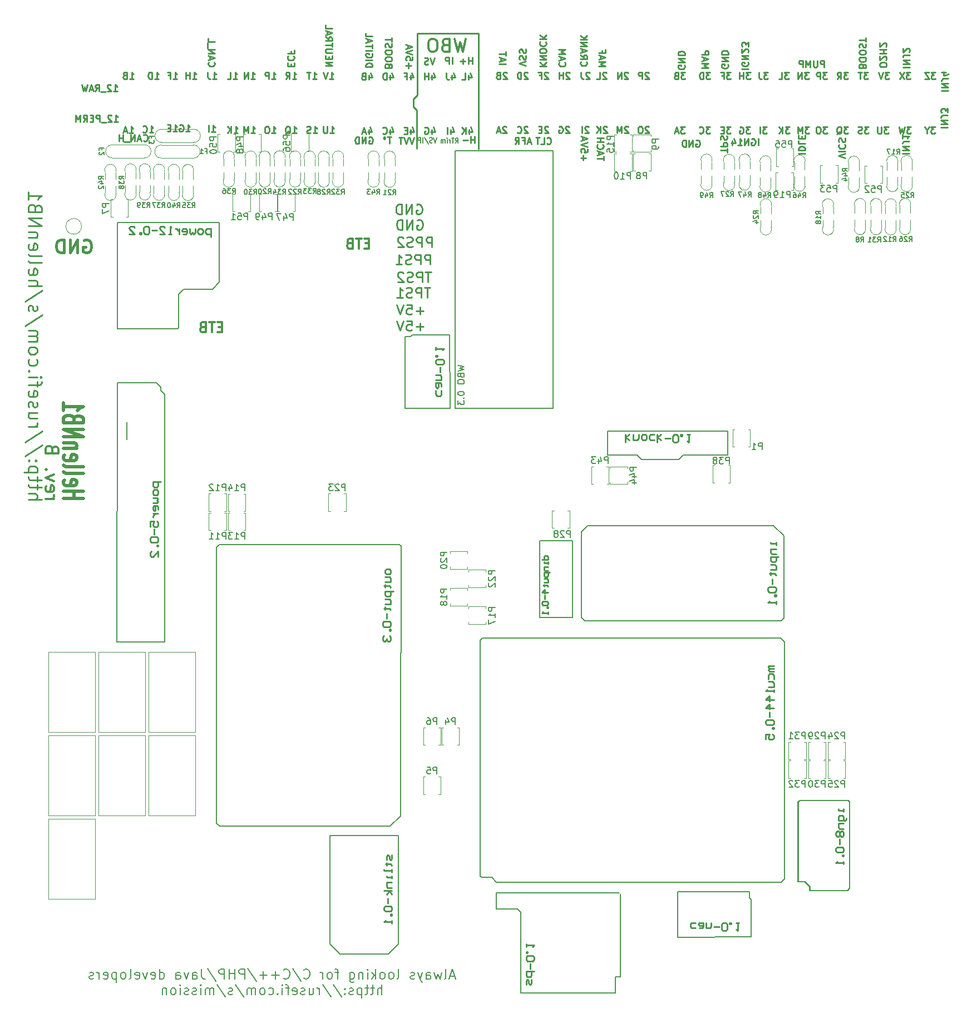
<source format=gbo>
G75*
G70*
%OFA0B0*%
%FSLAX25Y25*%
%IPPOS*%
%LPD*%
%AMOC8*
5,1,8,0,0,1.08239X$1,22.5*
%
%ADD10C,0.01969*%
%ADD148C,0.00472*%
%ADD188C,0.00880*%
%ADD202C,0.00787*%
%ADD252C,0.01000*%
%ADD26C,0.01181*%
%ADD279C,0.01575*%
%ADD326C,0.00500*%
%ADD339C,0.00591*%
%ADD344C,0.00984*%
%ADD47C,0.01476*%
%ADD50C,0.01378*%
%ADD86C,0.00390*%
X0000000Y0000000D02*
%LPD*%
G01*
D344*
X0236516Y0592028D02*
X0236516Y0555020D01*
X0234154Y0552657D02*
X0234154Y0547933D01*
X0273130Y0522736D02*
X0273130Y0592028D01*
X0234154Y0547933D02*
X0236122Y0545965D01*
X0236516Y0555020D02*
X0234154Y0552657D01*
X0236122Y0545965D02*
X0236122Y0523130D01*
X0273130Y0592028D02*
X0236516Y0592028D01*
D188*
X0090339Y0533251D02*
X0092624Y0533251D01*
X0091481Y0533251D02*
X0091481Y0537251D01*
X0091862Y0536679D01*
X0092243Y0536298D01*
X0092624Y0536108D01*
X0088624Y0535346D02*
X0087291Y0535346D01*
X0086720Y0533251D02*
X0088624Y0533251D01*
X0088624Y0537251D01*
X0086720Y0537251D01*
X0494534Y0568627D02*
X0492058Y0568627D01*
X0493391Y0567104D01*
X0492820Y0567104D01*
X0492439Y0566913D01*
X0492248Y0566723D01*
X0492058Y0566342D01*
X0492058Y0565389D01*
X0492248Y0565008D01*
X0492439Y0564818D01*
X0492820Y0564627D01*
X0493963Y0564627D01*
X0494344Y0564818D01*
X0494534Y0565008D01*
X0488058Y0564627D02*
X0489391Y0566532D01*
X0490344Y0564627D02*
X0490344Y0568627D01*
X0488820Y0568627D01*
X0488439Y0568437D01*
X0488248Y0568247D01*
X0488058Y0567866D01*
X0488058Y0567294D01*
X0488248Y0566913D01*
X0488439Y0566723D01*
X0488820Y0566532D01*
X0490344Y0566532D01*
D50*
X0265668Y0588859D02*
X0263794Y0580985D01*
X0262294Y0586609D01*
X0260794Y0580985D01*
X0258919Y0588859D01*
X0253295Y0585110D02*
X0252170Y0584735D01*
X0251795Y0584360D01*
X0251420Y0583610D01*
X0251420Y0582485D01*
X0251795Y0581735D01*
X0252170Y0581360D01*
X0252920Y0580985D01*
X0255920Y0580985D01*
X0255920Y0588859D01*
X0253295Y0588859D01*
X0252545Y0588484D01*
X0252170Y0588109D01*
X0251795Y0587359D01*
X0251795Y0586609D01*
X0252170Y0585860D01*
X0252545Y0585485D01*
X0253295Y0585110D01*
X0255920Y0585110D01*
X0246546Y0588859D02*
X0245046Y0588859D01*
X0244296Y0588484D01*
X0243546Y0587734D01*
X0243171Y0586235D01*
X0243171Y0583610D01*
X0243546Y0582110D01*
X0244296Y0581360D01*
X0245046Y0580985D01*
X0246546Y0580985D01*
X0247296Y0581360D01*
X0248046Y0582110D01*
X0248421Y0583610D01*
X0248421Y0586235D01*
X0248046Y0587734D01*
X0247296Y0588484D01*
X0246546Y0588859D01*
D188*
X0246840Y0577486D02*
X0245507Y0573486D01*
X0244174Y0577486D01*
X0243031Y0573676D02*
X0242460Y0573486D01*
X0241507Y0573486D01*
X0241126Y0573676D01*
X0240936Y0573867D01*
X0240745Y0574248D01*
X0240745Y0574629D01*
X0240936Y0575010D01*
X0241126Y0575200D01*
X0241507Y0575391D01*
X0242269Y0575581D01*
X0242650Y0575771D01*
X0242840Y0575962D01*
X0243031Y0576343D01*
X0243031Y0576724D01*
X0242840Y0577105D01*
X0242650Y0577295D01*
X0242269Y0577486D01*
X0241317Y0577486D01*
X0240745Y0577295D01*
X0422577Y0573450D02*
X0422768Y0573069D01*
X0422768Y0572497D01*
X0422577Y0571926D01*
X0422197Y0571545D01*
X0421816Y0571355D01*
X0421054Y0571164D01*
X0420482Y0571164D01*
X0419720Y0571355D01*
X0419339Y0571545D01*
X0418958Y0571926D01*
X0418768Y0572497D01*
X0418768Y0572878D01*
X0418958Y0573450D01*
X0419149Y0573640D01*
X0420482Y0573640D01*
X0420482Y0572878D01*
X0418768Y0575355D02*
X0422768Y0575355D01*
X0418768Y0577640D01*
X0422768Y0577640D01*
X0418768Y0579545D02*
X0422768Y0579545D01*
X0422768Y0580497D01*
X0422577Y0581069D01*
X0422197Y0581450D01*
X0421816Y0581640D01*
X0421054Y0581831D01*
X0420482Y0581831D01*
X0419720Y0581640D01*
X0419339Y0581450D01*
X0418958Y0581069D01*
X0418768Y0580497D01*
X0418768Y0579545D01*
X0232389Y0566999D02*
X0232389Y0564332D01*
X0233342Y0568523D02*
X0234294Y0565666D01*
X0231818Y0565666D01*
X0228961Y0566427D02*
X0230294Y0566427D01*
X0230294Y0564332D02*
X0230294Y0568332D01*
X0228389Y0568332D01*
X0482129Y0536127D02*
X0479653Y0536127D01*
X0480987Y0534604D01*
X0480415Y0534604D01*
X0480034Y0534413D01*
X0479844Y0534223D01*
X0479653Y0533842D01*
X0479653Y0532889D01*
X0479844Y0532508D01*
X0480034Y0532318D01*
X0480415Y0532127D01*
X0481558Y0532127D01*
X0481939Y0532318D01*
X0482129Y0532508D01*
X0477177Y0536127D02*
X0476415Y0536127D01*
X0476034Y0535937D01*
X0475653Y0535556D01*
X0475463Y0534794D01*
X0475463Y0533461D01*
X0475653Y0532699D01*
X0476034Y0532318D01*
X0476415Y0532127D01*
X0477177Y0532127D01*
X0477558Y0532318D01*
X0477939Y0532699D01*
X0478129Y0533461D01*
X0478129Y0534794D01*
X0477939Y0535556D01*
X0477558Y0535937D01*
X0477177Y0536127D01*
X0149338Y0532324D02*
X0151624Y0532324D01*
X0150481Y0532324D02*
X0150481Y0536324D01*
X0150862Y0535753D01*
X0151243Y0535372D01*
X0151624Y0535181D01*
X0146862Y0536324D02*
X0146100Y0536324D01*
X0145719Y0536134D01*
X0145338Y0535753D01*
X0145148Y0534991D01*
X0145148Y0533658D01*
X0145338Y0532896D01*
X0145719Y0532515D01*
X0146100Y0532324D01*
X0146862Y0532324D01*
X0147243Y0532515D01*
X0147624Y0532896D01*
X0147814Y0533658D01*
X0147814Y0534991D01*
X0147624Y0535753D01*
X0147243Y0536134D01*
X0146862Y0536324D01*
X0348063Y0516002D02*
X0348063Y0518287D01*
X0344063Y0517145D02*
X0348063Y0517145D01*
X0345206Y0519430D02*
X0345206Y0521335D01*
X0344063Y0519049D02*
X0348063Y0520383D01*
X0344063Y0521716D01*
X0344444Y0525335D02*
X0344254Y0525145D01*
X0344063Y0524573D01*
X0344063Y0524192D01*
X0344254Y0523621D01*
X0344635Y0523240D01*
X0345016Y0523049D01*
X0345778Y0522859D01*
X0346349Y0522859D01*
X0347111Y0523049D01*
X0347492Y0523240D01*
X0347873Y0523621D01*
X0348063Y0524192D01*
X0348063Y0524573D01*
X0347873Y0525145D01*
X0347682Y0525335D01*
X0344063Y0527049D02*
X0348063Y0527049D01*
X0346158Y0527049D02*
X0346158Y0529335D01*
X0344063Y0529335D02*
X0348063Y0529335D01*
X0126362Y0564824D02*
X0128648Y0564824D01*
X0127505Y0564824D02*
X0127505Y0568824D01*
X0127886Y0568253D01*
X0128267Y0567872D01*
X0128648Y0567681D01*
X0122743Y0564824D02*
X0124648Y0564824D01*
X0124648Y0568824D01*
X0446558Y0568627D02*
X0444082Y0568627D01*
X0445415Y0567104D01*
X0444844Y0567104D01*
X0444463Y0566913D01*
X0444272Y0566723D01*
X0444082Y0566342D01*
X0444082Y0565389D01*
X0444272Y0565008D01*
X0444463Y0564818D01*
X0444844Y0564627D01*
X0445987Y0564627D01*
X0446367Y0564818D01*
X0446558Y0565008D01*
X0441225Y0568627D02*
X0441225Y0565770D01*
X0441415Y0565199D01*
X0441796Y0564818D01*
X0442367Y0564627D01*
X0442748Y0564627D01*
X0314215Y0526053D02*
X0314405Y0525863D01*
X0314976Y0525672D01*
X0315357Y0525672D01*
X0315929Y0525863D01*
X0316310Y0526244D01*
X0316500Y0526625D01*
X0316691Y0527386D01*
X0316691Y0527958D01*
X0316500Y0528720D01*
X0316310Y0529101D01*
X0315929Y0529482D01*
X0315357Y0529672D01*
X0314976Y0529672D01*
X0314405Y0529482D01*
X0314215Y0529291D01*
X0310595Y0525672D02*
X0312500Y0525672D01*
X0312500Y0529672D01*
X0309834Y0529672D02*
X0307548Y0529672D01*
X0308691Y0525672D02*
X0308691Y0529672D01*
X0494629Y0536127D02*
X0492153Y0536127D01*
X0493487Y0534604D01*
X0492915Y0534604D01*
X0492534Y0534413D01*
X0492344Y0534223D01*
X0492153Y0533842D01*
X0492153Y0532889D01*
X0492344Y0532508D01*
X0492534Y0532318D01*
X0492915Y0532127D01*
X0494058Y0532127D01*
X0494439Y0532318D01*
X0494629Y0532508D01*
X0487772Y0531747D02*
X0488153Y0531937D01*
X0488534Y0532318D01*
X0489106Y0532889D01*
X0489487Y0533080D01*
X0489867Y0533080D01*
X0489677Y0532127D02*
X0490058Y0532318D01*
X0490439Y0532699D01*
X0490629Y0533461D01*
X0490629Y0534794D01*
X0490439Y0535556D01*
X0490058Y0535937D01*
X0489677Y0536127D01*
X0488915Y0536127D01*
X0488534Y0535937D01*
X0488153Y0535556D01*
X0487963Y0534794D01*
X0487963Y0533461D01*
X0488153Y0532699D01*
X0488534Y0532318D01*
X0488915Y0532127D01*
X0489677Y0532127D01*
X0160824Y0572517D02*
X0160824Y0573850D01*
X0158729Y0574421D02*
X0158729Y0572517D01*
X0162729Y0572517D01*
X0162729Y0574421D01*
X0159110Y0578421D02*
X0158919Y0578231D01*
X0158729Y0577659D01*
X0158729Y0577278D01*
X0158919Y0576707D01*
X0159300Y0576326D01*
X0159681Y0576136D01*
X0160443Y0575945D01*
X0161014Y0575945D01*
X0161776Y0576136D01*
X0162157Y0576326D01*
X0162538Y0576707D01*
X0162729Y0577278D01*
X0162729Y0577659D01*
X0162538Y0578231D01*
X0162348Y0578421D01*
X0160824Y0581469D02*
X0160824Y0580136D01*
X0158729Y0580136D02*
X0162729Y0580136D01*
X0162729Y0582040D01*
X0079243Y0564824D02*
X0081529Y0564824D01*
X0080386Y0564824D02*
X0080386Y0568824D01*
X0080767Y0568253D01*
X0081148Y0567872D01*
X0081529Y0567681D01*
X0077529Y0564824D02*
X0077529Y0568824D01*
X0076576Y0568824D01*
X0076005Y0568634D01*
X0075624Y0568253D01*
X0075433Y0567872D01*
X0075243Y0567110D01*
X0075243Y0566539D01*
X0075433Y0565777D01*
X0075624Y0565396D01*
X0076005Y0565015D01*
X0076576Y0564824D01*
X0077529Y0564824D01*
X0334602Y0575143D02*
X0334411Y0574952D01*
X0334221Y0574381D01*
X0334221Y0574000D01*
X0334411Y0573428D01*
X0334792Y0573047D01*
X0335173Y0572857D01*
X0335935Y0572666D01*
X0336506Y0572666D01*
X0337268Y0572857D01*
X0337649Y0573047D01*
X0338030Y0573428D01*
X0338221Y0574000D01*
X0338221Y0574381D01*
X0338030Y0574952D01*
X0337840Y0575143D01*
X0334221Y0579143D02*
X0336125Y0577809D01*
X0334221Y0576857D02*
X0338221Y0576857D01*
X0338221Y0578381D01*
X0338030Y0578762D01*
X0337840Y0578952D01*
X0337459Y0579143D01*
X0336887Y0579143D01*
X0336506Y0578952D01*
X0336316Y0578762D01*
X0336125Y0578381D01*
X0336125Y0576857D01*
X0335364Y0580666D02*
X0335364Y0582571D01*
X0334221Y0580285D02*
X0338221Y0581619D01*
X0334221Y0582952D01*
X0334221Y0584285D02*
X0338221Y0584285D01*
X0334221Y0586571D01*
X0338221Y0586571D01*
X0334221Y0588476D02*
X0338221Y0588476D01*
X0334221Y0590762D02*
X0336506Y0589047D01*
X0338221Y0590762D02*
X0335935Y0588476D01*
D47*
X0207656Y0466289D02*
X0205687Y0466289D01*
X0204844Y0463196D02*
X0207656Y0463196D01*
X0207656Y0469101D01*
X0204844Y0469101D01*
X0203156Y0469101D02*
X0199782Y0469101D01*
X0201469Y0463196D02*
X0201469Y0469101D01*
X0195845Y0466289D02*
X0195001Y0466008D01*
X0194720Y0465727D01*
X0194439Y0465164D01*
X0194439Y0464321D01*
X0194720Y0463758D01*
X0195001Y0463477D01*
X0195563Y0463196D01*
X0197813Y0463196D01*
X0197813Y0469101D01*
X0195845Y0469101D01*
X0195282Y0468820D01*
X0195001Y0468539D01*
X0194720Y0467977D01*
X0194720Y0467414D01*
X0195001Y0466852D01*
X0195282Y0466571D01*
X0195845Y0466289D01*
X0197813Y0466289D01*
D344*
X0240375Y0425879D02*
X0235876Y0425879D01*
X0238125Y0423629D02*
X0238125Y0428128D01*
X0230251Y0429535D02*
X0233063Y0429535D01*
X0233345Y0426722D01*
X0233063Y0427004D01*
X0232501Y0427285D01*
X0231095Y0427285D01*
X0230532Y0427004D01*
X0230251Y0426722D01*
X0229970Y0426160D01*
X0229970Y0424754D01*
X0230251Y0424191D01*
X0230532Y0423910D01*
X0231095Y0423629D01*
X0232501Y0423629D01*
X0233063Y0423910D01*
X0233345Y0424191D01*
X0228283Y0429535D02*
X0226314Y0423629D01*
X0224346Y0429535D01*
D188*
X0220980Y0529967D02*
X0218695Y0529967D01*
X0219838Y0525967D02*
X0219838Y0529967D01*
X0216790Y0529967D02*
X0217171Y0529777D01*
X0217361Y0529396D01*
X0217171Y0529015D01*
X0216790Y0528825D01*
X0216409Y0529015D01*
X0216218Y0529396D01*
X0216409Y0529777D01*
X0216790Y0529967D01*
X0397034Y0568627D02*
X0394558Y0568627D01*
X0395891Y0567104D01*
X0395320Y0567104D01*
X0394939Y0566913D01*
X0394748Y0566723D01*
X0394558Y0566342D01*
X0394558Y0565389D01*
X0394748Y0565008D01*
X0394939Y0564818D01*
X0395320Y0564627D01*
X0396463Y0564627D01*
X0396844Y0564818D01*
X0397034Y0565008D01*
X0391510Y0566723D02*
X0390939Y0566532D01*
X0390748Y0566342D01*
X0390558Y0565961D01*
X0390558Y0565389D01*
X0390748Y0565008D01*
X0390939Y0564818D01*
X0391320Y0564627D01*
X0392844Y0564627D01*
X0392844Y0568627D01*
X0391510Y0568627D01*
X0391129Y0568437D01*
X0390939Y0568247D01*
X0390748Y0567866D01*
X0390748Y0567485D01*
X0390939Y0567104D01*
X0391129Y0566913D01*
X0391510Y0566723D01*
X0392844Y0566723D01*
X0267675Y0534499D02*
X0267675Y0531832D01*
X0268627Y0536023D02*
X0269580Y0533166D01*
X0267104Y0533166D01*
X0265580Y0531832D02*
X0265580Y0535832D01*
X0263294Y0531832D02*
X0265008Y0534118D01*
X0263294Y0535832D02*
X0265580Y0533546D01*
D339*
X0248137Y0529600D02*
X0247218Y0526451D01*
X0246299Y0529600D01*
X0245512Y0526601D02*
X0245118Y0526451D01*
X0244462Y0526451D01*
X0244200Y0526601D01*
X0244068Y0526750D01*
X0243937Y0527050D01*
X0243937Y0527350D01*
X0244068Y0527650D01*
X0244200Y0527800D01*
X0244462Y0527950D01*
X0244987Y0528100D01*
X0245249Y0528250D01*
X0245381Y0528400D01*
X0245512Y0528700D01*
X0245512Y0529000D01*
X0245381Y0529300D01*
X0245249Y0529450D01*
X0244987Y0529600D01*
X0244331Y0529600D01*
X0243937Y0529450D01*
X0240787Y0529750D02*
X0243150Y0525701D01*
X0239869Y0526451D02*
X0239869Y0529600D01*
X0238556Y0526451D02*
X0238556Y0529600D01*
X0237507Y0529600D01*
X0237244Y0529450D01*
X0237113Y0529300D01*
X0236982Y0529000D01*
X0236982Y0528550D01*
X0237113Y0528250D01*
X0237244Y0528100D01*
X0237507Y0527950D01*
X0238556Y0527950D01*
D188*
X0403546Y0527907D02*
X0403927Y0528097D01*
X0404499Y0528097D01*
X0405070Y0527907D01*
X0405451Y0527526D01*
X0405642Y0527145D01*
X0405832Y0526383D01*
X0405832Y0525812D01*
X0405642Y0525050D01*
X0405451Y0524669D01*
X0405070Y0524288D01*
X0404499Y0524097D01*
X0404118Y0524097D01*
X0403546Y0524288D01*
X0403356Y0524478D01*
X0403356Y0525812D01*
X0404118Y0525812D01*
X0401642Y0524097D02*
X0401642Y0528097D01*
X0399356Y0524097D01*
X0399356Y0528097D01*
X0397451Y0524097D02*
X0397451Y0528097D01*
X0396499Y0528097D01*
X0395927Y0527907D01*
X0395546Y0527526D01*
X0395356Y0527145D01*
X0395165Y0526383D01*
X0395165Y0525812D01*
X0395356Y0525050D01*
X0395546Y0524669D01*
X0395927Y0524288D01*
X0396499Y0524097D01*
X0397451Y0524097D01*
D344*
X0244326Y0439672D02*
X0240951Y0439672D01*
X0242639Y0433767D02*
X0242639Y0439672D01*
X0238983Y0433767D02*
X0238983Y0439672D01*
X0236733Y0439672D01*
X0236171Y0439391D01*
X0235890Y0439110D01*
X0235608Y0438547D01*
X0235608Y0437704D01*
X0235890Y0437141D01*
X0236171Y0436860D01*
X0236733Y0436579D01*
X0238983Y0436579D01*
X0233359Y0434048D02*
X0232515Y0433767D01*
X0231109Y0433767D01*
X0230547Y0434048D01*
X0230265Y0434329D01*
X0229984Y0434892D01*
X0229984Y0435454D01*
X0230265Y0436017D01*
X0230547Y0436298D01*
X0231109Y0436579D01*
X0232234Y0436860D01*
X0232796Y0437141D01*
X0233077Y0437423D01*
X0233359Y0437985D01*
X0233359Y0438547D01*
X0233077Y0439110D01*
X0232796Y0439391D01*
X0232234Y0439672D01*
X0230828Y0439672D01*
X0229984Y0439391D01*
X0224360Y0433767D02*
X0227734Y0433767D01*
X0226047Y0433767D02*
X0226047Y0439672D01*
X0226610Y0438829D01*
X0227172Y0438266D01*
X0227734Y0437985D01*
D188*
X0430874Y0570660D02*
X0434874Y0570660D01*
X0434684Y0574660D02*
X0434874Y0574279D01*
X0434874Y0573707D01*
X0434684Y0573136D01*
X0434303Y0572755D01*
X0433922Y0572564D01*
X0433160Y0572374D01*
X0432589Y0572374D01*
X0431827Y0572564D01*
X0431446Y0572755D01*
X0431065Y0573136D01*
X0430874Y0573707D01*
X0430874Y0574088D01*
X0431065Y0574660D01*
X0431255Y0574850D01*
X0432589Y0574850D01*
X0432589Y0574088D01*
X0430874Y0576564D02*
X0434874Y0576564D01*
X0430874Y0578850D01*
X0434874Y0578850D01*
X0434493Y0580564D02*
X0434684Y0580755D01*
X0434874Y0581136D01*
X0434874Y0582088D01*
X0434684Y0582469D01*
X0434493Y0582660D01*
X0434112Y0582850D01*
X0433731Y0582850D01*
X0433160Y0582660D01*
X0430874Y0580374D01*
X0430874Y0582850D01*
X0434874Y0584183D02*
X0434874Y0586660D01*
X0433350Y0585326D01*
X0433350Y0585898D01*
X0433160Y0586279D01*
X0432969Y0586469D01*
X0432589Y0586660D01*
X0431636Y0586660D01*
X0431255Y0586469D01*
X0431065Y0586279D01*
X0430874Y0585898D01*
X0430874Y0584755D01*
X0431065Y0584374D01*
X0431255Y0584183D01*
X0207582Y0529777D02*
X0207963Y0529967D01*
X0208534Y0529967D01*
X0209106Y0529777D01*
X0209487Y0529396D01*
X0209677Y0529015D01*
X0209868Y0528253D01*
X0209868Y0527682D01*
X0209677Y0526920D01*
X0209487Y0526539D01*
X0209106Y0526158D01*
X0208534Y0525967D01*
X0208153Y0525967D01*
X0207582Y0526158D01*
X0207391Y0526348D01*
X0207391Y0527682D01*
X0208153Y0527682D01*
X0205677Y0525967D02*
X0205677Y0529967D01*
X0203391Y0525967D01*
X0203391Y0529967D01*
X0201487Y0525967D02*
X0201487Y0529967D01*
X0200534Y0529967D01*
X0199963Y0529777D01*
X0199582Y0529396D01*
X0199391Y0529015D01*
X0199201Y0528253D01*
X0199201Y0527682D01*
X0199391Y0526920D01*
X0199582Y0526539D01*
X0199963Y0526158D01*
X0200534Y0525967D01*
X0201487Y0525967D01*
X0506939Y0536127D02*
X0504463Y0536127D01*
X0505796Y0534604D01*
X0505225Y0534604D01*
X0504844Y0534413D01*
X0504653Y0534223D01*
X0504463Y0533842D01*
X0504463Y0532889D01*
X0504653Y0532508D01*
X0504844Y0532318D01*
X0505225Y0532127D01*
X0506367Y0532127D01*
X0506748Y0532318D01*
X0506939Y0532508D01*
X0502939Y0532318D02*
X0502367Y0532127D01*
X0501415Y0532127D01*
X0501034Y0532318D01*
X0500844Y0532508D01*
X0500653Y0532889D01*
X0500653Y0533270D01*
X0500844Y0533651D01*
X0501034Y0533842D01*
X0501415Y0534032D01*
X0502177Y0534223D01*
X0502558Y0534413D01*
X0502748Y0534604D01*
X0502939Y0534985D01*
X0502939Y0535366D01*
X0502748Y0535747D01*
X0502558Y0535937D01*
X0502177Y0536127D01*
X0501225Y0536127D01*
X0500653Y0535937D01*
X0532320Y0536127D02*
X0529844Y0536127D01*
X0531177Y0534604D01*
X0530606Y0534604D01*
X0530225Y0534413D01*
X0530034Y0534223D01*
X0529844Y0533842D01*
X0529844Y0532889D01*
X0530034Y0532508D01*
X0530225Y0532318D01*
X0530606Y0532127D01*
X0531748Y0532127D01*
X0532129Y0532318D01*
X0532320Y0532508D01*
X0528510Y0536127D02*
X0527558Y0532127D01*
X0526796Y0534985D01*
X0526034Y0532127D01*
X0525082Y0536127D01*
X0459534Y0536127D02*
X0457058Y0536127D01*
X0458391Y0534604D01*
X0457820Y0534604D01*
X0457439Y0534413D01*
X0457248Y0534223D01*
X0457058Y0533842D01*
X0457058Y0532889D01*
X0457248Y0532508D01*
X0457439Y0532318D01*
X0457820Y0532127D01*
X0458963Y0532127D01*
X0459344Y0532318D01*
X0459534Y0532508D01*
X0455344Y0532127D02*
X0455344Y0536127D01*
X0453058Y0532127D02*
X0454772Y0534413D01*
X0453058Y0536127D02*
X0455344Y0533842D01*
X0327785Y0568443D02*
X0327595Y0568634D01*
X0327214Y0568824D01*
X0326262Y0568824D01*
X0325881Y0568634D01*
X0325690Y0568443D01*
X0325500Y0568062D01*
X0325500Y0567681D01*
X0325690Y0567110D01*
X0327976Y0564824D01*
X0325500Y0564824D01*
X0323785Y0564824D02*
X0323785Y0568824D01*
X0323785Y0566920D02*
X0321500Y0566920D01*
X0321500Y0564824D02*
X0321500Y0568824D01*
X0550362Y0535836D02*
X0554362Y0535836D01*
X0550362Y0537741D02*
X0554362Y0537741D01*
X0550362Y0540026D01*
X0554362Y0540026D01*
X0554362Y0543074D02*
X0551505Y0543074D01*
X0550934Y0542883D01*
X0550553Y0542502D01*
X0550362Y0541931D01*
X0550362Y0541550D01*
X0554362Y0544598D02*
X0554362Y0547074D01*
X0552839Y0545741D01*
X0552839Y0546312D01*
X0552648Y0546693D01*
X0552458Y0546883D01*
X0552077Y0547074D01*
X0551124Y0547074D01*
X0550743Y0546883D01*
X0550553Y0546693D01*
X0550362Y0546312D01*
X0550362Y0545169D01*
X0550553Y0544788D01*
X0550743Y0544598D01*
X0436010Y0535950D02*
X0433534Y0535950D01*
X0434868Y0534427D01*
X0434296Y0534427D01*
X0433915Y0534236D01*
X0433725Y0534046D01*
X0433534Y0533665D01*
X0433534Y0532712D01*
X0433725Y0532331D01*
X0433915Y0532141D01*
X0434296Y0531950D01*
X0435439Y0531950D01*
X0435820Y0532141D01*
X0436010Y0532331D01*
X0429725Y0535760D02*
X0430106Y0535950D01*
X0430677Y0535950D01*
X0431249Y0535760D01*
X0431630Y0535379D01*
X0431820Y0534998D01*
X0432010Y0534236D01*
X0432010Y0533665D01*
X0431820Y0532903D01*
X0431630Y0532522D01*
X0431249Y0532141D01*
X0430677Y0531950D01*
X0430296Y0531950D01*
X0429725Y0532141D01*
X0429534Y0532331D01*
X0429534Y0533665D01*
X0430296Y0533665D01*
X0231217Y0571215D02*
X0231217Y0574263D01*
X0229693Y0572739D02*
X0232741Y0572739D01*
X0233693Y0578072D02*
X0233693Y0576167D01*
X0231788Y0575977D01*
X0231979Y0576167D01*
X0232169Y0576548D01*
X0232169Y0577501D01*
X0231979Y0577882D01*
X0231788Y0578072D01*
X0231407Y0578263D01*
X0230455Y0578263D01*
X0230074Y0578072D01*
X0229884Y0577882D01*
X0229693Y0577501D01*
X0229693Y0576548D01*
X0229884Y0576167D01*
X0230074Y0575977D01*
X0233693Y0579406D02*
X0229693Y0580739D01*
X0233693Y0582072D01*
X0230836Y0583215D02*
X0230836Y0585120D01*
X0229693Y0582834D02*
X0233693Y0584167D01*
X0229693Y0585501D01*
X0173767Y0564824D02*
X0176052Y0564824D01*
X0174910Y0564824D02*
X0174910Y0568824D01*
X0175291Y0568253D01*
X0175672Y0567872D01*
X0176052Y0567681D01*
X0172624Y0568824D02*
X0170338Y0568824D01*
X0171481Y0564824D02*
X0171481Y0568824D01*
X0471336Y0536127D02*
X0468859Y0536127D01*
X0470193Y0534604D01*
X0469621Y0534604D01*
X0469240Y0534413D01*
X0469050Y0534223D01*
X0468859Y0533842D01*
X0468859Y0532889D01*
X0469050Y0532508D01*
X0469240Y0532318D01*
X0469621Y0532127D01*
X0470764Y0532127D01*
X0471145Y0532318D01*
X0471336Y0532508D01*
X0467145Y0532127D02*
X0467145Y0536127D01*
X0465812Y0533270D01*
X0464478Y0536127D01*
X0464478Y0532127D01*
D10*
X0024585Y0313257D02*
X0036396Y0313257D01*
X0030772Y0313257D02*
X0030772Y0317756D01*
X0024585Y0317756D02*
X0036396Y0317756D01*
X0025147Y0324505D02*
X0024585Y0323756D01*
X0024585Y0322256D01*
X0025147Y0321506D01*
X0026272Y0321131D01*
X0030772Y0321131D01*
X0031896Y0321506D01*
X0032459Y0322256D01*
X0032459Y0323756D01*
X0031896Y0324505D01*
X0030772Y0324880D01*
X0029647Y0324880D01*
X0028522Y0321131D01*
X0024585Y0329380D02*
X0025147Y0328630D01*
X0026272Y0328255D01*
X0036396Y0328255D01*
X0024585Y0333504D02*
X0025147Y0332754D01*
X0026272Y0332379D01*
X0036396Y0332379D01*
X0025147Y0339504D02*
X0024585Y0338754D01*
X0024585Y0337254D01*
X0025147Y0336504D01*
X0026272Y0336129D01*
X0030772Y0336129D01*
X0031896Y0336504D01*
X0032459Y0337254D01*
X0032459Y0338754D01*
X0031896Y0339504D01*
X0030772Y0339879D01*
X0029647Y0339879D01*
X0028522Y0336129D01*
X0032459Y0343253D02*
X0024585Y0343253D01*
X0031334Y0343253D02*
X0031896Y0343628D01*
X0032459Y0344378D01*
X0032459Y0345503D01*
X0031896Y0346253D01*
X0030772Y0346628D01*
X0024585Y0346628D01*
X0024585Y0350377D02*
X0036396Y0350377D01*
X0024585Y0354877D01*
X0036396Y0354877D01*
X0030772Y0361251D02*
X0030209Y0362376D01*
X0029647Y0362751D01*
X0028522Y0363126D01*
X0026835Y0363126D01*
X0025710Y0362751D01*
X0025147Y0362376D01*
X0024585Y0361626D01*
X0024585Y0358626D01*
X0036396Y0358626D01*
X0036396Y0361251D01*
X0035833Y0362001D01*
X0035271Y0362376D01*
X0034146Y0362751D01*
X0033021Y0362751D01*
X0031896Y0362376D01*
X0031334Y0362001D01*
X0030772Y0361251D01*
X0030772Y0358626D01*
X0024585Y0370625D02*
X0024585Y0366125D01*
X0024585Y0368375D02*
X0036396Y0368375D01*
X0034709Y0367625D01*
X0033584Y0366875D01*
X0033021Y0366125D01*
D188*
X0309811Y0572279D02*
X0313811Y0572279D01*
X0309811Y0574565D02*
X0312097Y0572850D01*
X0313811Y0574565D02*
X0311526Y0572279D01*
X0309811Y0576279D02*
X0313811Y0576279D01*
X0309811Y0578565D01*
X0313811Y0578565D01*
X0313811Y0581231D02*
X0313811Y0581993D01*
X0313621Y0582374D01*
X0313240Y0582755D01*
X0312478Y0582946D01*
X0311145Y0582946D01*
X0310383Y0582755D01*
X0310002Y0582374D01*
X0309811Y0581993D01*
X0309811Y0581231D01*
X0310002Y0580850D01*
X0310383Y0580469D01*
X0311145Y0580279D01*
X0312478Y0580279D01*
X0313240Y0580469D01*
X0313621Y0580850D01*
X0313811Y0581231D01*
X0310192Y0586946D02*
X0310002Y0586755D01*
X0309811Y0586184D01*
X0309811Y0585803D01*
X0310002Y0585231D01*
X0310383Y0584850D01*
X0310764Y0584660D01*
X0311526Y0584469D01*
X0312097Y0584469D01*
X0312859Y0584660D01*
X0313240Y0584850D01*
X0313621Y0585231D01*
X0313811Y0585803D01*
X0313811Y0586184D01*
X0313621Y0586755D01*
X0313430Y0586946D01*
X0309811Y0588660D02*
X0313811Y0588660D01*
X0309811Y0590946D02*
X0312097Y0589231D01*
X0313811Y0590946D02*
X0311526Y0588660D01*
X0245175Y0534499D02*
X0245175Y0531832D01*
X0246127Y0536023D02*
X0247080Y0533166D01*
X0244604Y0533166D01*
X0240985Y0535642D02*
X0241366Y0535832D01*
X0241937Y0535832D01*
X0242508Y0535642D01*
X0242889Y0535261D01*
X0243080Y0534880D01*
X0243270Y0534118D01*
X0243270Y0533546D01*
X0243080Y0532785D01*
X0242889Y0532404D01*
X0242508Y0532023D01*
X0241937Y0531832D01*
X0241556Y0531832D01*
X0240985Y0532023D01*
X0240794Y0532213D01*
X0240794Y0533546D01*
X0241556Y0533546D01*
X0445987Y0536127D02*
X0443510Y0536127D01*
X0444844Y0534604D01*
X0444272Y0534604D01*
X0443891Y0534413D01*
X0443701Y0534223D01*
X0443510Y0533842D01*
X0443510Y0532889D01*
X0443701Y0532508D01*
X0443891Y0532318D01*
X0444272Y0532127D01*
X0445415Y0532127D01*
X0445796Y0532318D01*
X0445987Y0532508D01*
X0441796Y0532127D02*
X0441796Y0536127D01*
X0219380Y0572883D02*
X0219190Y0573455D01*
X0218999Y0573645D01*
X0218618Y0573836D01*
X0218047Y0573836D01*
X0217666Y0573645D01*
X0217475Y0573455D01*
X0217285Y0573074D01*
X0217285Y0571550D01*
X0221285Y0571550D01*
X0221285Y0572883D01*
X0221094Y0573264D01*
X0220904Y0573455D01*
X0220523Y0573645D01*
X0220142Y0573645D01*
X0219761Y0573455D01*
X0219571Y0573264D01*
X0219380Y0572883D01*
X0219380Y0571550D01*
X0221285Y0576312D02*
X0221285Y0577074D01*
X0221094Y0577455D01*
X0220714Y0577836D01*
X0219952Y0578026D01*
X0218618Y0578026D01*
X0217856Y0577836D01*
X0217475Y0577455D01*
X0217285Y0577074D01*
X0217285Y0576312D01*
X0217475Y0575931D01*
X0217856Y0575550D01*
X0218618Y0575359D01*
X0219952Y0575359D01*
X0220714Y0575550D01*
X0221094Y0575931D01*
X0221285Y0576312D01*
X0221285Y0580502D02*
X0221285Y0581264D01*
X0221094Y0581645D01*
X0220714Y0582026D01*
X0219952Y0582217D01*
X0218618Y0582217D01*
X0217856Y0582026D01*
X0217475Y0581645D01*
X0217285Y0581264D01*
X0217285Y0580502D01*
X0217475Y0580121D01*
X0217856Y0579740D01*
X0218618Y0579550D01*
X0219952Y0579550D01*
X0220714Y0579740D01*
X0221094Y0580121D01*
X0221285Y0580502D01*
X0217475Y0583740D02*
X0217285Y0584312D01*
X0217285Y0585264D01*
X0217475Y0585645D01*
X0217666Y0585836D01*
X0218047Y0586026D01*
X0218428Y0586026D01*
X0218809Y0585836D01*
X0218999Y0585645D01*
X0219190Y0585264D01*
X0219380Y0584502D01*
X0219571Y0584121D01*
X0219761Y0583931D01*
X0220142Y0583740D01*
X0220523Y0583740D01*
X0220904Y0583931D01*
X0221094Y0584121D01*
X0221285Y0584502D01*
X0221285Y0585455D01*
X0221094Y0586026D01*
X0221285Y0587169D02*
X0221285Y0589455D01*
X0217285Y0588312D02*
X0221285Y0588312D01*
D202*
X0259048Y0027216D02*
X0256236Y0027216D01*
X0259610Y0025529D02*
X0257642Y0031434D01*
X0255673Y0025529D01*
X0252861Y0025529D02*
X0253423Y0025810D01*
X0253705Y0026372D01*
X0253705Y0031434D01*
X0251174Y0029466D02*
X0250049Y0025529D01*
X0248924Y0028341D01*
X0247799Y0025529D01*
X0246674Y0029466D01*
X0241894Y0025529D02*
X0241894Y0028622D01*
X0242175Y0029184D01*
X0242737Y0029466D01*
X0243862Y0029466D01*
X0244424Y0029184D01*
X0241894Y0025810D02*
X0242456Y0025529D01*
X0243862Y0025529D01*
X0244424Y0025810D01*
X0244706Y0026372D01*
X0244706Y0026935D01*
X0244424Y0027497D01*
X0243862Y0027778D01*
X0242456Y0027778D01*
X0241894Y0028060D01*
X0239644Y0029466D02*
X0238238Y0025529D01*
X0236832Y0029466D02*
X0238238Y0025529D01*
X0238800Y0024123D01*
X0239081Y0023841D01*
X0239644Y0023560D01*
X0234863Y0025810D02*
X0234301Y0025529D01*
X0233176Y0025529D01*
X0232613Y0025810D01*
X0232332Y0026372D01*
X0232332Y0026653D01*
X0232613Y0027216D01*
X0233176Y0027497D01*
X0234020Y0027497D01*
X0234582Y0027778D01*
X0234863Y0028341D01*
X0234863Y0028622D01*
X0234582Y0029184D01*
X0234020Y0029466D01*
X0233176Y0029466D01*
X0232613Y0029184D01*
X0224458Y0025529D02*
X0225021Y0025810D01*
X0225302Y0026372D01*
X0225302Y0031434D01*
X0221365Y0025529D02*
X0221927Y0025810D01*
X0222209Y0026091D01*
X0222490Y0026653D01*
X0222490Y0028341D01*
X0222209Y0028903D01*
X0221927Y0029184D01*
X0221365Y0029466D01*
X0220521Y0029466D01*
X0219959Y0029184D01*
X0219678Y0028903D01*
X0219396Y0028341D01*
X0219396Y0026653D01*
X0219678Y0026091D01*
X0219959Y0025810D01*
X0220521Y0025529D01*
X0221365Y0025529D01*
X0216022Y0025529D02*
X0216584Y0025810D01*
X0216865Y0026091D01*
X0217147Y0026653D01*
X0217147Y0028341D01*
X0216865Y0028903D01*
X0216584Y0029184D01*
X0216022Y0029466D01*
X0215178Y0029466D01*
X0214616Y0029184D01*
X0214335Y0028903D01*
X0214053Y0028341D01*
X0214053Y0026653D01*
X0214335Y0026091D01*
X0214616Y0025810D01*
X0215178Y0025529D01*
X0216022Y0025529D01*
X0211522Y0025529D02*
X0211522Y0031434D01*
X0210960Y0027778D02*
X0209273Y0025529D01*
X0209273Y0029466D02*
X0211522Y0027216D01*
X0206742Y0025529D02*
X0206742Y0029466D01*
X0206742Y0031434D02*
X0207023Y0031153D01*
X0206742Y0030872D01*
X0206460Y0031153D01*
X0206742Y0031434D01*
X0206742Y0030872D01*
X0203930Y0029466D02*
X0203930Y0025529D01*
X0203930Y0028903D02*
X0203648Y0029184D01*
X0203086Y0029466D01*
X0202242Y0029466D01*
X0201680Y0029184D01*
X0201399Y0028622D01*
X0201399Y0025529D01*
X0196056Y0029466D02*
X0196056Y0024685D01*
X0196337Y0024123D01*
X0196618Y0023841D01*
X0197180Y0023560D01*
X0198024Y0023560D01*
X0198586Y0023841D01*
X0196056Y0025810D02*
X0196618Y0025529D01*
X0197743Y0025529D01*
X0198305Y0025810D01*
X0198586Y0026091D01*
X0198868Y0026653D01*
X0198868Y0028341D01*
X0198586Y0028903D01*
X0198305Y0029184D01*
X0197743Y0029466D01*
X0196618Y0029466D01*
X0196056Y0029184D01*
X0189588Y0029466D02*
X0187338Y0029466D01*
X0188744Y0025529D02*
X0188744Y0030590D01*
X0188463Y0031153D01*
X0187900Y0031434D01*
X0187338Y0031434D01*
X0184526Y0025529D02*
X0185088Y0025810D01*
X0185369Y0026091D01*
X0185651Y0026653D01*
X0185651Y0028341D01*
X0185369Y0028903D01*
X0185088Y0029184D01*
X0184526Y0029466D01*
X0183682Y0029466D01*
X0183120Y0029184D01*
X0182838Y0028903D01*
X0182557Y0028341D01*
X0182557Y0026653D01*
X0182838Y0026091D01*
X0183120Y0025810D01*
X0183682Y0025529D01*
X0184526Y0025529D01*
X0180026Y0025529D02*
X0180026Y0029466D01*
X0180026Y0028341D02*
X0179745Y0028903D01*
X0179464Y0029184D01*
X0178901Y0029466D01*
X0178339Y0029466D01*
X0168496Y0026091D02*
X0168778Y0025810D01*
X0169621Y0025529D01*
X0170184Y0025529D01*
X0171027Y0025810D01*
X0171590Y0026372D01*
X0171871Y0026935D01*
X0172152Y0028060D01*
X0172152Y0028903D01*
X0171871Y0030028D01*
X0171590Y0030590D01*
X0171027Y0031153D01*
X0170184Y0031434D01*
X0169621Y0031434D01*
X0168778Y0031153D01*
X0168496Y0030872D01*
X0161747Y0031715D02*
X0166809Y0024123D01*
X0156404Y0026091D02*
X0156685Y0025810D01*
X0157529Y0025529D01*
X0158092Y0025529D01*
X0158935Y0025810D01*
X0159498Y0026372D01*
X0159779Y0026935D01*
X0160060Y0028060D01*
X0160060Y0028903D01*
X0159779Y0030028D01*
X0159498Y0030590D01*
X0158935Y0031153D01*
X0158092Y0031434D01*
X0157529Y0031434D01*
X0156685Y0031153D01*
X0156404Y0030872D01*
X0153873Y0027778D02*
X0149374Y0027778D01*
X0151624Y0025529D02*
X0151624Y0030028D01*
X0146562Y0027778D02*
X0142062Y0027778D01*
X0144312Y0025529D02*
X0144312Y0030028D01*
X0135032Y0031715D02*
X0140094Y0024123D01*
X0133063Y0025529D02*
X0133063Y0031434D01*
X0130814Y0031434D01*
X0130251Y0031153D01*
X0129970Y0030872D01*
X0129689Y0030309D01*
X0129689Y0029466D01*
X0129970Y0028903D01*
X0130251Y0028622D01*
X0130814Y0028341D01*
X0133063Y0028341D01*
X0127158Y0025529D02*
X0127158Y0031434D01*
X0127158Y0028622D02*
X0123783Y0028622D01*
X0123783Y0025529D02*
X0123783Y0031434D01*
X0120971Y0025529D02*
X0120971Y0031434D01*
X0118721Y0031434D01*
X0118159Y0031153D01*
X0117878Y0030872D01*
X0117597Y0030309D01*
X0117597Y0029466D01*
X0117878Y0028903D01*
X0118159Y0028622D01*
X0118721Y0028341D01*
X0120971Y0028341D01*
X0110847Y0031715D02*
X0115909Y0024123D01*
X0107192Y0031434D02*
X0107192Y0027216D01*
X0107473Y0026372D01*
X0108035Y0025810D01*
X0108879Y0025529D01*
X0109441Y0025529D01*
X0101849Y0025529D02*
X0101849Y0028622D01*
X0102130Y0029184D01*
X0102692Y0029466D01*
X0103817Y0029466D01*
X0104380Y0029184D01*
X0101849Y0025810D02*
X0102411Y0025529D01*
X0103817Y0025529D01*
X0104380Y0025810D01*
X0104661Y0026372D01*
X0104661Y0026935D01*
X0104380Y0027497D01*
X0103817Y0027778D01*
X0102411Y0027778D01*
X0101849Y0028060D01*
X0099599Y0029466D02*
X0098193Y0025529D01*
X0096787Y0029466D01*
X0092006Y0025529D02*
X0092006Y0028622D01*
X0092287Y0029184D01*
X0092850Y0029466D01*
X0093975Y0029466D01*
X0094537Y0029184D01*
X0092006Y0025810D02*
X0092568Y0025529D01*
X0093975Y0025529D01*
X0094537Y0025810D01*
X0094818Y0026372D01*
X0094818Y0026935D01*
X0094537Y0027497D01*
X0093975Y0027778D01*
X0092568Y0027778D01*
X0092006Y0028060D01*
X0082164Y0025529D02*
X0082164Y0031434D01*
X0082164Y0025810D02*
X0082726Y0025529D01*
X0083851Y0025529D01*
X0084413Y0025810D01*
X0084694Y0026091D01*
X0084976Y0026653D01*
X0084976Y0028341D01*
X0084694Y0028903D01*
X0084413Y0029184D01*
X0083851Y0029466D01*
X0082726Y0029466D01*
X0082164Y0029184D01*
X0077102Y0025810D02*
X0077664Y0025529D01*
X0078789Y0025529D01*
X0079351Y0025810D01*
X0079633Y0026372D01*
X0079633Y0028622D01*
X0079351Y0029184D01*
X0078789Y0029466D01*
X0077664Y0029466D01*
X0077102Y0029184D01*
X0076820Y0028622D01*
X0076820Y0028060D01*
X0079633Y0027497D01*
X0074852Y0029466D02*
X0073446Y0025529D01*
X0072040Y0029466D01*
X0067540Y0025810D02*
X0068103Y0025529D01*
X0069228Y0025529D01*
X0069790Y0025810D01*
X0070071Y0026372D01*
X0070071Y0028622D01*
X0069790Y0029184D01*
X0069228Y0029466D01*
X0068103Y0029466D01*
X0067540Y0029184D01*
X0067259Y0028622D01*
X0067259Y0028060D01*
X0070071Y0027497D01*
X0063885Y0025529D02*
X0064447Y0025810D01*
X0064728Y0026372D01*
X0064728Y0031434D01*
X0060791Y0025529D02*
X0061354Y0025810D01*
X0061635Y0026091D01*
X0061916Y0026653D01*
X0061916Y0028341D01*
X0061635Y0028903D01*
X0061354Y0029184D01*
X0060791Y0029466D01*
X0059948Y0029466D01*
X0059385Y0029184D01*
X0059104Y0028903D01*
X0058823Y0028341D01*
X0058823Y0026653D01*
X0059104Y0026091D01*
X0059385Y0025810D01*
X0059948Y0025529D01*
X0060791Y0025529D01*
X0056292Y0029466D02*
X0056292Y0023560D01*
X0056292Y0029184D02*
X0055729Y0029466D01*
X0054604Y0029466D01*
X0054042Y0029184D01*
X0053761Y0028903D01*
X0053480Y0028341D01*
X0053480Y0026653D01*
X0053761Y0026091D01*
X0054042Y0025810D01*
X0054604Y0025529D01*
X0055729Y0025529D01*
X0056292Y0025810D01*
X0048699Y0025810D02*
X0049261Y0025529D01*
X0050386Y0025529D01*
X0050949Y0025810D01*
X0051230Y0026372D01*
X0051230Y0028622D01*
X0050949Y0029184D01*
X0050386Y0029466D01*
X0049261Y0029466D01*
X0048699Y0029184D01*
X0048418Y0028622D01*
X0048418Y0028060D01*
X0051230Y0027497D01*
X0045887Y0025529D02*
X0045887Y0029466D01*
X0045887Y0028341D02*
X0045606Y0028903D01*
X0045324Y0029184D01*
X0044762Y0029466D01*
X0044200Y0029466D01*
X0042512Y0025810D02*
X0041950Y0025529D01*
X0040825Y0025529D01*
X0040263Y0025810D01*
X0039981Y0026372D01*
X0039981Y0026653D01*
X0040263Y0027216D01*
X0040825Y0027497D01*
X0041669Y0027497D01*
X0042231Y0027778D01*
X0042512Y0028341D01*
X0042512Y0028622D01*
X0042231Y0029184D01*
X0041669Y0029466D01*
X0040825Y0029466D01*
X0040263Y0029184D01*
X0215319Y0016021D02*
X0215319Y0021926D01*
X0212788Y0016021D02*
X0212788Y0019114D01*
X0213069Y0019677D01*
X0213631Y0019958D01*
X0214475Y0019958D01*
X0215038Y0019677D01*
X0215319Y0019395D01*
X0210819Y0019958D02*
X0208570Y0019958D01*
X0209976Y0021926D02*
X0209976Y0016864D01*
X0209694Y0016302D01*
X0209132Y0016021D01*
X0208570Y0016021D01*
X0207445Y0019958D02*
X0205195Y0019958D01*
X0206601Y0021926D02*
X0206601Y0016864D01*
X0206320Y0016302D01*
X0205757Y0016021D01*
X0205195Y0016021D01*
X0203227Y0019958D02*
X0203227Y0014052D01*
X0203227Y0019677D02*
X0202664Y0019958D01*
X0201539Y0019958D01*
X0200977Y0019677D01*
X0200696Y0019395D01*
X0200414Y0018833D01*
X0200414Y0017146D01*
X0200696Y0016583D01*
X0200977Y0016302D01*
X0201539Y0016021D01*
X0202664Y0016021D01*
X0203227Y0016302D01*
X0198165Y0016302D02*
X0197602Y0016021D01*
X0196477Y0016021D01*
X0195915Y0016302D01*
X0195634Y0016864D01*
X0195634Y0017146D01*
X0195915Y0017708D01*
X0196477Y0017989D01*
X0197321Y0017989D01*
X0197883Y0018270D01*
X0198165Y0018833D01*
X0198165Y0019114D01*
X0197883Y0019677D01*
X0197321Y0019958D01*
X0196477Y0019958D01*
X0195915Y0019677D01*
X0193103Y0016583D02*
X0192822Y0016302D01*
X0193103Y0016021D01*
X0193384Y0016302D01*
X0193103Y0016583D01*
X0193103Y0016021D01*
X0193103Y0019677D02*
X0192822Y0019395D01*
X0193103Y0019114D01*
X0193384Y0019395D01*
X0193103Y0019677D01*
X0193103Y0019114D01*
X0186072Y0022207D02*
X0191134Y0014615D01*
X0179886Y0022207D02*
X0184948Y0014615D01*
X0177917Y0016021D02*
X0177917Y0019958D01*
X0177917Y0018833D02*
X0177636Y0019395D01*
X0177355Y0019677D01*
X0176792Y0019958D01*
X0176230Y0019958D01*
X0171730Y0019958D02*
X0171730Y0016021D01*
X0174261Y0019958D02*
X0174261Y0016864D01*
X0173980Y0016302D01*
X0173418Y0016021D01*
X0172574Y0016021D01*
X0172012Y0016302D01*
X0171730Y0016583D01*
X0169200Y0016302D02*
X0168637Y0016021D01*
X0167512Y0016021D01*
X0166950Y0016302D01*
X0166669Y0016864D01*
X0166669Y0017146D01*
X0166950Y0017708D01*
X0167512Y0017989D01*
X0168356Y0017989D01*
X0168918Y0018270D01*
X0169200Y0018833D01*
X0169200Y0019114D01*
X0168918Y0019677D01*
X0168356Y0019958D01*
X0167512Y0019958D01*
X0166950Y0019677D01*
X0161888Y0016302D02*
X0162450Y0016021D01*
X0163575Y0016021D01*
X0164138Y0016302D01*
X0164419Y0016864D01*
X0164419Y0019114D01*
X0164138Y0019677D01*
X0163575Y0019958D01*
X0162450Y0019958D01*
X0161888Y0019677D01*
X0161607Y0019114D01*
X0161607Y0018552D01*
X0164419Y0017989D01*
X0159919Y0019958D02*
X0157670Y0019958D01*
X0159076Y0016021D02*
X0159076Y0021083D01*
X0158795Y0021645D01*
X0158232Y0021926D01*
X0157670Y0021926D01*
X0155701Y0016021D02*
X0155701Y0019958D01*
X0155701Y0021926D02*
X0155982Y0021645D01*
X0155701Y0021364D01*
X0155420Y0021645D01*
X0155701Y0021926D01*
X0155701Y0021364D01*
X0152889Y0016583D02*
X0152608Y0016302D01*
X0152889Y0016021D01*
X0153170Y0016302D01*
X0152889Y0016583D01*
X0152889Y0016021D01*
X0147546Y0016302D02*
X0148108Y0016021D01*
X0149233Y0016021D01*
X0149796Y0016302D01*
X0150077Y0016583D01*
X0150358Y0017146D01*
X0150358Y0018833D01*
X0150077Y0019395D01*
X0149796Y0019677D01*
X0149233Y0019958D01*
X0148108Y0019958D01*
X0147546Y0019677D01*
X0144171Y0016021D02*
X0144734Y0016302D01*
X0145015Y0016583D01*
X0145296Y0017146D01*
X0145296Y0018833D01*
X0145015Y0019395D01*
X0144734Y0019677D01*
X0144171Y0019958D01*
X0143328Y0019958D01*
X0142765Y0019677D01*
X0142484Y0019395D01*
X0142203Y0018833D01*
X0142203Y0017146D01*
X0142484Y0016583D01*
X0142765Y0016302D01*
X0143328Y0016021D01*
X0144171Y0016021D01*
X0139672Y0016021D02*
X0139672Y0019958D01*
X0139672Y0019395D02*
X0139391Y0019677D01*
X0138828Y0019958D01*
X0137985Y0019958D01*
X0137422Y0019677D01*
X0137141Y0019114D01*
X0137141Y0016021D01*
X0137141Y0019114D02*
X0136860Y0019677D01*
X0136297Y0019958D01*
X0135454Y0019958D01*
X0134891Y0019677D01*
X0134610Y0019114D01*
X0134610Y0016021D01*
X0127580Y0022207D02*
X0132642Y0014615D01*
X0125892Y0016302D02*
X0125330Y0016021D01*
X0124205Y0016021D01*
X0123643Y0016302D01*
X0123362Y0016864D01*
X0123362Y0017146D01*
X0123643Y0017708D01*
X0124205Y0017989D01*
X0125049Y0017989D01*
X0125611Y0018270D01*
X0125892Y0018833D01*
X0125892Y0019114D01*
X0125611Y0019677D01*
X0125049Y0019958D01*
X0124205Y0019958D01*
X0123643Y0019677D01*
X0116612Y0022207D02*
X0121674Y0014615D01*
X0114644Y0016021D02*
X0114644Y0019958D01*
X0114644Y0019395D02*
X0114363Y0019677D01*
X0113800Y0019958D01*
X0112957Y0019958D01*
X0112394Y0019677D01*
X0112113Y0019114D01*
X0112113Y0016021D01*
X0112113Y0019114D02*
X0111832Y0019677D01*
X0111269Y0019958D01*
X0110426Y0019958D01*
X0109863Y0019677D01*
X0109582Y0019114D01*
X0109582Y0016021D01*
X0106770Y0016021D02*
X0106770Y0019958D01*
X0106770Y0021926D02*
X0107051Y0021645D01*
X0106770Y0021364D01*
X0106489Y0021645D01*
X0106770Y0021926D01*
X0106770Y0021364D01*
X0104239Y0016302D02*
X0103676Y0016021D01*
X0102552Y0016021D01*
X0101989Y0016302D01*
X0101708Y0016864D01*
X0101708Y0017146D01*
X0101989Y0017708D01*
X0102552Y0017989D01*
X0103395Y0017989D01*
X0103958Y0018270D01*
X0104239Y0018833D01*
X0104239Y0019114D01*
X0103958Y0019677D01*
X0103395Y0019958D01*
X0102552Y0019958D01*
X0101989Y0019677D01*
X0099458Y0016302D02*
X0098896Y0016021D01*
X0097771Y0016021D01*
X0097209Y0016302D01*
X0096927Y0016864D01*
X0096927Y0017146D01*
X0097209Y0017708D01*
X0097771Y0017989D01*
X0098615Y0017989D01*
X0099177Y0018270D01*
X0099458Y0018833D01*
X0099458Y0019114D01*
X0099177Y0019677D01*
X0098615Y0019958D01*
X0097771Y0019958D01*
X0097209Y0019677D01*
X0094396Y0016021D02*
X0094396Y0019958D01*
X0094396Y0021926D02*
X0094678Y0021645D01*
X0094396Y0021364D01*
X0094115Y0021645D01*
X0094396Y0021926D01*
X0094396Y0021364D01*
X0090741Y0016021D02*
X0091303Y0016302D01*
X0091584Y0016583D01*
X0091865Y0017146D01*
X0091865Y0018833D01*
X0091584Y0019395D01*
X0091303Y0019677D01*
X0090741Y0019958D01*
X0089897Y0019958D01*
X0089335Y0019677D01*
X0089053Y0019395D01*
X0088772Y0018833D01*
X0088772Y0017146D01*
X0089053Y0016583D01*
X0089335Y0016302D01*
X0089897Y0016021D01*
X0090741Y0016021D01*
X0086241Y0019958D02*
X0086241Y0016021D01*
X0086241Y0019395D02*
X0085960Y0019677D01*
X0085398Y0019958D01*
X0084554Y0019958D01*
X0083991Y0019677D01*
X0083710Y0019114D01*
X0083710Y0016021D01*
D188*
X0440785Y0524983D02*
X0440785Y0528983D01*
X0436785Y0528793D02*
X0437166Y0528983D01*
X0437738Y0528983D01*
X0438309Y0528793D01*
X0438690Y0528412D01*
X0438881Y0528031D01*
X0439071Y0527269D01*
X0439071Y0526697D01*
X0438881Y0525936D01*
X0438690Y0525555D01*
X0438309Y0525174D01*
X0437738Y0524983D01*
X0437357Y0524983D01*
X0436785Y0525174D01*
X0436595Y0525364D01*
X0436595Y0526697D01*
X0437357Y0526697D01*
X0434881Y0524983D02*
X0434881Y0528983D01*
X0432595Y0524983D01*
X0432595Y0528983D01*
X0428595Y0524983D02*
X0430881Y0524983D01*
X0429738Y0524983D02*
X0429738Y0528983D01*
X0430119Y0528412D01*
X0430500Y0528031D01*
X0430881Y0527840D01*
X0425166Y0527650D02*
X0425166Y0524983D01*
X0426119Y0529174D02*
X0427071Y0526316D01*
X0424595Y0526316D01*
X0550559Y0557785D02*
X0554559Y0557785D01*
X0550559Y0559689D02*
X0554559Y0559689D01*
X0550559Y0561975D01*
X0554559Y0561975D01*
X0554559Y0565023D02*
X0551702Y0565023D01*
X0551131Y0564832D01*
X0550750Y0564451D01*
X0550559Y0563880D01*
X0550559Y0563499D01*
X0553226Y0568642D02*
X0550559Y0568642D01*
X0554750Y0567689D02*
X0551893Y0566737D01*
X0551893Y0569213D01*
D344*
X0244284Y0453649D02*
X0244284Y0459554D01*
X0242034Y0459554D01*
X0241472Y0459273D01*
X0241191Y0458992D01*
X0240909Y0458429D01*
X0240909Y0457586D01*
X0241191Y0457023D01*
X0241472Y0456742D01*
X0242034Y0456461D01*
X0244284Y0456461D01*
X0238378Y0453649D02*
X0238378Y0459554D01*
X0236129Y0459554D01*
X0235566Y0459273D01*
X0235285Y0458992D01*
X0235004Y0458429D01*
X0235004Y0457586D01*
X0235285Y0457023D01*
X0235566Y0456742D01*
X0236129Y0456461D01*
X0238378Y0456461D01*
X0232754Y0453930D02*
X0231910Y0453649D01*
X0230504Y0453649D01*
X0229942Y0453930D01*
X0229661Y0454211D01*
X0229380Y0454774D01*
X0229380Y0455336D01*
X0229661Y0455898D01*
X0229942Y0456180D01*
X0230504Y0456461D01*
X0231629Y0456742D01*
X0232192Y0457023D01*
X0232473Y0457304D01*
X0232754Y0457867D01*
X0232754Y0458429D01*
X0232473Y0458992D01*
X0232192Y0459273D01*
X0231629Y0459554D01*
X0230223Y0459554D01*
X0229380Y0459273D01*
X0223755Y0453649D02*
X0227130Y0453649D01*
X0225442Y0453649D02*
X0225442Y0459554D01*
X0226005Y0458711D01*
X0226567Y0458148D01*
X0227130Y0457867D01*
D188*
X0220175Y0534499D02*
X0220175Y0531832D01*
X0221127Y0536023D02*
X0222080Y0533166D01*
X0219604Y0533166D01*
X0215794Y0532213D02*
X0215985Y0532023D01*
X0216556Y0531832D01*
X0216937Y0531832D01*
X0217508Y0532023D01*
X0217889Y0532404D01*
X0218080Y0532785D01*
X0218270Y0533546D01*
X0218270Y0534118D01*
X0218080Y0534880D01*
X0217889Y0535261D01*
X0217508Y0535642D01*
X0216937Y0535832D01*
X0216556Y0535832D01*
X0215985Y0535642D01*
X0215794Y0535451D01*
X0362976Y0535943D02*
X0362785Y0536134D01*
X0362404Y0536324D01*
X0361452Y0536324D01*
X0361071Y0536134D01*
X0360881Y0535943D01*
X0360690Y0535562D01*
X0360690Y0535181D01*
X0360881Y0534610D01*
X0363166Y0532324D01*
X0360690Y0532324D01*
X0358976Y0532324D02*
X0358976Y0536324D01*
X0357642Y0533467D01*
X0356309Y0536324D01*
X0356309Y0532324D01*
X0113767Y0564824D02*
X0116052Y0564824D01*
X0114910Y0564824D02*
X0114910Y0568824D01*
X0115291Y0568253D01*
X0115672Y0567872D01*
X0116052Y0567681D01*
X0110910Y0568824D02*
X0110910Y0565967D01*
X0111100Y0565396D01*
X0111481Y0565015D01*
X0112052Y0564824D01*
X0112433Y0564824D01*
X0517650Y0572869D02*
X0517650Y0573631D01*
X0517459Y0574012D01*
X0517078Y0574393D01*
X0516317Y0574583D01*
X0514983Y0574583D01*
X0514221Y0574393D01*
X0513840Y0574012D01*
X0513650Y0573631D01*
X0513650Y0572869D01*
X0513840Y0572488D01*
X0514221Y0572107D01*
X0514983Y0571917D01*
X0516317Y0571917D01*
X0517078Y0572107D01*
X0517459Y0572488D01*
X0517650Y0572869D01*
X0517269Y0576107D02*
X0517459Y0576298D01*
X0517650Y0576679D01*
X0517650Y0577631D01*
X0517459Y0578012D01*
X0517269Y0578203D01*
X0516888Y0578393D01*
X0516507Y0578393D01*
X0515936Y0578203D01*
X0513650Y0575917D01*
X0513650Y0578393D01*
X0513650Y0580107D02*
X0517650Y0580107D01*
X0515745Y0580107D02*
X0515745Y0582393D01*
X0513650Y0582393D02*
X0517650Y0582393D01*
X0517269Y0584107D02*
X0517459Y0584298D01*
X0517650Y0584679D01*
X0517650Y0585631D01*
X0517459Y0586012D01*
X0517269Y0586203D01*
X0516888Y0586393D01*
X0516507Y0586393D01*
X0515936Y0586203D01*
X0513650Y0583917D01*
X0513650Y0586393D01*
D344*
X0245268Y0464082D02*
X0245268Y0469987D01*
X0243018Y0469987D01*
X0242456Y0469706D01*
X0242175Y0469425D01*
X0241894Y0468862D01*
X0241894Y0468019D01*
X0242175Y0467456D01*
X0242456Y0467175D01*
X0243018Y0466894D01*
X0245268Y0466894D01*
X0239363Y0464082D02*
X0239363Y0469987D01*
X0237113Y0469987D01*
X0236550Y0469706D01*
X0236269Y0469425D01*
X0235988Y0468862D01*
X0235988Y0468019D01*
X0236269Y0467456D01*
X0236550Y0467175D01*
X0237113Y0466894D01*
X0239363Y0466894D01*
X0233738Y0464363D02*
X0232895Y0464082D01*
X0231489Y0464082D01*
X0230926Y0464363D01*
X0230645Y0464644D01*
X0230364Y0465207D01*
X0230364Y0465769D01*
X0230645Y0466331D01*
X0230926Y0466613D01*
X0231489Y0466894D01*
X0232613Y0467175D01*
X0233176Y0467456D01*
X0233457Y0467738D01*
X0233738Y0468300D01*
X0233738Y0468862D01*
X0233457Y0469425D01*
X0233176Y0469706D01*
X0232613Y0469987D01*
X0231207Y0469987D01*
X0230364Y0469706D01*
X0228114Y0469425D02*
X0227833Y0469706D01*
X0227270Y0469987D01*
X0225864Y0469987D01*
X0225302Y0469706D01*
X0225021Y0469425D01*
X0224739Y0468862D01*
X0224739Y0468300D01*
X0225021Y0467456D01*
X0228395Y0464082D01*
X0224739Y0464082D01*
D188*
X0220175Y0566999D02*
X0220175Y0564332D01*
X0221127Y0568523D02*
X0222080Y0565666D01*
X0219604Y0565666D01*
X0218080Y0564332D02*
X0218080Y0568332D01*
X0217127Y0568332D01*
X0216556Y0568142D01*
X0216175Y0567761D01*
X0215985Y0567380D01*
X0215794Y0566618D01*
X0215794Y0566046D01*
X0215985Y0565285D01*
X0216175Y0564904D01*
X0216556Y0564523D01*
X0217127Y0564332D01*
X0218080Y0564332D01*
X0232485Y0534499D02*
X0232485Y0531832D01*
X0233437Y0536023D02*
X0234389Y0533166D01*
X0231913Y0533166D01*
X0230389Y0533927D02*
X0229056Y0533927D01*
X0228485Y0531832D02*
X0230389Y0531832D01*
X0230389Y0535832D01*
X0228485Y0535832D01*
X0436106Y0568627D02*
X0433630Y0568627D01*
X0434963Y0567104D01*
X0434391Y0567104D01*
X0434010Y0566913D01*
X0433820Y0566723D01*
X0433630Y0566342D01*
X0433630Y0565389D01*
X0433820Y0565008D01*
X0434010Y0564818D01*
X0434391Y0564627D01*
X0435534Y0564627D01*
X0435915Y0564818D01*
X0436106Y0565008D01*
X0431915Y0564627D02*
X0431915Y0568627D01*
X0431915Y0566723D02*
X0429630Y0566723D01*
X0429630Y0564627D02*
X0429630Y0568627D01*
X0184338Y0532324D02*
X0186624Y0532324D01*
X0185481Y0532324D02*
X0185481Y0536324D01*
X0185862Y0535753D01*
X0186243Y0535372D01*
X0186624Y0535181D01*
X0182624Y0536324D02*
X0182624Y0533086D01*
X0182433Y0532705D01*
X0182243Y0532515D01*
X0181862Y0532324D01*
X0181100Y0532324D01*
X0180719Y0532515D01*
X0180529Y0532705D01*
X0180338Y0533086D01*
X0180338Y0536324D01*
X0245270Y0566999D02*
X0245270Y0564332D01*
X0246223Y0568523D02*
X0247175Y0565666D01*
X0244699Y0565666D01*
X0243175Y0564332D02*
X0243175Y0568332D01*
X0243175Y0566427D02*
X0240889Y0566427D01*
X0240889Y0564332D02*
X0240889Y0568332D01*
X0314904Y0568443D02*
X0314714Y0568634D01*
X0314333Y0568824D01*
X0313381Y0568824D01*
X0313000Y0568634D01*
X0312809Y0568443D01*
X0312619Y0568062D01*
X0312619Y0567681D01*
X0312809Y0567110D01*
X0315095Y0564824D01*
X0312619Y0564824D01*
X0309571Y0566920D02*
X0310904Y0566920D01*
X0310904Y0564824D02*
X0310904Y0568824D01*
X0309000Y0568824D01*
X0492945Y0517256D02*
X0488945Y0518589D01*
X0492945Y0519922D01*
X0488945Y0521256D02*
X0492945Y0521256D01*
X0489326Y0525446D02*
X0489136Y0525256D01*
X0488945Y0524684D01*
X0488945Y0524303D01*
X0489136Y0523732D01*
X0489517Y0523351D01*
X0489898Y0523161D01*
X0490659Y0522970D01*
X0491231Y0522970D01*
X0491993Y0523161D01*
X0492374Y0523351D01*
X0492755Y0523732D01*
X0492945Y0524303D01*
X0492945Y0524684D01*
X0492755Y0525256D01*
X0492564Y0525446D01*
X0489136Y0526970D02*
X0488945Y0527541D01*
X0488945Y0528494D01*
X0489136Y0528875D01*
X0489326Y0529065D01*
X0489707Y0529256D01*
X0490088Y0529256D01*
X0490469Y0529065D01*
X0490659Y0528875D01*
X0490850Y0528494D01*
X0491040Y0527732D01*
X0491231Y0527351D01*
X0491421Y0527161D01*
X0491802Y0526970D01*
X0492183Y0526970D01*
X0492564Y0527161D01*
X0492755Y0527351D01*
X0492945Y0527732D01*
X0492945Y0528684D01*
X0492755Y0529256D01*
X0412034Y0536127D02*
X0409558Y0536127D01*
X0410891Y0534604D01*
X0410320Y0534604D01*
X0409939Y0534413D01*
X0409748Y0534223D01*
X0409558Y0533842D01*
X0409558Y0532889D01*
X0409748Y0532508D01*
X0409939Y0532318D01*
X0410320Y0532127D01*
X0411463Y0532127D01*
X0411844Y0532318D01*
X0412034Y0532508D01*
X0405558Y0532508D02*
X0405748Y0532318D01*
X0406320Y0532127D01*
X0406701Y0532127D01*
X0407272Y0532318D01*
X0407653Y0532699D01*
X0407844Y0533080D01*
X0408034Y0533842D01*
X0408034Y0534413D01*
X0407844Y0535175D01*
X0407653Y0535556D01*
X0407272Y0535937D01*
X0406701Y0536127D01*
X0406320Y0536127D01*
X0405748Y0535937D01*
X0405558Y0535747D01*
X0304378Y0527012D02*
X0302473Y0527012D01*
X0304759Y0525869D02*
X0303426Y0529869D01*
X0302092Y0525869D01*
X0299426Y0527964D02*
X0300759Y0527964D01*
X0300759Y0525869D02*
X0300759Y0529869D01*
X0298854Y0529869D01*
X0295045Y0525869D02*
X0296378Y0527774D01*
X0297330Y0525869D02*
X0297330Y0529869D01*
X0295807Y0529869D01*
X0295426Y0529679D01*
X0295235Y0529488D01*
X0295045Y0529107D01*
X0295045Y0528536D01*
X0295235Y0528155D01*
X0295426Y0527964D01*
X0295807Y0527774D01*
X0297330Y0527774D01*
X0349809Y0568443D02*
X0349619Y0568634D01*
X0349238Y0568824D01*
X0348285Y0568824D01*
X0347904Y0568634D01*
X0347714Y0568443D01*
X0347523Y0568062D01*
X0347523Y0567681D01*
X0347714Y0567110D01*
X0350000Y0564824D01*
X0347523Y0564824D01*
X0343904Y0564824D02*
X0345809Y0564824D01*
X0345809Y0568824D01*
X0327559Y0535984D02*
X0327368Y0536175D01*
X0326987Y0536365D01*
X0326035Y0536365D01*
X0325654Y0536175D01*
X0325464Y0535984D01*
X0325273Y0535603D01*
X0325273Y0535222D01*
X0325464Y0534651D01*
X0327749Y0532365D01*
X0325273Y0532365D01*
X0321464Y0536175D02*
X0321845Y0536365D01*
X0322416Y0536365D01*
X0322987Y0536175D01*
X0323368Y0535794D01*
X0323559Y0535413D01*
X0323749Y0534651D01*
X0323749Y0534079D01*
X0323559Y0533317D01*
X0323368Y0532936D01*
X0322987Y0532556D01*
X0322416Y0532365D01*
X0322035Y0532365D01*
X0321464Y0532556D01*
X0321273Y0532746D01*
X0321273Y0534079D01*
X0322035Y0534079D01*
X0205671Y0571982D02*
X0209671Y0571982D01*
X0209671Y0572934D01*
X0209480Y0573506D01*
X0209099Y0573887D01*
X0208718Y0574077D01*
X0207957Y0574268D01*
X0207385Y0574268D01*
X0206623Y0574077D01*
X0206242Y0573887D01*
X0205861Y0573506D01*
X0205671Y0572934D01*
X0205671Y0571982D01*
X0205671Y0575982D02*
X0209671Y0575982D01*
X0209480Y0579982D02*
X0209671Y0579601D01*
X0209671Y0579029D01*
X0209480Y0578458D01*
X0209099Y0578077D01*
X0208718Y0577887D01*
X0207957Y0577696D01*
X0207385Y0577696D01*
X0206623Y0577887D01*
X0206242Y0578077D01*
X0205861Y0578458D01*
X0205671Y0579029D01*
X0205671Y0579410D01*
X0205861Y0579982D01*
X0206052Y0580172D01*
X0207385Y0580172D01*
X0207385Y0579410D01*
X0205671Y0581887D02*
X0209671Y0581887D01*
X0209671Y0583220D02*
X0209671Y0585506D01*
X0205671Y0584363D02*
X0209671Y0584363D01*
X0206814Y0586648D02*
X0206814Y0588553D01*
X0205671Y0586268D02*
X0209671Y0587601D01*
X0205671Y0588934D01*
X0205671Y0592172D02*
X0205671Y0590268D01*
X0209671Y0590268D01*
X0527429Y0571859D02*
X0531429Y0571859D01*
X0527429Y0573764D02*
X0531429Y0573764D01*
X0527429Y0576050D01*
X0531429Y0576050D01*
X0531429Y0579098D02*
X0528572Y0579098D01*
X0528001Y0578907D01*
X0527620Y0578526D01*
X0527429Y0577955D01*
X0527429Y0577574D01*
X0531048Y0580812D02*
X0531239Y0581002D01*
X0531429Y0581383D01*
X0531429Y0582336D01*
X0531239Y0582717D01*
X0531048Y0582907D01*
X0530667Y0583098D01*
X0530287Y0583098D01*
X0529715Y0582907D01*
X0527429Y0580621D01*
X0527429Y0583098D01*
D344*
X0236494Y0480139D02*
X0237057Y0480420D01*
X0237900Y0480420D01*
X0238744Y0480139D01*
X0239306Y0479577D01*
X0239588Y0479014D01*
X0239869Y0477889D01*
X0239869Y0477046D01*
X0239588Y0475921D01*
X0239306Y0475358D01*
X0238744Y0474796D01*
X0237900Y0474515D01*
X0237338Y0474515D01*
X0236494Y0474796D01*
X0236213Y0475077D01*
X0236213Y0477046D01*
X0237338Y0477046D01*
X0233682Y0474515D02*
X0233682Y0480420D01*
X0230308Y0474515D01*
X0230308Y0480420D01*
X0227495Y0474515D02*
X0227495Y0480420D01*
X0226089Y0480420D01*
X0225246Y0480139D01*
X0224683Y0479577D01*
X0224402Y0479014D01*
X0224121Y0477889D01*
X0224121Y0477046D01*
X0224402Y0475921D01*
X0224683Y0475358D01*
X0225246Y0474796D01*
X0226089Y0474515D01*
X0227495Y0474515D01*
D188*
X0136838Y0564824D02*
X0139124Y0564824D01*
X0137981Y0564824D02*
X0137981Y0568824D01*
X0138362Y0568253D01*
X0138743Y0567872D01*
X0139124Y0567681D01*
X0135124Y0564824D02*
X0135124Y0568824D01*
X0132838Y0564824D01*
X0132838Y0568824D01*
X0406957Y0571450D02*
X0410957Y0571450D01*
X0408100Y0572783D01*
X0410957Y0574116D01*
X0406957Y0574116D01*
X0408100Y0575831D02*
X0408100Y0577736D01*
X0406957Y0575450D02*
X0410957Y0576783D01*
X0406957Y0578116D01*
X0406957Y0579450D02*
X0410957Y0579450D01*
X0410957Y0580974D01*
X0410766Y0581355D01*
X0410576Y0581545D01*
X0410195Y0581736D01*
X0409624Y0581736D01*
X0409243Y0581545D01*
X0409052Y0581355D01*
X0408862Y0580974D01*
X0408862Y0579450D01*
X0207675Y0566999D02*
X0207675Y0564332D01*
X0208627Y0568523D02*
X0209580Y0565666D01*
X0207104Y0565666D01*
X0204247Y0566427D02*
X0203675Y0566237D01*
X0203485Y0566046D01*
X0203294Y0565666D01*
X0203294Y0565094D01*
X0203485Y0564713D01*
X0203675Y0564523D01*
X0204056Y0564332D01*
X0205580Y0564332D01*
X0205580Y0568332D01*
X0204247Y0568332D01*
X0203866Y0568142D01*
X0203675Y0567951D01*
X0203485Y0567570D01*
X0203485Y0567189D01*
X0203675Y0566808D01*
X0203866Y0566618D01*
X0204247Y0566427D01*
X0205580Y0566427D01*
X0503442Y0572707D02*
X0503251Y0573279D01*
X0503061Y0573469D01*
X0502680Y0573660D01*
X0502109Y0573660D01*
X0501728Y0573469D01*
X0501537Y0573279D01*
X0501347Y0572898D01*
X0501347Y0571374D01*
X0505347Y0571374D01*
X0505347Y0572707D01*
X0505156Y0573088D01*
X0504966Y0573279D01*
X0504585Y0573469D01*
X0504204Y0573469D01*
X0503823Y0573279D01*
X0503632Y0573088D01*
X0503442Y0572707D01*
X0503442Y0571374D01*
X0505347Y0576136D02*
X0505347Y0576898D01*
X0505156Y0577279D01*
X0504775Y0577660D01*
X0504013Y0577850D01*
X0502680Y0577850D01*
X0501918Y0577660D01*
X0501537Y0577279D01*
X0501347Y0576898D01*
X0501347Y0576136D01*
X0501537Y0575755D01*
X0501918Y0575374D01*
X0502680Y0575184D01*
X0504013Y0575184D01*
X0504775Y0575374D01*
X0505156Y0575755D01*
X0505347Y0576136D01*
X0505347Y0580326D02*
X0505347Y0581088D01*
X0505156Y0581469D01*
X0504775Y0581850D01*
X0504013Y0582041D01*
X0502680Y0582041D01*
X0501918Y0581850D01*
X0501537Y0581469D01*
X0501347Y0581088D01*
X0501347Y0580326D01*
X0501537Y0579945D01*
X0501918Y0579565D01*
X0502680Y0579374D01*
X0504013Y0579374D01*
X0504775Y0579565D01*
X0505156Y0579945D01*
X0505347Y0580326D01*
X0501537Y0583565D02*
X0501347Y0584136D01*
X0501347Y0585088D01*
X0501537Y0585469D01*
X0501728Y0585660D01*
X0502109Y0585850D01*
X0502490Y0585850D01*
X0502871Y0585660D01*
X0503061Y0585469D01*
X0503251Y0585088D01*
X0503442Y0584326D01*
X0503632Y0583945D01*
X0503823Y0583755D01*
X0504204Y0583565D01*
X0504585Y0583565D01*
X0504966Y0583755D01*
X0505156Y0583945D01*
X0505347Y0584326D01*
X0505347Y0585279D01*
X0505156Y0585850D01*
X0505347Y0586993D02*
X0505347Y0589279D01*
X0501347Y0588136D02*
X0505347Y0588136D01*
X0270948Y0526460D02*
X0270948Y0530460D01*
X0270948Y0528555D02*
X0268663Y0528555D01*
X0268663Y0526460D02*
X0268663Y0530460D01*
X0266758Y0527983D02*
X0263710Y0527983D01*
X0054552Y0557365D02*
X0056838Y0557365D01*
X0055695Y0557365D02*
X0055695Y0561365D01*
X0056076Y0560794D01*
X0056457Y0560413D01*
X0056838Y0560222D01*
X0053028Y0560984D02*
X0052838Y0561175D01*
X0052457Y0561365D01*
X0051505Y0561365D01*
X0051124Y0561175D01*
X0050933Y0560984D01*
X0050743Y0560603D01*
X0050743Y0560222D01*
X0050933Y0559651D01*
X0053219Y0557365D01*
X0050743Y0557365D01*
X0049981Y0556984D02*
X0046933Y0556984D01*
X0043695Y0557365D02*
X0045028Y0559270D01*
X0045981Y0557365D02*
X0045981Y0561365D01*
X0044457Y0561365D01*
X0044076Y0561175D01*
X0043886Y0560984D01*
X0043695Y0560603D01*
X0043695Y0560032D01*
X0043886Y0559651D01*
X0044076Y0559460D01*
X0044457Y0559270D01*
X0045981Y0559270D01*
X0042171Y0558508D02*
X0040266Y0558508D01*
X0042552Y0557365D02*
X0041219Y0561365D01*
X0039886Y0557365D01*
X0038933Y0561365D02*
X0037981Y0557365D01*
X0037219Y0560222D01*
X0036457Y0557365D01*
X0035505Y0561365D01*
X0161743Y0564824D02*
X0164029Y0564824D01*
X0162886Y0564824D02*
X0162886Y0568824D01*
X0163267Y0568253D01*
X0163648Y0567872D01*
X0164029Y0567681D01*
X0157743Y0564824D02*
X0159076Y0566729D01*
X0160029Y0564824D02*
X0160029Y0568824D01*
X0158505Y0568824D01*
X0158124Y0568634D01*
X0157933Y0568443D01*
X0157743Y0568062D01*
X0157743Y0567491D01*
X0157933Y0567110D01*
X0158124Y0566920D01*
X0158505Y0566729D01*
X0160029Y0566729D01*
X0174148Y0532324D02*
X0176433Y0532324D01*
X0175291Y0532324D02*
X0175291Y0536324D01*
X0175672Y0535753D01*
X0176052Y0535372D01*
X0176433Y0535181D01*
X0172624Y0532515D02*
X0172052Y0532324D01*
X0171100Y0532324D01*
X0170719Y0532515D01*
X0170529Y0532705D01*
X0170338Y0533086D01*
X0170338Y0533467D01*
X0170529Y0533848D01*
X0170719Y0534039D01*
X0171100Y0534229D01*
X0171862Y0534420D01*
X0172243Y0534610D01*
X0172433Y0534801D01*
X0172624Y0535181D01*
X0172624Y0535562D01*
X0172433Y0535943D01*
X0172243Y0536134D01*
X0171862Y0536324D01*
X0170910Y0536324D01*
X0170338Y0536134D01*
X0161838Y0532324D02*
X0164124Y0532324D01*
X0162981Y0532324D02*
X0162981Y0536324D01*
X0163362Y0535753D01*
X0163743Y0535372D01*
X0164124Y0535181D01*
X0157457Y0531943D02*
X0157838Y0532134D01*
X0158219Y0532515D01*
X0158791Y0533086D01*
X0159172Y0533277D01*
X0159552Y0533277D01*
X0159362Y0532324D02*
X0159743Y0532515D01*
X0160124Y0532896D01*
X0160314Y0533658D01*
X0160314Y0534991D01*
X0160124Y0535753D01*
X0159743Y0536134D01*
X0159362Y0536324D01*
X0158600Y0536324D01*
X0158219Y0536134D01*
X0157838Y0535753D01*
X0157648Y0534991D01*
X0157648Y0533658D01*
X0157838Y0532896D01*
X0158219Y0532515D01*
X0158600Y0532324D01*
X0159362Y0532324D01*
X0269466Y0573781D02*
X0269466Y0577781D01*
X0269466Y0575876D02*
X0267180Y0575876D01*
X0267180Y0573781D02*
X0267180Y0577781D01*
X0265275Y0575305D02*
X0262227Y0575305D01*
X0263751Y0573781D02*
X0263751Y0576829D01*
X0290190Y0568443D02*
X0290000Y0568634D01*
X0289619Y0568824D01*
X0288666Y0568824D01*
X0288285Y0568634D01*
X0288095Y0568443D01*
X0287904Y0568062D01*
X0287904Y0567681D01*
X0288095Y0567110D01*
X0290381Y0564824D01*
X0287904Y0564824D01*
X0284857Y0566920D02*
X0284285Y0566729D01*
X0284095Y0566539D01*
X0283904Y0566158D01*
X0283904Y0565586D01*
X0284095Y0565205D01*
X0284285Y0565015D01*
X0284666Y0564824D01*
X0286190Y0564824D01*
X0286190Y0568824D01*
X0284857Y0568824D01*
X0284476Y0568634D01*
X0284285Y0568443D01*
X0284095Y0568062D01*
X0284095Y0567681D01*
X0284285Y0567301D01*
X0284476Y0567110D01*
X0284857Y0566920D01*
X0286190Y0566920D01*
D344*
X0236101Y0489293D02*
X0236663Y0489574D01*
X0237507Y0489574D01*
X0238350Y0489293D01*
X0238913Y0488730D01*
X0239194Y0488168D01*
X0239475Y0487043D01*
X0239475Y0486199D01*
X0239194Y0485074D01*
X0238913Y0484512D01*
X0238350Y0483950D01*
X0237507Y0483668D01*
X0236944Y0483668D01*
X0236101Y0483950D01*
X0235819Y0484231D01*
X0235819Y0486199D01*
X0236944Y0486199D01*
X0233288Y0483668D02*
X0233288Y0489574D01*
X0229914Y0483668D01*
X0229914Y0489574D01*
X0227102Y0483668D02*
X0227102Y0489574D01*
X0225696Y0489574D01*
X0224852Y0489293D01*
X0224290Y0488730D01*
X0224008Y0488168D01*
X0223727Y0487043D01*
X0223727Y0486199D01*
X0224008Y0485074D01*
X0224290Y0484512D01*
X0224852Y0483950D01*
X0225696Y0483668D01*
X0227102Y0483668D01*
D188*
X0321708Y0574720D02*
X0321517Y0574529D01*
X0321327Y0573958D01*
X0321327Y0573577D01*
X0321517Y0573005D01*
X0321898Y0572625D01*
X0322279Y0572434D01*
X0323041Y0572244D01*
X0323613Y0572244D01*
X0324375Y0572434D01*
X0324756Y0572625D01*
X0325137Y0573005D01*
X0325327Y0573577D01*
X0325327Y0573958D01*
X0325137Y0574529D01*
X0324946Y0574720D01*
X0322470Y0576244D02*
X0322470Y0578148D01*
X0321327Y0575863D02*
X0325327Y0577196D01*
X0321327Y0578529D01*
X0321327Y0579863D02*
X0325327Y0579863D01*
X0322470Y0581196D01*
X0325327Y0582529D01*
X0321327Y0582529D01*
X0518783Y0535950D02*
X0516307Y0535950D01*
X0517640Y0534427D01*
X0517069Y0534427D01*
X0516688Y0534236D01*
X0516497Y0534046D01*
X0516307Y0533665D01*
X0516307Y0532712D01*
X0516497Y0532331D01*
X0516688Y0532141D01*
X0517069Y0531950D01*
X0518211Y0531950D01*
X0518592Y0532141D01*
X0518783Y0532331D01*
X0514592Y0535950D02*
X0514592Y0532712D01*
X0514402Y0532331D01*
X0514211Y0532141D01*
X0513831Y0531950D01*
X0513069Y0531950D01*
X0512688Y0532141D01*
X0512497Y0532331D01*
X0512307Y0532712D01*
X0512307Y0535950D01*
X0257199Y0566999D02*
X0257199Y0564332D01*
X0258151Y0568523D02*
X0259104Y0565666D01*
X0256627Y0565666D01*
X0253961Y0568332D02*
X0253961Y0565475D01*
X0254151Y0564904D01*
X0254532Y0564523D01*
X0255104Y0564332D01*
X0255485Y0564332D01*
X0090335Y0564824D02*
X0092621Y0564824D01*
X0091478Y0564824D02*
X0091478Y0568824D01*
X0091859Y0568253D01*
X0092240Y0567872D01*
X0092621Y0567681D01*
X0087288Y0566920D02*
X0088621Y0566920D01*
X0088621Y0564824D02*
X0088621Y0568824D01*
X0086716Y0568824D01*
D344*
X0240375Y0416233D02*
X0235876Y0416233D01*
X0238125Y0413983D02*
X0238125Y0418483D01*
X0230251Y0419889D02*
X0233063Y0419889D01*
X0233345Y0417077D01*
X0233063Y0417358D01*
X0232501Y0417639D01*
X0231095Y0417639D01*
X0230532Y0417358D01*
X0230251Y0417077D01*
X0229970Y0416514D01*
X0229970Y0415108D01*
X0230251Y0414546D01*
X0230532Y0414265D01*
X0231095Y0413983D01*
X0232501Y0413983D01*
X0233063Y0414265D01*
X0233345Y0414546D01*
X0228283Y0419889D02*
X0226314Y0413983D01*
X0224346Y0419889D01*
D188*
X0527233Y0520186D02*
X0531233Y0520186D01*
X0527233Y0522091D02*
X0531233Y0522091D01*
X0527233Y0524377D01*
X0531233Y0524377D01*
X0531233Y0527424D02*
X0528375Y0527424D01*
X0527804Y0527234D01*
X0527423Y0526853D01*
X0527233Y0526281D01*
X0527233Y0525900D01*
X0527233Y0531424D02*
X0527233Y0529139D01*
X0527233Y0530281D02*
X0531233Y0530281D01*
X0530661Y0529900D01*
X0530280Y0529520D01*
X0530090Y0529139D01*
X0183957Y0564824D02*
X0186243Y0564824D01*
X0185100Y0564824D02*
X0185100Y0568824D01*
X0185481Y0568253D01*
X0185862Y0567872D01*
X0186243Y0567681D01*
X0182814Y0568824D02*
X0181481Y0564824D01*
X0180148Y0568824D01*
X0234696Y0529869D02*
X0233363Y0525869D01*
X0232029Y0529869D01*
X0231268Y0529869D02*
X0229934Y0525869D01*
X0228601Y0529869D01*
X0227839Y0529869D02*
X0225553Y0529869D01*
X0226696Y0525869D02*
X0226696Y0529869D01*
X0375285Y0535943D02*
X0375095Y0536134D01*
X0374714Y0536324D01*
X0373762Y0536324D01*
X0373381Y0536134D01*
X0373190Y0535943D01*
X0373000Y0535562D01*
X0373000Y0535181D01*
X0373190Y0534610D01*
X0375476Y0532324D01*
X0373000Y0532324D01*
X0370523Y0536324D02*
X0369762Y0536324D01*
X0369381Y0536134D01*
X0369000Y0535753D01*
X0368809Y0534991D01*
X0368809Y0533658D01*
X0369000Y0532896D01*
X0369381Y0532515D01*
X0369762Y0532324D01*
X0370523Y0532324D01*
X0370904Y0532515D01*
X0371285Y0532896D01*
X0371476Y0533658D01*
X0371476Y0534991D01*
X0371285Y0535753D01*
X0370904Y0536134D01*
X0370523Y0536324D01*
X0362785Y0568443D02*
X0362595Y0568634D01*
X0362214Y0568824D01*
X0361262Y0568824D01*
X0360881Y0568634D01*
X0360690Y0568443D01*
X0360500Y0568062D01*
X0360500Y0567681D01*
X0360690Y0567110D01*
X0362976Y0564824D01*
X0360500Y0564824D01*
X0358785Y0564824D02*
X0358785Y0568824D01*
X0356500Y0564824D01*
X0356500Y0568824D01*
X0257413Y0573781D02*
X0257413Y0577781D01*
X0255509Y0573781D02*
X0255509Y0577781D01*
X0253985Y0577781D01*
X0253604Y0577591D01*
X0253413Y0577400D01*
X0253223Y0577019D01*
X0253223Y0576448D01*
X0253413Y0576067D01*
X0253604Y0575876D01*
X0253985Y0575686D01*
X0255509Y0575686D01*
X0459153Y0568627D02*
X0456677Y0568627D01*
X0458010Y0567104D01*
X0457439Y0567104D01*
X0457058Y0566913D01*
X0456867Y0566723D01*
X0456677Y0566342D01*
X0456677Y0565389D01*
X0456867Y0565008D01*
X0457058Y0564818D01*
X0457439Y0564627D01*
X0458582Y0564627D01*
X0458963Y0564818D01*
X0459153Y0565008D01*
X0453058Y0564627D02*
X0454963Y0564627D01*
X0454963Y0568627D01*
X0301705Y0572733D02*
X0297705Y0574066D01*
X0301705Y0575399D01*
X0297895Y0576542D02*
X0297705Y0577113D01*
X0297705Y0578066D01*
X0297895Y0578447D01*
X0298086Y0578637D01*
X0298467Y0578828D01*
X0298848Y0578828D01*
X0299229Y0578637D01*
X0299419Y0578447D01*
X0299610Y0578066D01*
X0299800Y0577304D01*
X0299991Y0576923D01*
X0300181Y0576733D01*
X0300562Y0576542D01*
X0300943Y0576542D01*
X0301324Y0576733D01*
X0301514Y0576923D01*
X0301705Y0577304D01*
X0301705Y0578256D01*
X0301514Y0578828D01*
X0297895Y0580352D02*
X0297705Y0580923D01*
X0297705Y0581875D01*
X0297895Y0582256D01*
X0298086Y0582447D01*
X0298467Y0582637D01*
X0298848Y0582637D01*
X0299229Y0582447D01*
X0299419Y0582256D01*
X0299610Y0581875D01*
X0299800Y0581113D01*
X0299991Y0580733D01*
X0300181Y0580542D01*
X0300562Y0580352D01*
X0300943Y0580352D01*
X0301324Y0580542D01*
X0301514Y0580733D01*
X0301705Y0581113D01*
X0301705Y0582066D01*
X0301514Y0582637D01*
X0339714Y0568443D02*
X0339523Y0568634D01*
X0339142Y0568824D01*
X0338190Y0568824D01*
X0337809Y0568634D01*
X0337619Y0568443D01*
X0337428Y0568062D01*
X0337428Y0567681D01*
X0337619Y0567110D01*
X0339904Y0564824D01*
X0337428Y0564824D01*
X0334571Y0568824D02*
X0334571Y0565967D01*
X0334762Y0565396D01*
X0335142Y0565015D01*
X0335714Y0564824D01*
X0336095Y0564824D01*
X0350190Y0535943D02*
X0350000Y0536134D01*
X0349619Y0536324D01*
X0348666Y0536324D01*
X0348285Y0536134D01*
X0348095Y0535943D01*
X0347904Y0535562D01*
X0347904Y0535181D01*
X0348095Y0534610D01*
X0350381Y0532324D01*
X0347904Y0532324D01*
X0346190Y0532324D02*
X0346190Y0536324D01*
X0343904Y0532324D02*
X0345619Y0534610D01*
X0343904Y0536324D02*
X0346190Y0534039D01*
X0546748Y0536127D02*
X0544272Y0536127D01*
X0545606Y0534604D01*
X0545034Y0534604D01*
X0544653Y0534413D01*
X0544463Y0534223D01*
X0544272Y0533842D01*
X0544272Y0532889D01*
X0544463Y0532508D01*
X0544653Y0532318D01*
X0545034Y0532127D01*
X0546177Y0532127D01*
X0546558Y0532318D01*
X0546748Y0532508D01*
X0541796Y0534032D02*
X0541796Y0532127D01*
X0543129Y0536127D02*
X0541796Y0534032D01*
X0540463Y0536127D01*
X0076061Y0532660D02*
X0078346Y0532660D01*
X0077203Y0532660D02*
X0077203Y0536660D01*
X0077584Y0536089D01*
X0077965Y0535708D01*
X0078346Y0535517D01*
X0072061Y0533041D02*
X0072251Y0532851D01*
X0072823Y0532660D01*
X0073203Y0532660D01*
X0073775Y0532851D01*
X0074156Y0533232D01*
X0074346Y0533613D01*
X0074537Y0534375D01*
X0074537Y0534946D01*
X0074346Y0535708D01*
X0074156Y0536089D01*
X0073775Y0536470D01*
X0073203Y0536660D01*
X0072823Y0536660D01*
X0072251Y0536470D01*
X0072061Y0536279D01*
X0302690Y0535943D02*
X0302500Y0536134D01*
X0302119Y0536324D01*
X0301166Y0536324D01*
X0300785Y0536134D01*
X0300595Y0535943D01*
X0300404Y0535562D01*
X0300404Y0535181D01*
X0300595Y0534610D01*
X0302881Y0532324D01*
X0300404Y0532324D01*
X0296404Y0532705D02*
X0296595Y0532515D01*
X0297166Y0532324D01*
X0297547Y0532324D01*
X0298119Y0532515D01*
X0298500Y0532896D01*
X0298690Y0533277D01*
X0298881Y0534039D01*
X0298881Y0534610D01*
X0298690Y0535372D01*
X0298500Y0535753D01*
X0298119Y0536134D01*
X0297547Y0536324D01*
X0297166Y0536324D01*
X0296595Y0536134D01*
X0296404Y0535943D01*
X0256627Y0534499D02*
X0256627Y0531832D01*
X0257580Y0536023D02*
X0258532Y0533166D01*
X0256056Y0533166D01*
X0254532Y0531832D02*
X0254532Y0535832D01*
X0126743Y0532324D02*
X0129029Y0532324D01*
X0127886Y0532324D02*
X0127886Y0536324D01*
X0128267Y0535753D01*
X0128648Y0535372D01*
X0129029Y0535181D01*
X0125029Y0532324D02*
X0125029Y0536324D01*
X0122743Y0532324D02*
X0124457Y0534610D01*
X0122743Y0536324D02*
X0125029Y0534039D01*
X0471145Y0568627D02*
X0468669Y0568627D01*
X0470002Y0567104D01*
X0469431Y0567104D01*
X0469050Y0566913D01*
X0468859Y0566723D01*
X0468669Y0566342D01*
X0468669Y0565389D01*
X0468859Y0565008D01*
X0469050Y0564818D01*
X0469431Y0564627D01*
X0470574Y0564627D01*
X0470955Y0564818D01*
X0471145Y0565008D01*
X0466955Y0564627D02*
X0466955Y0568627D01*
X0464669Y0564627D01*
X0464669Y0568627D01*
X0063957Y0532324D02*
X0066243Y0532324D01*
X0065100Y0532324D02*
X0065100Y0536324D01*
X0065481Y0535753D01*
X0065862Y0535372D01*
X0066243Y0535181D01*
X0062433Y0533467D02*
X0060529Y0533467D01*
X0062814Y0532324D02*
X0061481Y0536324D01*
X0060148Y0532324D01*
D344*
X0244720Y0449023D02*
X0241345Y0449023D01*
X0243032Y0443117D02*
X0243032Y0449023D01*
X0239377Y0443117D02*
X0239377Y0449023D01*
X0237127Y0449023D01*
X0236565Y0448741D01*
X0236283Y0448460D01*
X0236002Y0447898D01*
X0236002Y0447054D01*
X0236283Y0446492D01*
X0236565Y0446211D01*
X0237127Y0445929D01*
X0239377Y0445929D01*
X0233752Y0443398D02*
X0232909Y0443117D01*
X0231503Y0443117D01*
X0230940Y0443398D01*
X0230659Y0443680D01*
X0230378Y0444242D01*
X0230378Y0444804D01*
X0230659Y0445367D01*
X0230940Y0445648D01*
X0231503Y0445929D01*
X0232628Y0446211D01*
X0233190Y0446492D01*
X0233471Y0446773D01*
X0233752Y0447335D01*
X0233752Y0447898D01*
X0233471Y0448460D01*
X0233190Y0448741D01*
X0232628Y0449023D01*
X0231221Y0449023D01*
X0230378Y0448741D01*
X0228128Y0448460D02*
X0227847Y0448741D01*
X0227284Y0449023D01*
X0225878Y0449023D01*
X0225316Y0448741D01*
X0225035Y0448460D01*
X0224754Y0447898D01*
X0224754Y0447335D01*
X0225035Y0446492D01*
X0228409Y0443117D01*
X0224754Y0443117D01*
D188*
X0464929Y0520085D02*
X0468929Y0520085D01*
X0464929Y0521989D02*
X0468929Y0521989D01*
X0468929Y0522942D01*
X0468739Y0523513D01*
X0468358Y0523894D01*
X0467977Y0524085D01*
X0467215Y0524275D01*
X0466644Y0524275D01*
X0465882Y0524085D01*
X0465501Y0523894D01*
X0465120Y0523513D01*
X0464929Y0522942D01*
X0464929Y0521989D01*
X0464929Y0527894D02*
X0464929Y0525989D01*
X0468929Y0525989D01*
X0467025Y0529227D02*
X0467025Y0530561D01*
X0464929Y0531132D02*
X0464929Y0529227D01*
X0468929Y0529227D01*
X0468929Y0531132D01*
D279*
X0036715Y0468131D02*
X0037464Y0468506D01*
X0038589Y0468506D01*
X0039714Y0468131D01*
X0040464Y0467381D01*
X0040839Y0466631D01*
X0041214Y0465132D01*
X0041214Y0464007D01*
X0040839Y0462507D01*
X0040464Y0461757D01*
X0039714Y0461007D01*
X0038589Y0460632D01*
X0037839Y0460632D01*
X0036715Y0461007D01*
X0036340Y0461382D01*
X0036340Y0464007D01*
X0037839Y0464007D01*
X0032965Y0460632D02*
X0032965Y0468506D01*
X0028466Y0460632D01*
X0028466Y0468506D01*
X0024716Y0460632D02*
X0024716Y0468506D01*
X0022841Y0468506D01*
X0021716Y0468131D01*
X0020966Y0467381D01*
X0020592Y0466631D01*
X0020217Y0465132D01*
X0020217Y0464007D01*
X0020592Y0462507D01*
X0020966Y0461757D01*
X0021716Y0461007D01*
X0022841Y0460632D01*
X0024716Y0460632D01*
D188*
X0113104Y0532956D02*
X0115389Y0532956D01*
X0114246Y0532956D02*
X0114246Y0536956D01*
X0114627Y0536384D01*
X0115008Y0536003D01*
X0115389Y0535813D01*
X0111389Y0532956D02*
X0111389Y0536956D01*
X0289904Y0535943D02*
X0289714Y0536134D01*
X0289333Y0536324D01*
X0288381Y0536324D01*
X0288000Y0536134D01*
X0287809Y0535943D01*
X0287619Y0535562D01*
X0287619Y0535181D01*
X0287809Y0534610D01*
X0290095Y0532324D01*
X0287619Y0532324D01*
X0286095Y0533467D02*
X0284190Y0533467D01*
X0286476Y0532324D02*
X0285142Y0536324D01*
X0283809Y0532324D01*
D47*
X0119664Y0416092D02*
X0117695Y0416092D01*
X0116851Y0412999D02*
X0119664Y0412999D01*
X0119664Y0418905D01*
X0116851Y0418905D01*
X0115164Y0418905D02*
X0111790Y0418905D01*
X0113477Y0412999D02*
X0113477Y0418905D01*
X0107853Y0416092D02*
X0107009Y0415811D01*
X0106728Y0415530D01*
X0106446Y0414968D01*
X0106446Y0414124D01*
X0106728Y0413562D01*
X0107009Y0413280D01*
X0107571Y0412999D01*
X0109821Y0412999D01*
X0109821Y0418905D01*
X0107853Y0418905D01*
X0107290Y0418623D01*
X0107009Y0418342D01*
X0106728Y0417780D01*
X0106728Y0417217D01*
X0107009Y0416655D01*
X0107290Y0416374D01*
X0107853Y0416092D01*
X0109821Y0416092D01*
D188*
X0482034Y0568627D02*
X0479558Y0568627D01*
X0480891Y0567104D01*
X0480320Y0567104D01*
X0479939Y0566913D01*
X0479748Y0566723D01*
X0479558Y0566342D01*
X0479558Y0565389D01*
X0479748Y0565008D01*
X0479939Y0564818D01*
X0480320Y0564627D01*
X0481463Y0564627D01*
X0481844Y0564818D01*
X0482034Y0565008D01*
X0477844Y0564627D02*
X0477844Y0568627D01*
X0476320Y0568627D01*
X0475939Y0568437D01*
X0475748Y0568247D01*
X0475558Y0567866D01*
X0475558Y0567294D01*
X0475748Y0566913D01*
X0475939Y0566723D01*
X0476320Y0566532D01*
X0477844Y0566532D01*
X0412034Y0568627D02*
X0409558Y0568627D01*
X0410891Y0567104D01*
X0410320Y0567104D01*
X0409939Y0566913D01*
X0409748Y0566723D01*
X0409558Y0566342D01*
X0409558Y0565389D01*
X0409748Y0565008D01*
X0409939Y0564818D01*
X0410320Y0564627D01*
X0411463Y0564627D01*
X0411844Y0564818D01*
X0412034Y0565008D01*
X0407844Y0564627D02*
X0407844Y0568627D01*
X0406891Y0568627D01*
X0406320Y0568437D01*
X0405939Y0568056D01*
X0405748Y0567675D01*
X0405558Y0566913D01*
X0405558Y0566342D01*
X0405748Y0565580D01*
X0405939Y0565199D01*
X0406320Y0564818D01*
X0406891Y0564627D01*
X0407844Y0564627D01*
D344*
X0003531Y0312882D02*
X0011405Y0312882D01*
X0003531Y0316256D02*
X0007656Y0316256D01*
X0008406Y0315882D01*
X0008781Y0315132D01*
X0008781Y0314007D01*
X0008406Y0313257D01*
X0008031Y0312882D01*
X0008781Y0318881D02*
X0008781Y0321881D01*
X0011405Y0320006D02*
X0004656Y0320006D01*
X0003906Y0320381D01*
X0003531Y0321131D01*
X0003531Y0321881D01*
X0008781Y0323381D02*
X0008781Y0326380D01*
X0011405Y0324505D02*
X0004656Y0324505D01*
X0003906Y0324880D01*
X0003531Y0325630D01*
X0003531Y0326380D01*
X0008781Y0329005D02*
X0000907Y0329005D01*
X0008406Y0329005D02*
X0008781Y0329755D01*
X0008781Y0331255D01*
X0008406Y0332005D01*
X0008031Y0332379D01*
X0007281Y0332754D01*
X0005031Y0332754D01*
X0004281Y0332379D01*
X0003906Y0332005D01*
X0003531Y0331255D01*
X0003531Y0329755D01*
X0003906Y0329005D01*
X0004281Y0336129D02*
X0003906Y0336504D01*
X0003531Y0336129D01*
X0003906Y0335754D01*
X0004281Y0336129D01*
X0003531Y0336129D01*
X0008406Y0336129D02*
X0008031Y0336504D01*
X0007656Y0336129D01*
X0008031Y0335754D01*
X0008406Y0336129D01*
X0007656Y0336129D01*
X0011780Y0345503D02*
X0001656Y0338754D01*
X0011780Y0353752D02*
X0001656Y0347003D01*
X0003531Y0356376D02*
X0008781Y0356376D01*
X0007281Y0356376D02*
X0008031Y0356751D01*
X0008406Y0357126D01*
X0008781Y0357876D01*
X0008781Y0358626D01*
X0008781Y0364625D02*
X0003531Y0364625D01*
X0008781Y0361251D02*
X0004656Y0361251D01*
X0003906Y0361626D01*
X0003531Y0362376D01*
X0003531Y0363501D01*
X0003906Y0364250D01*
X0004281Y0364625D01*
X0003906Y0368000D02*
X0003531Y0368750D01*
X0003531Y0370250D01*
X0003906Y0371000D01*
X0004656Y0371375D01*
X0005031Y0371375D01*
X0005781Y0371000D01*
X0006156Y0370250D01*
X0006156Y0369125D01*
X0006531Y0368375D01*
X0007281Y0368000D01*
X0007656Y0368000D01*
X0008406Y0368375D01*
X0008781Y0369125D01*
X0008781Y0370250D01*
X0008406Y0371000D01*
X0003906Y0377749D02*
X0003531Y0376999D01*
X0003531Y0375499D01*
X0003906Y0374749D01*
X0004656Y0374374D01*
X0007656Y0374374D01*
X0008406Y0374749D01*
X0008781Y0375499D01*
X0008781Y0376999D01*
X0008406Y0377749D01*
X0007656Y0378124D01*
X0006906Y0378124D01*
X0006156Y0374374D01*
X0008781Y0380373D02*
X0008781Y0383373D01*
X0003531Y0381498D02*
X0010280Y0381498D01*
X0011030Y0381873D01*
X0011405Y0382623D01*
X0011405Y0383373D01*
X0003531Y0385998D02*
X0008781Y0385998D01*
X0011405Y0385998D02*
X0011030Y0385623D01*
X0010655Y0385998D01*
X0011030Y0386373D01*
X0011405Y0385998D01*
X0010655Y0385998D01*
X0004281Y0389747D02*
X0003906Y0390122D01*
X0003531Y0389747D01*
X0003906Y0389372D01*
X0004281Y0389747D01*
X0003531Y0389747D01*
X0003906Y0396871D02*
X0003531Y0396122D01*
X0003531Y0394622D01*
X0003906Y0393872D01*
X0004281Y0393497D01*
X0005031Y0393122D01*
X0007281Y0393122D01*
X0008031Y0393497D01*
X0008406Y0393872D01*
X0008781Y0394622D01*
X0008781Y0396122D01*
X0008406Y0396871D01*
X0003531Y0401371D02*
X0003906Y0400621D01*
X0004281Y0400246D01*
X0005031Y0399871D01*
X0007281Y0399871D01*
X0008031Y0400246D01*
X0008406Y0400621D01*
X0008781Y0401371D01*
X0008781Y0402496D01*
X0008406Y0403246D01*
X0008031Y0403621D01*
X0007281Y0403996D01*
X0005031Y0403996D01*
X0004281Y0403621D01*
X0003906Y0403246D01*
X0003531Y0402496D01*
X0003531Y0401371D01*
X0003531Y0407370D02*
X0008781Y0407370D01*
X0008031Y0407370D02*
X0008406Y0407745D01*
X0008781Y0408495D01*
X0008781Y0409620D01*
X0008406Y0410370D01*
X0007656Y0410745D01*
X0003531Y0410745D01*
X0007656Y0410745D02*
X0008406Y0411120D01*
X0008781Y0411870D01*
X0008781Y0412994D01*
X0008406Y0413744D01*
X0007656Y0414119D01*
X0003531Y0414119D01*
X0011780Y0423493D02*
X0001656Y0416744D01*
X0003906Y0425743D02*
X0003531Y0426493D01*
X0003531Y0427993D01*
X0003906Y0428742D01*
X0004656Y0429117D01*
X0005031Y0429117D01*
X0005781Y0428742D01*
X0006156Y0427993D01*
X0006156Y0426868D01*
X0006531Y0426118D01*
X0007281Y0425743D01*
X0007656Y0425743D01*
X0008406Y0426118D01*
X0008781Y0426868D01*
X0008781Y0427993D01*
X0008406Y0428742D01*
X0011780Y0438116D02*
X0001656Y0431367D01*
X0003531Y0440741D02*
X0011405Y0440741D01*
X0003531Y0444116D02*
X0007656Y0444116D01*
X0008406Y0443741D01*
X0008781Y0442991D01*
X0008781Y0441866D01*
X0008406Y0441116D01*
X0008031Y0440741D01*
X0003906Y0450865D02*
X0003531Y0450115D01*
X0003531Y0448615D01*
X0003906Y0447865D01*
X0004656Y0447490D01*
X0007656Y0447490D01*
X0008406Y0447865D01*
X0008781Y0448615D01*
X0008781Y0450115D01*
X0008406Y0450865D01*
X0007656Y0451240D01*
X0006906Y0451240D01*
X0006156Y0447490D01*
X0003531Y0455739D02*
X0003906Y0454989D01*
X0004656Y0454614D01*
X0011405Y0454614D01*
X0003531Y0459864D02*
X0003906Y0459114D01*
X0004656Y0458739D01*
X0011405Y0458739D01*
X0003906Y0465863D02*
X0003531Y0465113D01*
X0003531Y0463613D01*
X0003906Y0462863D01*
X0004656Y0462488D01*
X0007656Y0462488D01*
X0008406Y0462863D01*
X0008781Y0463613D01*
X0008781Y0465113D01*
X0008406Y0465863D01*
X0007656Y0466238D01*
X0006906Y0466238D01*
X0006156Y0462488D01*
X0008781Y0469612D02*
X0003531Y0469612D01*
X0008031Y0469612D02*
X0008406Y0469987D01*
X0008781Y0470737D01*
X0008781Y0471862D01*
X0008406Y0472612D01*
X0007656Y0472987D01*
X0003531Y0472987D01*
X0003531Y0476736D02*
X0011405Y0476736D01*
X0003531Y0481236D01*
X0011405Y0481236D01*
X0007656Y0487610D02*
X0007281Y0488735D01*
X0006906Y0489110D01*
X0006156Y0489485D01*
X0005031Y0489485D01*
X0004281Y0489110D01*
X0003906Y0488735D01*
X0003531Y0487985D01*
X0003531Y0484985D01*
X0011405Y0484985D01*
X0011405Y0487610D01*
X0011030Y0488360D01*
X0010655Y0488735D01*
X0009905Y0489110D01*
X0009155Y0489110D01*
X0008406Y0488735D01*
X0008031Y0488360D01*
X0007656Y0487610D01*
X0007656Y0484985D01*
X0003531Y0496984D02*
X0003531Y0492484D01*
X0003531Y0494734D02*
X0011405Y0494734D01*
X0010280Y0493984D01*
X0009530Y0493234D01*
X0009155Y0492484D01*
D188*
X0375190Y0568443D02*
X0375000Y0568634D01*
X0374619Y0568824D01*
X0373666Y0568824D01*
X0373285Y0568634D01*
X0373095Y0568443D01*
X0372904Y0568062D01*
X0372904Y0567681D01*
X0373095Y0567110D01*
X0375381Y0564824D01*
X0372904Y0564824D01*
X0371190Y0564824D02*
X0371190Y0568824D01*
X0369666Y0568824D01*
X0369285Y0568634D01*
X0369095Y0568443D01*
X0368904Y0568062D01*
X0368904Y0567491D01*
X0369095Y0567110D01*
X0369285Y0566920D01*
X0369666Y0566729D01*
X0371190Y0566729D01*
X0345146Y0572424D02*
X0349146Y0572424D01*
X0346289Y0573758D01*
X0349146Y0575091D01*
X0345146Y0575091D01*
X0346289Y0576805D02*
X0346289Y0578710D01*
X0345146Y0576424D02*
X0349146Y0577758D01*
X0345146Y0579091D01*
X0347241Y0581758D02*
X0347241Y0580424D01*
X0345146Y0580424D02*
X0349146Y0580424D01*
X0349146Y0582329D01*
X0422079Y0520859D02*
X0422079Y0523145D01*
X0418079Y0522002D02*
X0422079Y0522002D01*
X0418079Y0524478D02*
X0422079Y0524478D01*
X0422079Y0526002D01*
X0421889Y0526383D01*
X0421698Y0526574D01*
X0421317Y0526764D01*
X0420746Y0526764D01*
X0420365Y0526574D01*
X0420174Y0526383D01*
X0419984Y0526002D01*
X0419984Y0524478D01*
X0418269Y0528288D02*
X0418079Y0528859D01*
X0418079Y0529812D01*
X0418269Y0530193D01*
X0418460Y0530383D01*
X0418841Y0530574D01*
X0419222Y0530574D01*
X0419603Y0530383D01*
X0419793Y0530193D01*
X0419984Y0529812D01*
X0420174Y0529050D01*
X0420365Y0528669D01*
X0420555Y0528478D01*
X0420936Y0528288D01*
X0421317Y0528288D01*
X0421698Y0528478D01*
X0421889Y0528669D01*
X0422079Y0529050D01*
X0422079Y0530002D01*
X0421889Y0530574D01*
X0149243Y0564824D02*
X0151529Y0564824D01*
X0150386Y0564824D02*
X0150386Y0568824D01*
X0150767Y0568253D01*
X0151148Y0567872D01*
X0151529Y0567681D01*
X0147529Y0564824D02*
X0147529Y0568824D01*
X0146005Y0568824D01*
X0145624Y0568634D01*
X0145433Y0568443D01*
X0145243Y0568062D01*
X0145243Y0567491D01*
X0145433Y0567110D01*
X0145624Y0566920D01*
X0146005Y0566729D01*
X0147529Y0566729D01*
X0111570Y0574819D02*
X0111380Y0574628D01*
X0111189Y0574057D01*
X0111189Y0573676D01*
X0111380Y0573104D01*
X0111761Y0572723D01*
X0112142Y0572533D01*
X0112904Y0572342D01*
X0113475Y0572342D01*
X0114237Y0572533D01*
X0114618Y0572723D01*
X0114999Y0573104D01*
X0115189Y0573676D01*
X0115189Y0574057D01*
X0114999Y0574628D01*
X0114808Y0574819D01*
X0112332Y0576342D02*
X0112332Y0578247D01*
X0111189Y0575961D02*
X0115189Y0577295D01*
X0111189Y0578628D01*
X0111189Y0579961D02*
X0115189Y0579961D01*
X0111189Y0582247D01*
X0115189Y0582247D01*
X0110808Y0583200D02*
X0110808Y0586247D01*
X0111189Y0589104D02*
X0111189Y0587200D01*
X0115189Y0587200D01*
X0137029Y0532324D02*
X0139314Y0532324D01*
X0138172Y0532324D02*
X0138172Y0536324D01*
X0138552Y0535753D01*
X0138933Y0535372D01*
X0139314Y0535181D01*
X0135314Y0532324D02*
X0135314Y0536324D01*
X0133981Y0533467D01*
X0132648Y0536324D01*
X0132648Y0532324D01*
X0339142Y0535943D02*
X0338952Y0536134D01*
X0338571Y0536324D01*
X0337619Y0536324D01*
X0337238Y0536134D01*
X0337047Y0535943D01*
X0336857Y0535562D01*
X0336857Y0535181D01*
X0337047Y0534610D01*
X0339333Y0532324D01*
X0336857Y0532324D01*
X0335142Y0532324D02*
X0335142Y0536324D01*
X0396748Y0536127D02*
X0394272Y0536127D01*
X0395606Y0534604D01*
X0395034Y0534604D01*
X0394653Y0534413D01*
X0394463Y0534223D01*
X0394272Y0533842D01*
X0394272Y0532889D01*
X0394463Y0532508D01*
X0394653Y0532318D01*
X0395034Y0532127D01*
X0396177Y0532127D01*
X0396558Y0532318D01*
X0396748Y0532508D01*
X0392748Y0533270D02*
X0390844Y0533270D01*
X0393129Y0532127D02*
X0391796Y0536127D01*
X0390463Y0532127D01*
X0181465Y0572565D02*
X0185465Y0572565D01*
X0181465Y0574851D01*
X0185465Y0574851D01*
X0183560Y0576756D02*
X0183560Y0578089D01*
X0181465Y0578660D02*
X0181465Y0576756D01*
X0185465Y0576756D01*
X0185465Y0578660D01*
X0185465Y0580375D02*
X0182227Y0580375D01*
X0181846Y0580565D01*
X0181655Y0580756D01*
X0181465Y0581137D01*
X0181465Y0581898D01*
X0181655Y0582279D01*
X0181846Y0582470D01*
X0182227Y0582660D01*
X0185465Y0582660D01*
X0185465Y0583994D02*
X0185465Y0586279D01*
X0181465Y0585137D02*
X0185465Y0585137D01*
X0181465Y0589898D02*
X0183370Y0588565D01*
X0181465Y0587613D02*
X0185465Y0587613D01*
X0185465Y0589137D01*
X0185274Y0589517D01*
X0185084Y0589708D01*
X0184703Y0589898D01*
X0184131Y0589898D01*
X0183751Y0589708D01*
X0183560Y0589517D01*
X0183370Y0589137D01*
X0183370Y0587613D01*
X0182608Y0591422D02*
X0182608Y0593327D01*
X0181465Y0591041D02*
X0185465Y0592375D01*
X0181465Y0593708D01*
X0181465Y0596946D02*
X0181465Y0595041D01*
X0185465Y0595041D01*
X0546939Y0568627D02*
X0544463Y0568627D01*
X0545796Y0567104D01*
X0545225Y0567104D01*
X0544844Y0566913D01*
X0544653Y0566723D01*
X0544463Y0566342D01*
X0544463Y0565389D01*
X0544653Y0565008D01*
X0544844Y0564818D01*
X0545225Y0564627D01*
X0546367Y0564627D01*
X0546748Y0564818D01*
X0546939Y0565008D01*
X0543129Y0568627D02*
X0540463Y0568627D01*
X0543129Y0564627D01*
X0540463Y0564627D01*
X0315000Y0535943D02*
X0314809Y0536134D01*
X0314428Y0536324D01*
X0313476Y0536324D01*
X0313095Y0536134D01*
X0312904Y0535943D01*
X0312714Y0535562D01*
X0312714Y0535181D01*
X0312904Y0534610D01*
X0315190Y0532324D01*
X0312714Y0532324D01*
X0311000Y0534420D02*
X0309666Y0534420D01*
X0309095Y0532324D02*
X0311000Y0532324D01*
X0311000Y0536324D01*
X0309095Y0536324D01*
X0506558Y0568627D02*
X0504082Y0568627D01*
X0505415Y0567104D01*
X0504844Y0567104D01*
X0504463Y0566913D01*
X0504272Y0566723D01*
X0504082Y0566342D01*
X0504082Y0565389D01*
X0504272Y0565008D01*
X0504463Y0564818D01*
X0504844Y0564627D01*
X0505987Y0564627D01*
X0506367Y0564818D01*
X0506558Y0565008D01*
X0502939Y0568627D02*
X0500653Y0568627D01*
X0501796Y0564627D02*
X0501796Y0568627D01*
X0207389Y0534499D02*
X0207389Y0531832D01*
X0208342Y0536023D02*
X0209294Y0533166D01*
X0206818Y0533166D01*
X0205485Y0532975D02*
X0203580Y0532975D01*
X0205866Y0531832D02*
X0204532Y0535832D01*
X0203199Y0531832D01*
X0424344Y0536127D02*
X0421867Y0536127D01*
X0423201Y0534604D01*
X0422629Y0534604D01*
X0422248Y0534413D01*
X0422058Y0534223D01*
X0421867Y0533842D01*
X0421867Y0532889D01*
X0422058Y0532508D01*
X0422248Y0532318D01*
X0422629Y0532127D01*
X0423772Y0532127D01*
X0424153Y0532318D01*
X0424344Y0532508D01*
X0420153Y0534223D02*
X0418820Y0534223D01*
X0418248Y0532127D02*
X0420153Y0532127D01*
X0420153Y0536127D01*
X0418248Y0536127D01*
X0396593Y0572958D02*
X0396784Y0572577D01*
X0396784Y0572005D01*
X0396593Y0571434D01*
X0396212Y0571053D01*
X0395831Y0570862D01*
X0395069Y0570672D01*
X0394498Y0570672D01*
X0393736Y0570862D01*
X0393355Y0571053D01*
X0392974Y0571434D01*
X0392784Y0572005D01*
X0392784Y0572386D01*
X0392974Y0572958D01*
X0393165Y0573148D01*
X0394498Y0573148D01*
X0394498Y0572386D01*
X0392784Y0574862D02*
X0396784Y0574862D01*
X0392784Y0577148D01*
X0396784Y0577148D01*
X0392784Y0579053D02*
X0396784Y0579053D01*
X0396784Y0580005D01*
X0396593Y0580577D01*
X0396212Y0580958D01*
X0395831Y0581148D01*
X0395069Y0581339D01*
X0394498Y0581339D01*
X0393736Y0581148D01*
X0393355Y0580958D01*
X0392974Y0580577D01*
X0392784Y0580005D01*
X0392784Y0579053D01*
X0480171Y0571834D02*
X0480171Y0575834D01*
X0478648Y0575834D01*
X0478267Y0575643D01*
X0478076Y0575453D01*
X0477886Y0575072D01*
X0477886Y0574500D01*
X0478076Y0574119D01*
X0478267Y0573929D01*
X0478648Y0573738D01*
X0480171Y0573738D01*
X0476171Y0575834D02*
X0476171Y0572595D01*
X0475981Y0572215D01*
X0475790Y0572024D01*
X0475410Y0571834D01*
X0474648Y0571834D01*
X0474267Y0572024D01*
X0474076Y0572215D01*
X0473886Y0572595D01*
X0473886Y0575834D01*
X0471981Y0571834D02*
X0471981Y0575834D01*
X0470648Y0572976D01*
X0469314Y0575834D01*
X0469314Y0571834D01*
X0467410Y0571834D02*
X0467410Y0575834D01*
X0465886Y0575834D01*
X0465505Y0575643D01*
X0465314Y0575453D01*
X0465124Y0575072D01*
X0465124Y0574500D01*
X0465314Y0574119D01*
X0465505Y0573929D01*
X0465886Y0573738D01*
X0467410Y0573738D01*
X0531939Y0568627D02*
X0529463Y0568627D01*
X0530796Y0567104D01*
X0530225Y0567104D01*
X0529844Y0566913D01*
X0529653Y0566723D01*
X0529463Y0566342D01*
X0529463Y0565389D01*
X0529653Y0565008D01*
X0529844Y0564818D01*
X0530225Y0564627D01*
X0531367Y0564627D01*
X0531748Y0564818D01*
X0531939Y0565008D01*
X0528129Y0568627D02*
X0525463Y0564627D01*
X0525463Y0568627D02*
X0528129Y0564627D01*
X0101838Y0564824D02*
X0104124Y0564824D01*
X0102981Y0564824D02*
X0102981Y0568824D01*
X0103362Y0568253D01*
X0103743Y0567872D01*
X0104124Y0567681D01*
X0100124Y0564824D02*
X0100124Y0568824D01*
X0100124Y0566920D02*
X0097838Y0566920D01*
X0097838Y0564824D02*
X0097838Y0568824D01*
X0424248Y0568627D02*
X0421772Y0568627D01*
X0423106Y0567104D01*
X0422534Y0567104D01*
X0422153Y0566913D01*
X0421963Y0566723D01*
X0421772Y0566342D01*
X0421772Y0565389D01*
X0421963Y0565008D01*
X0422153Y0564818D01*
X0422534Y0564627D01*
X0423677Y0564627D01*
X0424058Y0564818D01*
X0424248Y0565008D01*
X0418725Y0566723D02*
X0420058Y0566723D01*
X0420058Y0564627D02*
X0420058Y0568627D01*
X0418153Y0568627D01*
X0285500Y0573850D02*
X0289500Y0573850D01*
X0286643Y0575564D02*
X0286643Y0577469D01*
X0285500Y0575183D02*
X0289500Y0576517D01*
X0285500Y0577850D01*
X0289500Y0578612D02*
X0289500Y0580897D01*
X0285500Y0579755D02*
X0289500Y0579755D01*
X0519189Y0568627D02*
X0516713Y0568627D01*
X0518046Y0567104D01*
X0517475Y0567104D01*
X0517094Y0566913D01*
X0516904Y0566723D01*
X0516713Y0566342D01*
X0516713Y0565389D01*
X0516904Y0565008D01*
X0517094Y0564818D01*
X0517475Y0564627D01*
X0518618Y0564627D01*
X0518999Y0564818D01*
X0519189Y0565008D01*
X0515570Y0568627D02*
X0514237Y0564627D01*
X0512904Y0568627D01*
X0302690Y0568443D02*
X0302500Y0568634D01*
X0302119Y0568824D01*
X0301166Y0568824D01*
X0300785Y0568634D01*
X0300595Y0568443D01*
X0300404Y0568062D01*
X0300404Y0567681D01*
X0300595Y0567110D01*
X0302881Y0564824D01*
X0300404Y0564824D01*
X0298690Y0564824D02*
X0298690Y0568824D01*
X0297738Y0568824D01*
X0297166Y0568634D01*
X0296785Y0568253D01*
X0296595Y0567872D01*
X0296404Y0567110D01*
X0296404Y0566539D01*
X0296595Y0565777D01*
X0296785Y0565396D01*
X0297166Y0565015D01*
X0297738Y0564824D01*
X0298690Y0564824D01*
X0335941Y0515999D02*
X0335941Y0519046D01*
X0334418Y0517522D02*
X0337465Y0517522D01*
X0338418Y0522856D02*
X0338418Y0520951D01*
X0336513Y0520760D01*
X0336703Y0520951D01*
X0336894Y0521332D01*
X0336894Y0522284D01*
X0336703Y0522665D01*
X0336513Y0522856D01*
X0336132Y0523046D01*
X0335179Y0523046D01*
X0334799Y0522856D01*
X0334608Y0522665D01*
X0334418Y0522284D01*
X0334418Y0521332D01*
X0334608Y0520951D01*
X0334799Y0520760D01*
X0338418Y0524189D02*
X0334418Y0525522D01*
X0338418Y0526856D01*
X0335560Y0527999D02*
X0335560Y0529903D01*
X0334418Y0527618D02*
X0338418Y0528951D01*
X0334418Y0530284D01*
X0072437Y0527825D02*
X0072628Y0527634D01*
X0073199Y0527444D01*
X0073580Y0527444D01*
X0074152Y0527634D01*
X0074532Y0528015D01*
X0074723Y0528396D01*
X0074913Y0529158D01*
X0074913Y0529730D01*
X0074723Y0530491D01*
X0074532Y0530872D01*
X0074152Y0531253D01*
X0073580Y0531444D01*
X0073199Y0531444D01*
X0072628Y0531253D01*
X0072437Y0531063D01*
X0070913Y0528587D02*
X0069009Y0528587D01*
X0071294Y0527444D02*
X0069961Y0531444D01*
X0068628Y0527444D01*
X0067294Y0527444D02*
X0067294Y0531444D01*
X0065009Y0527444D01*
X0065009Y0531444D01*
X0064056Y0527063D02*
X0061009Y0527063D01*
X0060056Y0527444D02*
X0060056Y0531444D01*
X0060056Y0529539D02*
X0057771Y0529539D01*
X0057771Y0527444D02*
X0057771Y0531444D01*
X0267294Y0566999D02*
X0267294Y0564332D01*
X0268247Y0568523D02*
X0269199Y0565666D01*
X0266723Y0565666D01*
X0263294Y0564332D02*
X0265199Y0564332D01*
X0265199Y0568332D01*
D26*
X0013767Y0313013D02*
X0019017Y0313013D01*
X0017517Y0313013D02*
X0018267Y0313388D01*
X0018642Y0313763D01*
X0019017Y0314513D01*
X0019017Y0315263D01*
X0014142Y0320887D02*
X0013767Y0320137D01*
X0013767Y0318637D01*
X0014142Y0317888D01*
X0014892Y0317513D01*
X0017892Y0317513D01*
X0018642Y0317888D01*
X0019017Y0318637D01*
X0019017Y0320137D01*
X0018642Y0320887D01*
X0017892Y0321262D01*
X0017142Y0321262D01*
X0016392Y0317513D01*
X0019017Y0323887D02*
X0013767Y0325762D01*
X0019017Y0327636D01*
X0014517Y0330636D02*
X0014142Y0331011D01*
X0013767Y0330636D01*
X0014142Y0330261D01*
X0014517Y0330636D01*
X0013767Y0330636D01*
X0017892Y0343009D02*
X0017517Y0344134D01*
X0017142Y0344509D01*
X0016392Y0344884D01*
X0015267Y0344884D01*
X0014517Y0344509D01*
X0014142Y0344134D01*
X0013767Y0343384D01*
X0013767Y0340385D01*
X0021641Y0340385D01*
X0021641Y0343009D01*
X0021266Y0343759D01*
X0020892Y0344134D01*
X0020142Y0344509D01*
X0019392Y0344509D01*
X0018642Y0344134D01*
X0018267Y0343759D01*
X0017892Y0343009D01*
X0017892Y0340385D01*
D188*
X0064243Y0564824D02*
X0066529Y0564824D01*
X0065386Y0564824D02*
X0065386Y0568824D01*
X0065767Y0568253D01*
X0066148Y0567872D01*
X0066529Y0567681D01*
X0061195Y0566920D02*
X0060624Y0566729D01*
X0060433Y0566539D01*
X0060243Y0566158D01*
X0060243Y0565586D01*
X0060433Y0565205D01*
X0060624Y0565015D01*
X0061005Y0564824D01*
X0062529Y0564824D01*
X0062529Y0568824D01*
X0061195Y0568824D01*
X0060814Y0568634D01*
X0060624Y0568443D01*
X0060433Y0568062D01*
X0060433Y0567681D01*
X0060624Y0567301D01*
X0060814Y0567110D01*
X0061195Y0566920D01*
X0062529Y0566920D01*
X0054876Y0539156D02*
X0057161Y0539156D01*
X0056019Y0539156D02*
X0056019Y0543156D01*
X0056400Y0542585D01*
X0056781Y0542204D01*
X0057161Y0542014D01*
X0053352Y0542775D02*
X0053161Y0542966D01*
X0052781Y0543156D01*
X0051828Y0543156D01*
X0051447Y0542966D01*
X0051257Y0542775D01*
X0051066Y0542394D01*
X0051066Y0542014D01*
X0051257Y0541442D01*
X0053542Y0539156D01*
X0051066Y0539156D01*
X0050304Y0538775D02*
X0047257Y0538775D01*
X0046304Y0539156D02*
X0046304Y0543156D01*
X0044781Y0543156D01*
X0044400Y0542966D01*
X0044209Y0542775D01*
X0044019Y0542394D01*
X0044019Y0541823D01*
X0044209Y0541442D01*
X0044400Y0541252D01*
X0044781Y0541061D01*
X0046304Y0541061D01*
X0042304Y0541252D02*
X0040971Y0541252D01*
X0040400Y0539156D02*
X0042304Y0539156D01*
X0042304Y0543156D01*
X0040400Y0543156D01*
X0036400Y0539156D02*
X0037733Y0541061D01*
X0038685Y0539156D02*
X0038685Y0543156D01*
X0037161Y0543156D01*
X0036781Y0542966D01*
X0036590Y0542775D01*
X0036400Y0542394D01*
X0036400Y0541823D01*
X0036590Y0541442D01*
X0036781Y0541252D01*
X0037161Y0541061D01*
X0038685Y0541061D01*
X0034685Y0539156D02*
X0034685Y0543156D01*
X0033352Y0540299D01*
X0032019Y0543156D01*
X0032019Y0539156D01*
X0098009Y0533349D02*
X0100295Y0533349D01*
X0099152Y0533349D02*
X0099152Y0537349D01*
X0099533Y0536778D01*
X0099914Y0536397D01*
X0100295Y0536206D01*
X0094200Y0537159D02*
X0094581Y0537349D01*
X0095152Y0537349D01*
X0095724Y0537159D01*
X0096105Y0536778D01*
X0096295Y0536397D01*
X0096486Y0535635D01*
X0096486Y0535064D01*
X0096295Y0534302D01*
X0096105Y0533921D01*
X0095724Y0533540D01*
X0095152Y0533349D01*
X0094771Y0533349D01*
X0094200Y0533540D01*
X0094009Y0533730D01*
X0094009Y0535064D01*
X0094771Y0535064D01*
D339*
X0259455Y0526352D02*
X0260374Y0527852D01*
X0261030Y0526352D02*
X0261030Y0529502D01*
X0259980Y0529502D01*
X0259718Y0529352D01*
X0259587Y0529202D01*
X0259455Y0528902D01*
X0259455Y0528452D01*
X0259587Y0528152D01*
X0259718Y0528002D01*
X0259980Y0527852D01*
X0261030Y0527852D01*
X0258668Y0529502D02*
X0257093Y0529502D01*
X0257881Y0526352D02*
X0257881Y0529502D01*
X0256175Y0526352D02*
X0256175Y0528452D01*
X0256175Y0527852D02*
X0256043Y0528152D01*
X0255912Y0528302D01*
X0255650Y0528452D01*
X0255387Y0528452D01*
X0254469Y0526352D02*
X0254469Y0528452D01*
X0254469Y0529502D02*
X0254600Y0529352D01*
X0254469Y0529202D01*
X0254337Y0529352D01*
X0254469Y0529502D01*
X0254469Y0529202D01*
X0253156Y0526352D02*
X0253156Y0528452D01*
X0253156Y0528152D02*
X0253025Y0528302D01*
X0252763Y0528452D01*
X0252369Y0528452D01*
X0252106Y0528302D01*
X0251975Y0528002D01*
X0251975Y0526352D01*
X0251975Y0528002D02*
X0251844Y0528302D01*
X0251581Y0528452D01*
X0251188Y0528452D01*
X0250925Y0528302D01*
X0250794Y0528002D01*
X0250794Y0526352D01*
D326*
X0502272Y0467147D02*
X0503272Y0468575D01*
X0503986Y0467147D02*
X0503986Y0470147D01*
X0502843Y0470147D01*
X0502557Y0470004D01*
X0502415Y0469861D01*
X0502272Y0469575D01*
X0502272Y0469147D01*
X0502415Y0468861D01*
X0502557Y0468718D01*
X0502843Y0468575D01*
X0503986Y0468575D01*
X0500557Y0468861D02*
X0500843Y0469004D01*
X0500986Y0469147D01*
X0501129Y0469433D01*
X0501129Y0469575D01*
X0500986Y0469861D01*
X0500843Y0470004D01*
X0500557Y0470147D01*
X0499986Y0470147D01*
X0499700Y0470004D01*
X0499557Y0469861D01*
X0499415Y0469575D01*
X0499415Y0469433D01*
X0499557Y0469147D01*
X0499700Y0469004D01*
X0499986Y0468861D01*
X0500557Y0468861D01*
X0500843Y0468718D01*
X0500986Y0468575D01*
X0501129Y0468290D01*
X0501129Y0467718D01*
X0500986Y0467433D01*
X0500843Y0467290D01*
X0500557Y0467147D01*
X0499986Y0467147D01*
X0499700Y0467290D01*
X0499557Y0467433D01*
X0499415Y0467718D01*
X0499415Y0468290D01*
X0499557Y0468575D01*
X0499700Y0468718D01*
X0499986Y0468861D01*
X0191001Y0495613D02*
X0192001Y0497041D01*
X0192715Y0495613D02*
X0192715Y0498613D01*
X0191573Y0498613D01*
X0191287Y0498470D01*
X0191144Y0498327D01*
X0191001Y0498041D01*
X0191001Y0497613D01*
X0191144Y0497327D01*
X0191287Y0497184D01*
X0191573Y0497041D01*
X0192715Y0497041D01*
X0190001Y0498613D02*
X0188144Y0498613D01*
X0189144Y0497470D01*
X0188715Y0497470D01*
X0188430Y0497327D01*
X0188287Y0497184D01*
X0188144Y0496898D01*
X0188144Y0496184D01*
X0188287Y0495898D01*
X0188430Y0495756D01*
X0188715Y0495613D01*
X0189573Y0495613D01*
X0189858Y0495756D01*
X0190001Y0495898D01*
X0187001Y0498327D02*
X0186858Y0498470D01*
X0186573Y0498613D01*
X0185858Y0498613D01*
X0185573Y0498470D01*
X0185430Y0498327D01*
X0185287Y0498041D01*
X0185287Y0497756D01*
X0185430Y0497327D01*
X0187144Y0495613D01*
X0185287Y0495613D01*
D339*
X0248191Y0148456D02*
X0248191Y0152393D01*
X0246691Y0152393D01*
X0246316Y0152206D01*
X0246129Y0152018D01*
X0245941Y0151643D01*
X0245941Y0151081D01*
X0246129Y0150706D01*
X0246316Y0150518D01*
X0246691Y0150331D01*
X0248191Y0150331D01*
X0242379Y0152393D02*
X0244254Y0152393D01*
X0244441Y0150518D01*
X0244254Y0150706D01*
X0243879Y0150893D01*
X0242942Y0150893D01*
X0242567Y0150706D01*
X0242379Y0150518D01*
X0242192Y0150143D01*
X0242192Y0149206D01*
X0242379Y0148831D01*
X0242567Y0148644D01*
X0242942Y0148456D01*
X0243879Y0148456D01*
X0244254Y0148644D01*
X0244441Y0148831D01*
X0248191Y0177992D02*
X0248191Y0181929D01*
X0246691Y0181929D01*
X0246316Y0181742D01*
X0246129Y0181554D01*
X0245941Y0181179D01*
X0245941Y0180617D01*
X0246129Y0180242D01*
X0246316Y0180054D01*
X0246691Y0179867D01*
X0248191Y0179867D01*
X0242567Y0181929D02*
X0243316Y0181929D01*
X0243691Y0181742D01*
X0243879Y0181554D01*
X0244254Y0180992D01*
X0244441Y0180242D01*
X0244441Y0178742D01*
X0244254Y0178367D01*
X0244066Y0178180D01*
X0243691Y0177992D01*
X0242942Y0177992D01*
X0242567Y0178180D01*
X0242379Y0178367D01*
X0242192Y0178742D01*
X0242192Y0179679D01*
X0242379Y0180054D01*
X0242567Y0180242D01*
X0242942Y0180429D01*
X0243691Y0180429D01*
X0244066Y0180242D01*
X0244254Y0180054D01*
X0244441Y0179679D01*
X0162268Y0480228D02*
X0162268Y0484165D01*
X0160768Y0484165D01*
X0160393Y0483978D01*
X0160205Y0483790D01*
X0160018Y0483415D01*
X0160018Y0482853D01*
X0160205Y0482478D01*
X0160393Y0482290D01*
X0160768Y0482103D01*
X0162268Y0482103D01*
X0156643Y0482853D02*
X0156643Y0480228D01*
X0157581Y0484353D02*
X0158518Y0481541D01*
X0156081Y0481541D01*
X0154956Y0484165D02*
X0152331Y0484165D01*
X0154019Y0480228D01*
X0460004Y0493614D02*
X0460004Y0497551D01*
X0458504Y0497551D01*
X0458129Y0497364D01*
X0457942Y0497176D01*
X0457754Y0496801D01*
X0457754Y0496239D01*
X0457942Y0495864D01*
X0458129Y0495676D01*
X0458504Y0495489D01*
X0460004Y0495489D01*
X0454005Y0493614D02*
X0456254Y0493614D01*
X0455129Y0493614D02*
X0455129Y0497551D01*
X0455504Y0496989D01*
X0455879Y0496614D01*
X0456254Y0496426D01*
X0452130Y0493614D02*
X0451380Y0493614D01*
X0451005Y0493801D01*
X0450817Y0493989D01*
X0450442Y0494551D01*
X0450255Y0495301D01*
X0450255Y0496801D01*
X0450442Y0497176D01*
X0450630Y0497364D01*
X0451005Y0497551D01*
X0451755Y0497551D01*
X0452130Y0497364D01*
X0452317Y0497176D01*
X0452505Y0496801D01*
X0452505Y0495864D01*
X0452317Y0495489D01*
X0452130Y0495301D01*
X0451755Y0495114D01*
X0451005Y0495114D01*
X0450630Y0495301D01*
X0450442Y0495489D01*
X0450255Y0495864D01*
X0364335Y0504834D02*
X0364335Y0508771D01*
X0362835Y0508771D01*
X0362460Y0508584D01*
X0362272Y0508397D01*
X0362085Y0508022D01*
X0362085Y0507459D01*
X0362272Y0507084D01*
X0362460Y0506897D01*
X0362835Y0506709D01*
X0364335Y0506709D01*
X0358335Y0504834D02*
X0360585Y0504834D01*
X0359460Y0504834D02*
X0359460Y0508771D01*
X0359835Y0508209D01*
X0360210Y0507834D01*
X0360585Y0507647D01*
X0355898Y0508771D02*
X0355523Y0508771D01*
X0355148Y0508584D01*
X0354961Y0508397D01*
X0354773Y0508022D01*
X0354586Y0507272D01*
X0354586Y0506334D01*
X0354773Y0505584D01*
X0354961Y0505209D01*
X0355148Y0505022D01*
X0355523Y0504834D01*
X0355898Y0504834D01*
X0356273Y0505022D01*
X0356460Y0505209D01*
X0356648Y0505584D01*
X0356835Y0506334D01*
X0356835Y0507272D01*
X0356648Y0508022D01*
X0356460Y0508397D01*
X0356273Y0508584D01*
X0355898Y0508771D01*
D326*
X0221916Y0495514D02*
X0222916Y0496943D01*
X0223630Y0495514D02*
X0223630Y0498514D01*
X0222487Y0498514D01*
X0222201Y0498371D01*
X0222058Y0498228D01*
X0221916Y0497943D01*
X0221916Y0497514D01*
X0222058Y0497228D01*
X0222201Y0497086D01*
X0222487Y0496943D01*
X0223630Y0496943D01*
X0220773Y0498228D02*
X0220630Y0498371D01*
X0220344Y0498514D01*
X0219630Y0498514D01*
X0219344Y0498371D01*
X0219201Y0498228D01*
X0219058Y0497943D01*
X0219058Y0497657D01*
X0219201Y0497228D01*
X0220916Y0495514D01*
X0219058Y0495514D01*
X0216201Y0495514D02*
X0217916Y0495514D01*
X0217058Y0495514D02*
X0217058Y0498514D01*
X0217344Y0498086D01*
X0217630Y0497800D01*
X0217916Y0497657D01*
D339*
X0121716Y0318122D02*
X0121716Y0322059D01*
X0120217Y0322059D01*
X0119842Y0321871D01*
X0119654Y0321684D01*
X0119467Y0321309D01*
X0119467Y0320747D01*
X0119654Y0320372D01*
X0119842Y0320184D01*
X0120217Y0319997D01*
X0121716Y0319997D01*
X0115717Y0318122D02*
X0117967Y0318122D01*
X0116842Y0318122D02*
X0116842Y0322059D01*
X0117217Y0321496D01*
X0117592Y0321122D01*
X0117967Y0320934D01*
X0114217Y0321684D02*
X0114030Y0321871D01*
X0113655Y0322059D01*
X0112718Y0322059D01*
X0112343Y0321871D01*
X0112155Y0321684D01*
X0111968Y0321309D01*
X0111968Y0320934D01*
X0112155Y0320372D01*
X0114405Y0318122D01*
X0111968Y0318122D01*
D326*
X0125711Y0496203D02*
X0126711Y0497632D01*
X0127425Y0496203D02*
X0127425Y0499203D01*
X0126282Y0499203D01*
X0125997Y0499060D01*
X0125854Y0498918D01*
X0125711Y0498632D01*
X0125711Y0498203D01*
X0125854Y0497918D01*
X0125997Y0497775D01*
X0126282Y0497632D01*
X0127425Y0497632D01*
X0124711Y0499203D02*
X0122854Y0499203D01*
X0123854Y0498060D01*
X0123425Y0498060D01*
X0123140Y0497918D01*
X0122997Y0497775D01*
X0122854Y0497489D01*
X0122854Y0496775D01*
X0122997Y0496489D01*
X0123140Y0496346D01*
X0123425Y0496203D01*
X0124282Y0496203D01*
X0124568Y0496346D01*
X0124711Y0496489D01*
X0120282Y0499203D02*
X0120854Y0499203D01*
X0121140Y0499060D01*
X0121282Y0498918D01*
X0121568Y0498489D01*
X0121711Y0497918D01*
X0121711Y0496775D01*
X0121568Y0496489D01*
X0121425Y0496346D01*
X0121140Y0496203D01*
X0120568Y0496203D01*
X0120282Y0496346D01*
X0120140Y0496489D01*
X0119997Y0496775D01*
X0119997Y0497489D01*
X0120140Y0497775D01*
X0120282Y0497918D01*
X0120568Y0498060D01*
X0121140Y0498060D01*
X0121425Y0497918D01*
X0121568Y0497775D01*
X0121711Y0497489D01*
X0446620Y0493743D02*
X0447620Y0495171D01*
X0448335Y0493743D02*
X0448335Y0496743D01*
X0447192Y0496743D01*
X0446906Y0496600D01*
X0446763Y0496457D01*
X0446620Y0496171D01*
X0446620Y0495743D01*
X0446763Y0495457D01*
X0446906Y0495314D01*
X0447192Y0495171D01*
X0448335Y0495171D01*
X0444049Y0495743D02*
X0444049Y0493743D01*
X0444763Y0496885D02*
X0445477Y0494743D01*
X0443620Y0494743D01*
X0442049Y0495457D02*
X0442335Y0495600D01*
X0442477Y0495743D01*
X0442620Y0496028D01*
X0442620Y0496171D01*
X0442477Y0496457D01*
X0442335Y0496600D01*
X0442049Y0496743D01*
X0441477Y0496743D01*
X0441192Y0496600D01*
X0441049Y0496457D01*
X0440906Y0496171D01*
X0440906Y0496028D01*
X0441049Y0495743D01*
X0441192Y0495600D01*
X0441477Y0495457D01*
X0442049Y0495457D01*
X0442335Y0495314D01*
X0442477Y0495171D01*
X0442620Y0494885D01*
X0442620Y0494314D01*
X0442477Y0494028D01*
X0442335Y0493885D01*
X0442049Y0493743D01*
X0441477Y0493743D01*
X0441192Y0493885D01*
X0441049Y0494028D01*
X0440906Y0494314D01*
X0440906Y0494885D01*
X0441049Y0495171D01*
X0441192Y0495314D01*
X0441477Y0495457D01*
D339*
X0354051Y0530491D02*
X0350114Y0530491D01*
X0350114Y0528991D01*
X0350302Y0528616D01*
X0350489Y0528428D01*
X0350864Y0528241D01*
X0351427Y0528241D01*
X0351802Y0528428D01*
X0351989Y0528616D01*
X0352177Y0528991D01*
X0352177Y0530491D01*
X0354051Y0524491D02*
X0354051Y0526741D01*
X0354051Y0525616D02*
X0350114Y0525616D01*
X0350677Y0525991D01*
X0351052Y0526366D01*
X0351239Y0526741D01*
X0350114Y0520929D02*
X0350114Y0522804D01*
X0351989Y0522992D01*
X0351802Y0522804D01*
X0351614Y0522429D01*
X0351614Y0521492D01*
X0351802Y0521117D01*
X0351989Y0520929D01*
X0352364Y0520742D01*
X0353302Y0520742D01*
X0353676Y0520929D01*
X0353864Y0521117D01*
X0354051Y0521492D01*
X0354051Y0522429D01*
X0353864Y0522804D01*
X0353676Y0522992D01*
D326*
X0440789Y0484056D02*
X0439361Y0485056D01*
X0440789Y0485770D02*
X0437789Y0485770D01*
X0437789Y0484627D01*
X0437932Y0484342D01*
X0438075Y0484199D01*
X0438361Y0484056D01*
X0438789Y0484056D01*
X0439075Y0484199D01*
X0439218Y0484342D01*
X0439361Y0484627D01*
X0439361Y0485770D01*
X0438075Y0482913D02*
X0437932Y0482770D01*
X0437789Y0482484D01*
X0437789Y0481770D01*
X0437932Y0481484D01*
X0438075Y0481342D01*
X0438361Y0481199D01*
X0438646Y0481199D01*
X0439075Y0481342D01*
X0440789Y0483056D01*
X0440789Y0481199D01*
X0438789Y0478627D02*
X0440789Y0478627D01*
X0437646Y0479342D02*
X0439789Y0480056D01*
X0439789Y0478199D01*
X0174136Y0496203D02*
X0175136Y0497632D01*
X0175850Y0496203D02*
X0175850Y0499203D01*
X0174708Y0499203D01*
X0174422Y0499060D01*
X0174279Y0498918D01*
X0174136Y0498632D01*
X0174136Y0498203D01*
X0174279Y0497918D01*
X0174422Y0497775D01*
X0174708Y0497632D01*
X0175850Y0497632D01*
X0173136Y0499203D02*
X0171279Y0499203D01*
X0172279Y0498060D01*
X0171850Y0498060D01*
X0171565Y0497918D01*
X0171422Y0497775D01*
X0171279Y0497489D01*
X0171279Y0496775D01*
X0171422Y0496489D01*
X0171565Y0496346D01*
X0171850Y0496203D01*
X0172708Y0496203D01*
X0172993Y0496346D01*
X0173136Y0496489D01*
X0170279Y0499203D02*
X0168422Y0499203D01*
X0169422Y0498060D01*
X0168993Y0498060D01*
X0168708Y0497918D01*
X0168565Y0497775D01*
X0168422Y0497489D01*
X0168422Y0496775D01*
X0168565Y0496489D01*
X0168708Y0496346D01*
X0168993Y0496203D01*
X0169850Y0496203D01*
X0170136Y0496346D01*
X0170279Y0496489D01*
X0048509Y0504706D02*
X0047081Y0505706D01*
X0048509Y0506420D02*
X0045509Y0506420D01*
X0045509Y0505277D01*
X0045652Y0504991D01*
X0045795Y0504848D01*
X0046081Y0504706D01*
X0046509Y0504706D01*
X0046795Y0504848D01*
X0046938Y0504991D01*
X0047081Y0505277D01*
X0047081Y0506420D01*
X0046509Y0502134D02*
X0048509Y0502134D01*
X0045367Y0502848D02*
X0047509Y0503563D01*
X0047509Y0501706D01*
X0045795Y0500706D02*
X0045652Y0500563D01*
X0045509Y0500277D01*
X0045509Y0499563D01*
X0045652Y0499277D01*
X0045795Y0499134D01*
X0046081Y0498991D01*
X0046367Y0498991D01*
X0046795Y0499134D01*
X0048509Y0500848D01*
X0048509Y0498991D01*
D339*
X0160252Y0531081D02*
X0156315Y0531081D01*
X0156315Y0529581D01*
X0156503Y0529206D01*
X0156690Y0529019D01*
X0157065Y0528831D01*
X0157628Y0528831D01*
X0158002Y0529019D01*
X0158190Y0529206D01*
X0158377Y0529581D01*
X0158377Y0531081D01*
X0156315Y0525269D02*
X0156315Y0527144D01*
X0158190Y0527332D01*
X0158002Y0527144D01*
X0157815Y0526769D01*
X0157815Y0525832D01*
X0158002Y0525457D01*
X0158190Y0525269D01*
X0158565Y0525082D01*
X0159502Y0525082D01*
X0159877Y0525269D01*
X0160065Y0525457D01*
X0160252Y0525832D01*
X0160252Y0526769D01*
X0160065Y0527144D01*
X0159877Y0527332D01*
X0156315Y0521707D02*
X0156315Y0522457D01*
X0156503Y0522832D01*
X0156690Y0523020D01*
X0157253Y0523395D01*
X0158002Y0523582D01*
X0159502Y0523582D01*
X0159877Y0523395D01*
X0160065Y0523207D01*
X0160252Y0522832D01*
X0160252Y0522082D01*
X0160065Y0521707D01*
X0159877Y0521520D01*
X0159502Y0521332D01*
X0158565Y0521332D01*
X0158190Y0521520D01*
X0158002Y0521707D01*
X0157815Y0522082D01*
X0157815Y0522832D01*
X0158002Y0523207D01*
X0158190Y0523395D01*
X0158565Y0523582D01*
X0514601Y0496841D02*
X0514601Y0500778D01*
X0513102Y0500778D01*
X0512727Y0500591D01*
X0512539Y0500403D01*
X0512352Y0500028D01*
X0512352Y0499466D01*
X0512539Y0499091D01*
X0512727Y0498903D01*
X0513102Y0498716D01*
X0514601Y0498716D01*
X0508790Y0500778D02*
X0510664Y0500778D01*
X0510852Y0498903D01*
X0510664Y0499091D01*
X0510289Y0499278D01*
X0509352Y0499278D01*
X0508977Y0499091D01*
X0508790Y0498903D01*
X0508602Y0498528D01*
X0508602Y0497591D01*
X0508790Y0497216D01*
X0508977Y0497029D01*
X0509352Y0496841D01*
X0510289Y0496841D01*
X0510664Y0497029D01*
X0510852Y0497216D01*
X0507102Y0500403D02*
X0506915Y0500591D01*
X0506540Y0500778D01*
X0505603Y0500778D01*
X0505228Y0500591D01*
X0505040Y0500403D01*
X0504853Y0500028D01*
X0504853Y0499653D01*
X0505040Y0499091D01*
X0507290Y0496841D01*
X0504853Y0496841D01*
X0367831Y0332065D02*
X0363894Y0332065D01*
X0363894Y0330566D01*
X0364081Y0330191D01*
X0364269Y0330003D01*
X0364644Y0329816D01*
X0365206Y0329816D01*
X0365581Y0330003D01*
X0365769Y0330191D01*
X0365956Y0330566D01*
X0365956Y0332065D01*
X0365206Y0326441D02*
X0367831Y0326441D01*
X0363706Y0327379D02*
X0366519Y0328316D01*
X0366519Y0325879D01*
X0365206Y0322692D02*
X0367831Y0322692D01*
X0363706Y0323629D02*
X0366519Y0324566D01*
X0366519Y0322129D01*
X0133134Y0288988D02*
X0133134Y0292925D01*
X0131634Y0292925D01*
X0131259Y0292738D01*
X0131071Y0292550D01*
X0130884Y0292175D01*
X0130884Y0291613D01*
X0131071Y0291238D01*
X0131259Y0291050D01*
X0131634Y0290863D01*
X0133134Y0290863D01*
X0127134Y0288988D02*
X0129384Y0288988D01*
X0128259Y0288988D02*
X0128259Y0292925D01*
X0128634Y0292363D01*
X0129009Y0291988D01*
X0129384Y0291800D01*
X0125822Y0292925D02*
X0123385Y0292925D01*
X0124697Y0291425D01*
X0124135Y0291425D01*
X0123760Y0291238D01*
X0123572Y0291050D01*
X0123385Y0290675D01*
X0123385Y0289738D01*
X0123572Y0289363D01*
X0123760Y0289176D01*
X0124135Y0288988D01*
X0125260Y0288988D01*
X0125635Y0289176D01*
X0125822Y0289363D01*
X0480772Y0169303D02*
X0480772Y0173240D01*
X0479272Y0173240D01*
X0478897Y0173053D01*
X0478709Y0172865D01*
X0478522Y0172490D01*
X0478522Y0171928D01*
X0478709Y0171553D01*
X0478897Y0171365D01*
X0479272Y0171178D01*
X0480772Y0171178D01*
X0477022Y0172865D02*
X0476835Y0173053D01*
X0476460Y0173240D01*
X0475522Y0173240D01*
X0475147Y0173053D01*
X0474960Y0172865D01*
X0474772Y0172490D01*
X0474772Y0172115D01*
X0474960Y0171553D01*
X0477209Y0169303D01*
X0474772Y0169303D01*
X0472898Y0169303D02*
X0472148Y0169303D01*
X0471773Y0169490D01*
X0471585Y0169678D01*
X0471210Y0170240D01*
X0471023Y0170990D01*
X0471023Y0172490D01*
X0471210Y0172865D01*
X0471398Y0173053D01*
X0471773Y0173240D01*
X0472523Y0173240D01*
X0472898Y0173053D01*
X0473085Y0172865D01*
X0473272Y0172490D01*
X0473272Y0171553D01*
X0473085Y0171178D01*
X0472898Y0170990D01*
X0472523Y0170803D01*
X0471773Y0170803D01*
X0471398Y0170990D01*
X0471210Y0171178D01*
X0471023Y0171553D01*
D326*
X0212270Y0495613D02*
X0213270Y0497041D01*
X0213984Y0495613D02*
X0213984Y0498613D01*
X0212841Y0498613D01*
X0212556Y0498470D01*
X0212413Y0498327D01*
X0212270Y0498041D01*
X0212270Y0497613D01*
X0212413Y0497327D01*
X0212556Y0497184D01*
X0212841Y0497041D01*
X0213984Y0497041D01*
X0209698Y0497613D02*
X0209698Y0495613D01*
X0210413Y0498756D02*
X0211127Y0496613D01*
X0209270Y0496613D01*
X0208413Y0498613D02*
X0206556Y0498613D01*
X0207556Y0497470D01*
X0207127Y0497470D01*
X0206841Y0497327D01*
X0206698Y0497184D01*
X0206556Y0496898D01*
X0206556Y0496184D01*
X0206698Y0495898D01*
X0206841Y0495756D01*
X0207127Y0495613D01*
X0207984Y0495613D01*
X0208270Y0495756D01*
X0208413Y0495898D01*
D339*
X0480772Y0140425D02*
X0480772Y0144362D01*
X0479272Y0144362D01*
X0478897Y0144174D01*
X0478709Y0143987D01*
X0478522Y0143612D01*
X0478522Y0143049D01*
X0478709Y0142674D01*
X0478897Y0142487D01*
X0479272Y0142299D01*
X0480772Y0142299D01*
X0477209Y0144362D02*
X0474772Y0144362D01*
X0476085Y0142862D01*
X0475522Y0142862D01*
X0475147Y0142674D01*
X0474960Y0142487D01*
X0474772Y0142112D01*
X0474772Y0141174D01*
X0474960Y0140800D01*
X0475147Y0140612D01*
X0475522Y0140425D01*
X0476647Y0140425D01*
X0477022Y0140612D01*
X0477209Y0140800D01*
X0472335Y0144362D02*
X0471960Y0144362D01*
X0471585Y0144174D01*
X0471398Y0143987D01*
X0471210Y0143612D01*
X0471023Y0142862D01*
X0471023Y0141924D01*
X0471210Y0141174D01*
X0471398Y0140800D01*
X0471585Y0140612D01*
X0471960Y0140425D01*
X0472335Y0140425D01*
X0472710Y0140612D01*
X0472898Y0140800D01*
X0473085Y0141174D01*
X0473272Y0141924D01*
X0473272Y0142862D01*
X0473085Y0143612D01*
X0472898Y0143987D01*
X0472710Y0144174D01*
X0472335Y0144362D01*
X0259255Y0177984D02*
X0259255Y0181921D01*
X0257755Y0181921D01*
X0257380Y0181733D01*
X0257193Y0181546D01*
X0257005Y0181171D01*
X0257005Y0180608D01*
X0257193Y0180233D01*
X0257380Y0180046D01*
X0257755Y0179858D01*
X0259255Y0179858D01*
X0253631Y0180608D02*
X0253631Y0177984D01*
X0254568Y0182108D02*
X0255505Y0179296D01*
X0253068Y0179296D01*
X0492583Y0140425D02*
X0492583Y0144362D01*
X0491083Y0144362D01*
X0490708Y0144174D01*
X0490520Y0143987D01*
X0490333Y0143612D01*
X0490333Y0143049D01*
X0490520Y0142674D01*
X0490708Y0142487D01*
X0491083Y0142299D01*
X0492583Y0142299D01*
X0488833Y0143987D02*
X0488646Y0144174D01*
X0488271Y0144362D01*
X0487333Y0144362D01*
X0486958Y0144174D01*
X0486771Y0143987D01*
X0486583Y0143612D01*
X0486583Y0143237D01*
X0486771Y0142674D01*
X0489020Y0140425D01*
X0486583Y0140425D01*
X0483021Y0144362D02*
X0484896Y0144362D01*
X0485083Y0142487D01*
X0484896Y0142674D01*
X0484521Y0142862D01*
X0483584Y0142862D01*
X0483209Y0142674D01*
X0483021Y0142487D01*
X0482834Y0142112D01*
X0482834Y0141174D01*
X0483021Y0140800D01*
X0483209Y0140612D01*
X0483584Y0140425D01*
X0484521Y0140425D01*
X0484896Y0140612D01*
X0485083Y0140800D01*
D326*
X0523786Y0519727D02*
X0524786Y0521155D01*
X0525500Y0519727D02*
X0525500Y0522727D01*
X0524357Y0522727D01*
X0524071Y0522584D01*
X0523928Y0522441D01*
X0523786Y0522155D01*
X0523786Y0521727D01*
X0523928Y0521441D01*
X0524071Y0521298D01*
X0524357Y0521155D01*
X0525500Y0521155D01*
X0520928Y0519727D02*
X0522643Y0519727D01*
X0521786Y0519727D02*
X0521786Y0522727D01*
X0522071Y0522298D01*
X0522357Y0522013D01*
X0522643Y0521870D01*
X0519928Y0522727D02*
X0517928Y0522727D01*
X0519214Y0519727D01*
D339*
X0460988Y0523831D02*
X0460988Y0527768D01*
X0459488Y0527768D01*
X0459113Y0527580D01*
X0458926Y0527393D01*
X0458738Y0527018D01*
X0458738Y0526455D01*
X0458926Y0526080D01*
X0459113Y0525893D01*
X0459488Y0525705D01*
X0460988Y0525705D01*
X0455176Y0527768D02*
X0457051Y0527768D01*
X0457239Y0525893D01*
X0457051Y0526080D01*
X0456676Y0526268D01*
X0455739Y0526268D01*
X0455364Y0526080D01*
X0455176Y0525893D01*
X0454989Y0525518D01*
X0454989Y0524580D01*
X0455176Y0524206D01*
X0455364Y0524018D01*
X0455739Y0523831D01*
X0456676Y0523831D01*
X0457051Y0524018D01*
X0457239Y0524206D01*
X0451427Y0527768D02*
X0453302Y0527768D01*
X0453489Y0525893D01*
X0453302Y0526080D01*
X0452927Y0526268D01*
X0451989Y0526268D01*
X0451614Y0526080D01*
X0451427Y0525893D01*
X0451239Y0525518D01*
X0451239Y0524580D01*
X0451427Y0524206D01*
X0451614Y0524018D01*
X0451989Y0523831D01*
X0452927Y0523831D01*
X0453302Y0524018D01*
X0453489Y0524206D01*
X0283087Y0248109D02*
X0279150Y0248109D01*
X0279150Y0246609D01*
X0279337Y0246234D01*
X0279525Y0246047D01*
X0279900Y0245859D01*
X0280462Y0245859D01*
X0280837Y0246047D01*
X0281025Y0246234D01*
X0281212Y0246609D01*
X0281212Y0248109D01*
X0283087Y0242110D02*
X0283087Y0244359D01*
X0283087Y0243234D02*
X0279150Y0243234D01*
X0279712Y0243609D01*
X0280087Y0243984D01*
X0280275Y0244359D01*
X0279150Y0240797D02*
X0279150Y0238173D01*
X0283087Y0239860D01*
X0121716Y0288988D02*
X0121716Y0292925D01*
X0120217Y0292925D01*
X0119842Y0292738D01*
X0119654Y0292550D01*
X0119467Y0292175D01*
X0119467Y0291613D01*
X0119654Y0291238D01*
X0119842Y0291050D01*
X0120217Y0290863D01*
X0121716Y0290863D01*
X0115717Y0288988D02*
X0117967Y0288988D01*
X0116842Y0288988D02*
X0116842Y0292925D01*
X0117217Y0292363D01*
X0117592Y0291988D01*
X0117967Y0291800D01*
X0111968Y0288988D02*
X0114217Y0288988D01*
X0113092Y0288988D02*
X0113092Y0292925D01*
X0113467Y0292363D01*
X0113842Y0291988D01*
X0114217Y0291800D01*
X0116256Y0529900D02*
X0112319Y0529900D01*
X0112319Y0528400D01*
X0112507Y0528025D01*
X0112694Y0527838D01*
X0113069Y0527650D01*
X0113631Y0527650D01*
X0114006Y0527838D01*
X0114194Y0528025D01*
X0114381Y0528400D01*
X0114381Y0529900D01*
X0112319Y0524088D02*
X0112319Y0525963D01*
X0114194Y0526151D01*
X0114006Y0525963D01*
X0113819Y0525588D01*
X0113819Y0524651D01*
X0114006Y0524276D01*
X0114194Y0524088D01*
X0114569Y0523901D01*
X0115506Y0523901D01*
X0115881Y0524088D01*
X0116069Y0524276D01*
X0116256Y0524651D01*
X0116256Y0525588D01*
X0116069Y0525963D01*
X0115881Y0526151D01*
X0112319Y0521464D02*
X0112319Y0521089D01*
X0112507Y0520714D01*
X0112694Y0520526D01*
X0113069Y0520339D01*
X0113819Y0520151D01*
X0114756Y0520151D01*
X0115506Y0520339D01*
X0115881Y0520526D01*
X0116069Y0520714D01*
X0116256Y0521089D01*
X0116256Y0521464D01*
X0116069Y0521839D01*
X0115881Y0522026D01*
X0115506Y0522214D01*
X0114756Y0522401D01*
X0113819Y0522401D01*
X0113069Y0522214D01*
X0112694Y0522026D01*
X0112507Y0521839D01*
X0112319Y0521464D01*
D326*
X0092642Y0487637D02*
X0093642Y0489065D01*
X0094356Y0487637D02*
X0094356Y0490637D01*
X0093213Y0490637D01*
X0092928Y0490494D01*
X0092785Y0490351D01*
X0092642Y0490065D01*
X0092642Y0489637D01*
X0092785Y0489351D01*
X0092928Y0489208D01*
X0093213Y0489065D01*
X0094356Y0489065D01*
X0090071Y0489637D02*
X0090071Y0487637D01*
X0090785Y0490780D02*
X0091499Y0488637D01*
X0089642Y0488637D01*
X0087928Y0490637D02*
X0087642Y0490637D01*
X0087356Y0490494D01*
X0087213Y0490351D01*
X0087071Y0490065D01*
X0086928Y0489494D01*
X0086928Y0488780D01*
X0087071Y0488208D01*
X0087213Y0487922D01*
X0087356Y0487780D01*
X0087642Y0487637D01*
X0087928Y0487637D01*
X0088213Y0487780D01*
X0088356Y0487922D01*
X0088499Y0488208D01*
X0088642Y0488780D01*
X0088642Y0489494D01*
X0088499Y0490065D01*
X0088356Y0490351D01*
X0088213Y0490494D01*
X0087928Y0490637D01*
D339*
X0328212Y0290173D02*
X0328212Y0294110D01*
X0326713Y0294110D01*
X0326338Y0293922D01*
X0326150Y0293735D01*
X0325963Y0293360D01*
X0325963Y0292797D01*
X0326150Y0292422D01*
X0326338Y0292235D01*
X0326713Y0292047D01*
X0328212Y0292047D01*
X0324463Y0293735D02*
X0324275Y0293922D01*
X0323901Y0294110D01*
X0322963Y0294110D01*
X0322588Y0293922D01*
X0322401Y0293735D01*
X0322213Y0293360D01*
X0322213Y0292985D01*
X0322401Y0292422D01*
X0324650Y0290173D01*
X0322213Y0290173D01*
X0319963Y0292422D02*
X0320338Y0292610D01*
X0320526Y0292797D01*
X0320713Y0293172D01*
X0320713Y0293360D01*
X0320526Y0293735D01*
X0320338Y0293922D01*
X0319963Y0294110D01*
X0319214Y0294110D01*
X0318839Y0293922D01*
X0318651Y0293735D01*
X0318464Y0293360D01*
X0318464Y0293172D01*
X0318651Y0292797D01*
X0318839Y0292610D01*
X0319214Y0292422D01*
X0319963Y0292422D01*
X0320338Y0292235D01*
X0320526Y0292047D01*
X0320713Y0291672D01*
X0320713Y0290923D01*
X0320526Y0290548D01*
X0320338Y0290360D01*
X0319963Y0290173D01*
X0319214Y0290173D01*
X0318839Y0290360D01*
X0318651Y0290548D01*
X0318464Y0290923D01*
X0318464Y0291672D01*
X0318651Y0292047D01*
X0318839Y0292235D01*
X0319214Y0292422D01*
X0492583Y0169303D02*
X0492583Y0173240D01*
X0491083Y0173240D01*
X0490708Y0173053D01*
X0490520Y0172865D01*
X0490333Y0172490D01*
X0490333Y0171928D01*
X0490520Y0171553D01*
X0490708Y0171365D01*
X0491083Y0171178D01*
X0492583Y0171178D01*
X0488833Y0172865D02*
X0488646Y0173053D01*
X0488271Y0173240D01*
X0487333Y0173240D01*
X0486958Y0173053D01*
X0486771Y0172865D01*
X0486583Y0172490D01*
X0486583Y0172115D01*
X0486771Y0171553D01*
X0489020Y0169303D01*
X0486583Y0169303D01*
X0483209Y0171928D02*
X0483209Y0169303D01*
X0484146Y0173427D02*
X0485083Y0170615D01*
X0482646Y0170615D01*
X0373975Y0504933D02*
X0373975Y0508870D01*
X0372476Y0508870D01*
X0372101Y0508682D01*
X0371913Y0508495D01*
X0371726Y0508120D01*
X0371726Y0507558D01*
X0371913Y0507183D01*
X0372101Y0506995D01*
X0372476Y0506808D01*
X0373975Y0506808D01*
X0369476Y0507183D02*
X0369851Y0507370D01*
X0370038Y0507558D01*
X0370226Y0507933D01*
X0370226Y0508120D01*
X0370038Y0508495D01*
X0369851Y0508682D01*
X0369476Y0508870D01*
X0368726Y0508870D01*
X0368351Y0508682D01*
X0368164Y0508495D01*
X0367976Y0508120D01*
X0367976Y0507933D01*
X0368164Y0507558D01*
X0368351Y0507370D01*
X0368726Y0507183D01*
X0369476Y0507183D01*
X0369851Y0506995D01*
X0370038Y0506808D01*
X0370226Y0506433D01*
X0370226Y0505683D01*
X0370038Y0505308D01*
X0369851Y0505120D01*
X0369476Y0504933D01*
X0368726Y0504933D01*
X0368351Y0505120D01*
X0368164Y0505308D01*
X0367976Y0505683D01*
X0367976Y0506433D01*
X0368164Y0506808D01*
X0368351Y0506995D01*
X0368726Y0507183D01*
D326*
X0060813Y0504804D02*
X0059384Y0505804D01*
X0060813Y0506518D02*
X0057813Y0506518D01*
X0057813Y0505375D01*
X0057955Y0505090D01*
X0058098Y0504947D01*
X0058384Y0504804D01*
X0058813Y0504804D01*
X0059098Y0504947D01*
X0059241Y0505090D01*
X0059384Y0505375D01*
X0059384Y0506518D01*
X0057813Y0503804D02*
X0057813Y0501947D01*
X0058955Y0502947D01*
X0058955Y0502518D01*
X0059098Y0502233D01*
X0059241Y0502090D01*
X0059527Y0501947D01*
X0060241Y0501947D01*
X0060527Y0502090D01*
X0060670Y0502233D01*
X0060813Y0502518D01*
X0060813Y0503375D01*
X0060670Y0503661D01*
X0060527Y0503804D01*
X0059098Y0500233D02*
X0058955Y0500518D01*
X0058813Y0500661D01*
X0058527Y0500804D01*
X0058384Y0500804D01*
X0058098Y0500661D01*
X0057955Y0500518D01*
X0057813Y0500233D01*
X0057813Y0499661D01*
X0057955Y0499375D01*
X0058098Y0499233D01*
X0058384Y0499090D01*
X0058527Y0499090D01*
X0058813Y0499233D01*
X0058955Y0499375D01*
X0059098Y0499661D01*
X0059098Y0500233D01*
X0059241Y0500518D01*
X0059384Y0500661D01*
X0059670Y0500804D01*
X0060241Y0500804D01*
X0060527Y0500661D01*
X0060670Y0500518D01*
X0060813Y0500233D01*
X0060813Y0499661D01*
X0060670Y0499375D01*
X0060527Y0499233D01*
X0060241Y0499090D01*
X0059670Y0499090D01*
X0059384Y0499233D01*
X0059241Y0499375D01*
X0059098Y0499661D01*
X0494179Y0509430D02*
X0492750Y0510430D01*
X0494179Y0511144D02*
X0491179Y0511144D01*
X0491179Y0510001D01*
X0491322Y0509716D01*
X0491464Y0509573D01*
X0491750Y0509430D01*
X0492179Y0509430D01*
X0492464Y0509573D01*
X0492607Y0509716D01*
X0492750Y0510001D01*
X0492750Y0511144D01*
X0492179Y0506858D02*
X0494179Y0506858D01*
X0491036Y0507573D02*
X0493179Y0508287D01*
X0493179Y0506430D01*
X0492179Y0504001D02*
X0494179Y0504001D01*
X0491036Y0504716D02*
X0493179Y0505430D01*
X0493179Y0503573D01*
X0138648Y0495613D02*
X0139648Y0497041D01*
X0140362Y0495613D02*
X0140362Y0498613D01*
X0139219Y0498613D01*
X0138933Y0498470D01*
X0138791Y0498327D01*
X0138648Y0498041D01*
X0138648Y0497613D01*
X0138791Y0497327D01*
X0138933Y0497184D01*
X0139219Y0497041D01*
X0140362Y0497041D01*
X0137648Y0498613D02*
X0135791Y0498613D01*
X0136791Y0497470D01*
X0136362Y0497470D01*
X0136076Y0497327D01*
X0135933Y0497184D01*
X0135791Y0496898D01*
X0135791Y0496184D01*
X0135933Y0495898D01*
X0136076Y0495756D01*
X0136362Y0495613D01*
X0137219Y0495613D01*
X0137505Y0495756D01*
X0137648Y0495898D01*
X0133933Y0498613D02*
X0133648Y0498613D01*
X0133362Y0498470D01*
X0133219Y0498327D01*
X0133076Y0498041D01*
X0132933Y0497470D01*
X0132933Y0496756D01*
X0133076Y0496184D01*
X0133219Y0495898D01*
X0133362Y0495756D01*
X0133648Y0495613D01*
X0133933Y0495613D01*
X0134219Y0495756D01*
X0134362Y0495898D01*
X0134505Y0496184D01*
X0134648Y0496756D01*
X0134648Y0497470D01*
X0134505Y0498041D01*
X0134362Y0498327D01*
X0134219Y0498470D01*
X0133933Y0498613D01*
D339*
X0132201Y0530097D02*
X0128264Y0530097D01*
X0128264Y0528597D01*
X0128451Y0528222D01*
X0128639Y0528035D01*
X0129014Y0527847D01*
X0129576Y0527847D01*
X0129951Y0528035D01*
X0130139Y0528222D01*
X0130326Y0528597D01*
X0130326Y0530097D01*
X0129576Y0524473D02*
X0132201Y0524473D01*
X0128077Y0525410D02*
X0130889Y0526347D01*
X0130889Y0523910D01*
X0129951Y0521848D02*
X0129764Y0522223D01*
X0129576Y0522410D01*
X0129201Y0522598D01*
X0129014Y0522598D01*
X0128639Y0522410D01*
X0128451Y0522223D01*
X0128264Y0521848D01*
X0128264Y0521098D01*
X0128451Y0520723D01*
X0128639Y0520536D01*
X0129014Y0520348D01*
X0129201Y0520348D01*
X0129576Y0520536D01*
X0129764Y0520723D01*
X0129951Y0521098D01*
X0129951Y0521848D01*
X0130139Y0522223D01*
X0130326Y0522410D01*
X0130701Y0522598D01*
X0131451Y0522598D01*
X0131826Y0522410D01*
X0132014Y0522223D01*
X0132201Y0521848D01*
X0132201Y0521098D01*
X0132014Y0520723D01*
X0131826Y0520536D01*
X0131451Y0520348D01*
X0130701Y0520348D01*
X0130326Y0520536D01*
X0130139Y0520723D01*
X0129951Y0521098D01*
D326*
X0512368Y0467069D02*
X0513368Y0468498D01*
X0514083Y0467069D02*
X0514083Y0470069D01*
X0512940Y0470069D01*
X0512654Y0469927D01*
X0512511Y0469784D01*
X0512368Y0469498D01*
X0512368Y0469069D01*
X0512511Y0468784D01*
X0512654Y0468641D01*
X0512940Y0468498D01*
X0514083Y0468498D01*
X0511368Y0470069D02*
X0509511Y0470069D01*
X0510511Y0468927D01*
X0510083Y0468927D01*
X0509797Y0468784D01*
X0509654Y0468641D01*
X0509511Y0468355D01*
X0509511Y0467641D01*
X0509654Y0467355D01*
X0509797Y0467212D01*
X0510083Y0467069D01*
X0510940Y0467069D01*
X0511225Y0467212D01*
X0511368Y0467355D01*
X0506654Y0467069D02*
X0508368Y0467069D01*
X0507511Y0467069D02*
X0507511Y0470069D01*
X0507797Y0469641D01*
X0508083Y0469355D01*
X0508368Y0469212D01*
D339*
X0468960Y0140425D02*
X0468960Y0144362D01*
X0467461Y0144362D01*
X0467086Y0144174D01*
X0466898Y0143987D01*
X0466711Y0143612D01*
X0466711Y0143049D01*
X0466898Y0142674D01*
X0467086Y0142487D01*
X0467461Y0142299D01*
X0468960Y0142299D01*
X0465398Y0144362D02*
X0462961Y0144362D01*
X0464274Y0142862D01*
X0463711Y0142862D01*
X0463336Y0142674D01*
X0463149Y0142487D01*
X0462961Y0142112D01*
X0462961Y0141174D01*
X0463149Y0140800D01*
X0463336Y0140612D01*
X0463711Y0140425D01*
X0464836Y0140425D01*
X0465211Y0140612D01*
X0465398Y0140800D01*
X0461461Y0143987D02*
X0461274Y0144174D01*
X0460899Y0144362D01*
X0459962Y0144362D01*
X0459587Y0144174D01*
X0459399Y0143987D01*
X0459212Y0143612D01*
X0459212Y0143237D01*
X0459399Y0142674D01*
X0461649Y0140425D01*
X0459212Y0140425D01*
X0381118Y0528616D02*
X0377181Y0528616D01*
X0377181Y0527116D01*
X0377369Y0526741D01*
X0377556Y0526554D01*
X0377931Y0526366D01*
X0378494Y0526366D01*
X0378869Y0526554D01*
X0379056Y0526741D01*
X0379244Y0527116D01*
X0379244Y0528616D01*
X0381118Y0524491D02*
X0381118Y0523741D01*
X0380931Y0523367D01*
X0380743Y0523179D01*
X0380181Y0522804D01*
X0379431Y0522617D01*
X0377931Y0522617D01*
X0377556Y0522804D01*
X0377369Y0522992D01*
X0377181Y0523367D01*
X0377181Y0524116D01*
X0377369Y0524491D01*
X0377556Y0524679D01*
X0377931Y0524866D01*
X0378869Y0524866D01*
X0379244Y0524679D01*
X0379431Y0524491D01*
X0379619Y0524116D01*
X0379619Y0523367D01*
X0379431Y0522992D01*
X0379244Y0522804D01*
X0378869Y0522617D01*
X0193370Y0318122D02*
X0193370Y0322059D01*
X0191870Y0322059D01*
X0191495Y0321871D01*
X0191308Y0321684D01*
X0191120Y0321309D01*
X0191120Y0320747D01*
X0191308Y0320372D01*
X0191495Y0320184D01*
X0191870Y0319997D01*
X0193370Y0319997D01*
X0189620Y0321684D02*
X0189433Y0321871D01*
X0189058Y0322059D01*
X0188121Y0322059D01*
X0187746Y0321871D01*
X0187558Y0321684D01*
X0187371Y0321309D01*
X0187371Y0320934D01*
X0187558Y0320372D01*
X0189808Y0318122D01*
X0187371Y0318122D01*
X0186058Y0322059D02*
X0183621Y0322059D01*
X0184933Y0320559D01*
X0184371Y0320559D01*
X0183996Y0320372D01*
X0183809Y0320184D01*
X0183621Y0319809D01*
X0183621Y0318872D01*
X0183809Y0318497D01*
X0183996Y0318309D01*
X0184371Y0318122D01*
X0185496Y0318122D01*
X0185871Y0318309D01*
X0186058Y0318497D01*
D326*
X0434791Y0494219D02*
X0435791Y0495648D01*
X0436505Y0494219D02*
X0436505Y0497219D01*
X0435362Y0497219D01*
X0435077Y0497076D01*
X0434934Y0496934D01*
X0434791Y0496648D01*
X0434791Y0496219D01*
X0434934Y0495934D01*
X0435077Y0495791D01*
X0435362Y0495648D01*
X0436505Y0495648D01*
X0432219Y0496219D02*
X0432219Y0494219D01*
X0432934Y0497362D02*
X0433648Y0495219D01*
X0431791Y0495219D01*
X0430934Y0497219D02*
X0428934Y0497219D01*
X0430219Y0494219D01*
X0109570Y0521495D02*
X0110570Y0521495D01*
X0110570Y0519924D02*
X0110570Y0522924D01*
X0109141Y0522924D01*
X0106427Y0519924D02*
X0108141Y0519924D01*
X0107284Y0519924D02*
X0107284Y0522924D01*
X0107570Y0522495D01*
X0107855Y0522209D01*
X0108141Y0522067D01*
X0077155Y0529367D02*
X0077155Y0530367D01*
X0078726Y0530367D02*
X0075726Y0530367D01*
X0075726Y0528939D01*
X0075726Y0528082D02*
X0075726Y0526225D01*
X0076869Y0527225D01*
X0076869Y0526796D01*
X0077012Y0526510D01*
X0077155Y0526367D01*
X0077440Y0526225D01*
X0078155Y0526225D01*
X0078440Y0526367D01*
X0078583Y0526510D01*
X0078726Y0526796D01*
X0078726Y0527653D01*
X0078583Y0527939D01*
X0078440Y0528082D01*
X0155955Y0495724D02*
X0156955Y0497152D01*
X0157669Y0495724D02*
X0157669Y0498724D01*
X0156527Y0498724D01*
X0156241Y0498581D01*
X0156098Y0498438D01*
X0155955Y0498152D01*
X0155955Y0497724D01*
X0156098Y0497438D01*
X0156241Y0497295D01*
X0156527Y0497152D01*
X0157669Y0497152D01*
X0154955Y0498724D02*
X0153098Y0498724D01*
X0154098Y0497581D01*
X0153669Y0497581D01*
X0153384Y0497438D01*
X0153241Y0497295D01*
X0153098Y0497010D01*
X0153098Y0496295D01*
X0153241Y0496010D01*
X0153384Y0495867D01*
X0153669Y0495724D01*
X0154527Y0495724D01*
X0154812Y0495867D01*
X0154955Y0496010D01*
X0150527Y0497724D02*
X0150527Y0495724D01*
X0151241Y0498867D02*
X0151955Y0496724D01*
X0150098Y0496724D01*
X0101640Y0487640D02*
X0102640Y0489069D01*
X0103354Y0487640D02*
X0103354Y0490640D01*
X0102211Y0490640D01*
X0101926Y0490497D01*
X0101783Y0490355D01*
X0101640Y0490069D01*
X0101640Y0489640D01*
X0101783Y0489355D01*
X0101926Y0489212D01*
X0102211Y0489069D01*
X0103354Y0489069D01*
X0100640Y0490640D02*
X0098783Y0490640D01*
X0099783Y0489497D01*
X0099354Y0489497D01*
X0099068Y0489355D01*
X0098926Y0489212D01*
X0098783Y0488926D01*
X0098783Y0488212D01*
X0098926Y0487926D01*
X0099068Y0487783D01*
X0099354Y0487640D01*
X0100211Y0487640D01*
X0100497Y0487783D01*
X0100640Y0487926D01*
X0096068Y0490640D02*
X0097497Y0490640D01*
X0097640Y0489212D01*
X0097497Y0489355D01*
X0097211Y0489497D01*
X0096497Y0489497D01*
X0096211Y0489355D01*
X0096068Y0489212D01*
X0095926Y0488926D01*
X0095926Y0488212D01*
X0096068Y0487926D01*
X0096211Y0487783D01*
X0096497Y0487640D01*
X0097211Y0487640D01*
X0097497Y0487783D01*
X0097640Y0487926D01*
D339*
X0133134Y0318039D02*
X0133134Y0321976D01*
X0131634Y0321976D01*
X0131259Y0321788D01*
X0131071Y0321601D01*
X0130884Y0321226D01*
X0130884Y0320663D01*
X0131071Y0320288D01*
X0131259Y0320101D01*
X0131634Y0319914D01*
X0133134Y0319914D01*
X0127134Y0318039D02*
X0129384Y0318039D01*
X0128259Y0318039D02*
X0128259Y0321976D01*
X0128634Y0321413D01*
X0129009Y0321038D01*
X0129384Y0320851D01*
X0123760Y0320663D02*
X0123760Y0318039D01*
X0124697Y0322163D02*
X0125635Y0319351D01*
X0123197Y0319351D01*
D326*
X0165207Y0495711D02*
X0166207Y0497140D01*
X0166921Y0495711D02*
X0166921Y0498711D01*
X0165779Y0498711D01*
X0165493Y0498568D01*
X0165350Y0498425D01*
X0165207Y0498140D01*
X0165207Y0497711D01*
X0165350Y0497425D01*
X0165493Y0497283D01*
X0165779Y0497140D01*
X0166921Y0497140D01*
X0164064Y0498425D02*
X0163921Y0498568D01*
X0163636Y0498711D01*
X0162921Y0498711D01*
X0162636Y0498568D01*
X0162493Y0498425D01*
X0162350Y0498140D01*
X0162350Y0497854D01*
X0162493Y0497425D01*
X0164207Y0495711D01*
X0162350Y0495711D01*
X0161207Y0498425D02*
X0161064Y0498568D01*
X0160779Y0498711D01*
X0160064Y0498711D01*
X0159779Y0498568D01*
X0159636Y0498425D01*
X0159493Y0498140D01*
X0159493Y0497854D01*
X0159636Y0497425D01*
X0161350Y0495711D01*
X0159493Y0495711D01*
X0083628Y0487837D02*
X0084628Y0489266D01*
X0085342Y0487837D02*
X0085342Y0490837D01*
X0084200Y0490837D01*
X0083914Y0490694D01*
X0083771Y0490551D01*
X0083628Y0490266D01*
X0083628Y0489837D01*
X0083771Y0489551D01*
X0083914Y0489409D01*
X0084200Y0489266D01*
X0085342Y0489266D01*
X0082628Y0490837D02*
X0080771Y0490837D01*
X0081771Y0489694D01*
X0081342Y0489694D01*
X0081057Y0489551D01*
X0080914Y0489409D01*
X0080771Y0489123D01*
X0080771Y0488409D01*
X0080914Y0488123D01*
X0081057Y0487980D01*
X0081342Y0487837D01*
X0082200Y0487837D01*
X0082485Y0487980D01*
X0082628Y0488123D01*
X0079771Y0490837D02*
X0077771Y0490837D01*
X0079057Y0487837D01*
X0182438Y0495613D02*
X0183438Y0497041D01*
X0184152Y0495613D02*
X0184152Y0498613D01*
X0183010Y0498613D01*
X0182724Y0498470D01*
X0182581Y0498327D01*
X0182438Y0498041D01*
X0182438Y0497613D01*
X0182581Y0497327D01*
X0182724Y0497184D01*
X0183010Y0497041D01*
X0184152Y0497041D01*
X0181295Y0498327D02*
X0181152Y0498470D01*
X0180867Y0498613D01*
X0180152Y0498613D01*
X0179867Y0498470D01*
X0179724Y0498327D01*
X0179581Y0498041D01*
X0179581Y0497756D01*
X0179724Y0497327D01*
X0181438Y0495613D01*
X0179581Y0495613D01*
X0177867Y0497327D02*
X0178152Y0497470D01*
X0178295Y0497613D01*
X0178438Y0497898D01*
X0178438Y0498041D01*
X0178295Y0498327D01*
X0178152Y0498470D01*
X0177867Y0498613D01*
X0177295Y0498613D01*
X0177010Y0498470D01*
X0176867Y0498327D01*
X0176724Y0498041D01*
X0176724Y0497898D01*
X0176867Y0497613D01*
X0177010Y0497470D01*
X0177295Y0497327D01*
X0177867Y0497327D01*
X0178152Y0497184D01*
X0178295Y0497041D01*
X0178438Y0496756D01*
X0178438Y0496184D01*
X0178295Y0495898D01*
X0178152Y0495756D01*
X0177867Y0495613D01*
X0177295Y0495613D01*
X0177010Y0495756D01*
X0176867Y0495898D01*
X0176724Y0496184D01*
X0176724Y0496756D01*
X0176867Y0497041D01*
X0177010Y0497184D01*
X0177295Y0497327D01*
X0531167Y0467463D02*
X0532167Y0468892D01*
X0532882Y0467463D02*
X0532882Y0470463D01*
X0531739Y0470463D01*
X0531453Y0470320D01*
X0531310Y0470177D01*
X0531167Y0469892D01*
X0531167Y0469463D01*
X0531310Y0469177D01*
X0531453Y0469035D01*
X0531739Y0468892D01*
X0532882Y0468892D01*
X0530025Y0470177D02*
X0529882Y0470320D01*
X0529596Y0470463D01*
X0528882Y0470463D01*
X0528596Y0470320D01*
X0528453Y0470177D01*
X0528310Y0469892D01*
X0528310Y0469606D01*
X0528453Y0469177D01*
X0530167Y0467463D01*
X0528310Y0467463D01*
X0525739Y0470463D02*
X0526310Y0470463D01*
X0526596Y0470320D01*
X0526739Y0470177D01*
X0527025Y0469749D01*
X0527167Y0469177D01*
X0527167Y0468035D01*
X0527025Y0467749D01*
X0526882Y0467606D01*
X0526596Y0467463D01*
X0526025Y0467463D01*
X0525739Y0467606D01*
X0525596Y0467749D01*
X0525453Y0468035D01*
X0525453Y0468749D01*
X0525596Y0469035D01*
X0525739Y0469177D01*
X0526025Y0469320D01*
X0526596Y0469320D01*
X0526882Y0469177D01*
X0527025Y0469035D01*
X0527167Y0468749D01*
D339*
X0283087Y0270156D02*
X0279150Y0270156D01*
X0279150Y0268656D01*
X0279337Y0268281D01*
X0279525Y0268094D01*
X0279900Y0267906D01*
X0280462Y0267906D01*
X0280837Y0268094D01*
X0281025Y0268281D01*
X0281212Y0268656D01*
X0281212Y0270156D01*
X0279525Y0266406D02*
X0279337Y0266219D01*
X0279150Y0265844D01*
X0279150Y0264907D01*
X0279337Y0264532D01*
X0279525Y0264344D01*
X0279900Y0264157D01*
X0280275Y0264157D01*
X0280837Y0264344D01*
X0283087Y0266594D01*
X0283087Y0264157D01*
X0279525Y0262657D02*
X0279337Y0262469D01*
X0279150Y0262095D01*
X0279150Y0261157D01*
X0279337Y0260782D01*
X0279525Y0260595D01*
X0279900Y0260407D01*
X0280275Y0260407D01*
X0280837Y0260595D01*
X0283087Y0262844D01*
X0283087Y0260407D01*
D326*
X0532250Y0493743D02*
X0533250Y0495171D01*
X0533964Y0493743D02*
X0533964Y0496743D01*
X0532822Y0496743D01*
X0532536Y0496600D01*
X0532393Y0496457D01*
X0532250Y0496171D01*
X0532250Y0495743D01*
X0532393Y0495457D01*
X0532536Y0495314D01*
X0532822Y0495171D01*
X0533964Y0495171D01*
X0531107Y0496457D02*
X0530964Y0496600D01*
X0530679Y0496743D01*
X0529964Y0496743D01*
X0529679Y0496600D01*
X0529536Y0496457D01*
X0529393Y0496171D01*
X0529393Y0495885D01*
X0529536Y0495457D01*
X0531250Y0493743D01*
X0529393Y0493743D01*
X0526679Y0496743D02*
X0528107Y0496743D01*
X0528250Y0495314D01*
X0528107Y0495457D01*
X0527822Y0495600D01*
X0527107Y0495600D01*
X0526822Y0495457D01*
X0526679Y0495314D01*
X0526536Y0495028D01*
X0526536Y0494314D01*
X0526679Y0494028D01*
X0526822Y0493885D01*
X0527107Y0493743D01*
X0527822Y0493743D01*
X0528107Y0493885D01*
X0528250Y0494028D01*
D339*
X0254347Y0281180D02*
X0250410Y0281180D01*
X0250410Y0279680D01*
X0250597Y0279305D01*
X0250785Y0279117D01*
X0251160Y0278930D01*
X0251722Y0278930D01*
X0252097Y0279117D01*
X0252284Y0279305D01*
X0252472Y0279680D01*
X0252472Y0281180D01*
X0250785Y0277430D02*
X0250597Y0277243D01*
X0250410Y0276868D01*
X0250410Y0275930D01*
X0250597Y0275555D01*
X0250785Y0275368D01*
X0251160Y0275180D01*
X0251535Y0275180D01*
X0252097Y0275368D01*
X0254347Y0277618D01*
X0254347Y0275180D01*
X0250410Y0272743D02*
X0250410Y0272368D01*
X0250597Y0271993D01*
X0250785Y0271806D01*
X0251160Y0271618D01*
X0251910Y0271431D01*
X0252847Y0271431D01*
X0253597Y0271618D01*
X0253972Y0271806D01*
X0254159Y0271993D01*
X0254347Y0272368D01*
X0254347Y0272743D01*
X0254159Y0273118D01*
X0253972Y0273306D01*
X0253597Y0273493D01*
X0252847Y0273681D01*
X0251910Y0273681D01*
X0251160Y0273493D01*
X0250785Y0273306D01*
X0250597Y0273118D01*
X0250410Y0272743D01*
X0254347Y0259132D02*
X0250410Y0259132D01*
X0250410Y0257633D01*
X0250597Y0257258D01*
X0250785Y0257070D01*
X0251160Y0256883D01*
X0251722Y0256883D01*
X0252097Y0257070D01*
X0252284Y0257258D01*
X0252472Y0257633D01*
X0252472Y0259132D01*
X0254347Y0253133D02*
X0254347Y0255383D01*
X0254347Y0254258D02*
X0250410Y0254258D01*
X0250972Y0254633D01*
X0251347Y0255008D01*
X0251535Y0255383D01*
X0252097Y0250883D02*
X0251910Y0251258D01*
X0251722Y0251446D01*
X0251347Y0251633D01*
X0251160Y0251633D01*
X0250785Y0251446D01*
X0250597Y0251258D01*
X0250410Y0250883D01*
X0250410Y0250134D01*
X0250597Y0249759D01*
X0250785Y0249571D01*
X0251160Y0249384D01*
X0251347Y0249384D01*
X0251722Y0249571D01*
X0251910Y0249759D01*
X0252097Y0250134D01*
X0252097Y0250883D01*
X0252284Y0251258D01*
X0252472Y0251446D01*
X0252847Y0251633D01*
X0253597Y0251633D01*
X0253972Y0251446D01*
X0254159Y0251258D01*
X0254347Y0250883D01*
X0254347Y0250134D01*
X0254159Y0249759D01*
X0253972Y0249571D01*
X0253597Y0249384D01*
X0252847Y0249384D01*
X0252472Y0249571D01*
X0252284Y0249759D01*
X0252097Y0250134D01*
D326*
X0424278Y0494333D02*
X0425278Y0495762D01*
X0425992Y0494333D02*
X0425992Y0497333D01*
X0424849Y0497333D01*
X0424563Y0497190D01*
X0424421Y0497047D01*
X0424278Y0496762D01*
X0424278Y0496333D01*
X0424421Y0496047D01*
X0424563Y0495905D01*
X0424849Y0495762D01*
X0425992Y0495762D01*
X0423135Y0497047D02*
X0422992Y0497190D01*
X0422706Y0497333D01*
X0421992Y0497333D01*
X0421706Y0497190D01*
X0421563Y0497047D01*
X0421421Y0496762D01*
X0421421Y0496476D01*
X0421563Y0496047D01*
X0423278Y0494333D01*
X0421421Y0494333D01*
X0420421Y0497333D02*
X0418421Y0497333D01*
X0419706Y0494333D01*
D339*
X0487950Y0497136D02*
X0487950Y0501073D01*
X0486450Y0501073D01*
X0486075Y0500886D01*
X0485888Y0500698D01*
X0485700Y0500323D01*
X0485700Y0499761D01*
X0485888Y0499386D01*
X0486075Y0499199D01*
X0486450Y0499011D01*
X0487950Y0499011D01*
X0482138Y0501073D02*
X0484013Y0501073D01*
X0484200Y0499199D01*
X0484013Y0499386D01*
X0483638Y0499573D01*
X0482701Y0499573D01*
X0482326Y0499386D01*
X0482138Y0499199D01*
X0481951Y0498824D01*
X0481951Y0497886D01*
X0482138Y0497511D01*
X0482326Y0497324D01*
X0482701Y0497136D01*
X0483638Y0497136D01*
X0484013Y0497324D01*
X0484200Y0497511D01*
X0480638Y0501073D02*
X0478201Y0501073D01*
X0479513Y0499573D01*
X0478951Y0499573D01*
X0478576Y0499386D01*
X0478389Y0499199D01*
X0478201Y0498824D01*
X0478201Y0497886D01*
X0478389Y0497511D01*
X0478576Y0497324D01*
X0478951Y0497136D01*
X0480076Y0497136D01*
X0480451Y0497324D01*
X0480638Y0497511D01*
D326*
X0074573Y0487837D02*
X0075573Y0489266D01*
X0076287Y0487837D02*
X0076287Y0490837D01*
X0075144Y0490837D01*
X0074859Y0490694D01*
X0074716Y0490551D01*
X0074573Y0490266D01*
X0074573Y0489837D01*
X0074716Y0489551D01*
X0074859Y0489409D01*
X0075144Y0489266D01*
X0076287Y0489266D01*
X0073573Y0490837D02*
X0071716Y0490837D01*
X0072716Y0489694D01*
X0072287Y0489694D01*
X0072002Y0489551D01*
X0071859Y0489409D01*
X0071716Y0489123D01*
X0071716Y0488409D01*
X0071859Y0488123D01*
X0072002Y0487980D01*
X0072287Y0487837D01*
X0073144Y0487837D01*
X0073430Y0487980D01*
X0073573Y0488123D01*
X0070287Y0487837D02*
X0069716Y0487837D01*
X0069430Y0487980D01*
X0069287Y0488123D01*
X0069002Y0488551D01*
X0068859Y0489123D01*
X0068859Y0490266D01*
X0069002Y0490551D01*
X0069144Y0490694D01*
X0069430Y0490837D01*
X0070002Y0490837D01*
X0070287Y0490694D01*
X0070430Y0490551D01*
X0070573Y0490266D01*
X0070573Y0489551D01*
X0070430Y0489266D01*
X0070287Y0489123D01*
X0070002Y0488980D01*
X0069430Y0488980D01*
X0069144Y0489123D01*
X0069002Y0489266D01*
X0068859Y0489551D01*
X0411778Y0493743D02*
X0412778Y0495171D01*
X0413492Y0493743D02*
X0413492Y0496743D01*
X0412349Y0496743D01*
X0412063Y0496600D01*
X0411921Y0496457D01*
X0411778Y0496171D01*
X0411778Y0495743D01*
X0411921Y0495457D01*
X0412063Y0495314D01*
X0412349Y0495171D01*
X0413492Y0495171D01*
X0409206Y0495743D02*
X0409206Y0493743D01*
X0409921Y0496885D02*
X0410635Y0494743D01*
X0408778Y0494743D01*
X0407492Y0493743D02*
X0406921Y0493743D01*
X0406635Y0493885D01*
X0406492Y0494028D01*
X0406206Y0494457D01*
X0406063Y0495028D01*
X0406063Y0496171D01*
X0406206Y0496457D01*
X0406349Y0496600D01*
X0406635Y0496743D01*
X0407206Y0496743D01*
X0407492Y0496600D01*
X0407635Y0496457D01*
X0407778Y0496171D01*
X0407778Y0495457D01*
X0407635Y0495171D01*
X0407492Y0495028D01*
X0407206Y0494885D01*
X0406635Y0494885D01*
X0406349Y0495028D01*
X0406206Y0495171D01*
X0406063Y0495457D01*
D339*
X0051886Y0490132D02*
X0047949Y0490132D01*
X0047949Y0488632D01*
X0048137Y0488257D01*
X0048324Y0488069D01*
X0048699Y0487882D01*
X0049261Y0487882D01*
X0049636Y0488069D01*
X0049824Y0488257D01*
X0050011Y0488632D01*
X0050011Y0490132D01*
X0047949Y0486570D02*
X0047949Y0483945D01*
X0051886Y0485632D01*
D326*
X0147097Y0495898D02*
X0148097Y0497326D01*
X0148811Y0495898D02*
X0148811Y0498898D01*
X0147668Y0498898D01*
X0147383Y0498755D01*
X0147240Y0498612D01*
X0147097Y0498326D01*
X0147097Y0497898D01*
X0147240Y0497612D01*
X0147383Y0497469D01*
X0147668Y0497326D01*
X0148811Y0497326D01*
X0145954Y0498612D02*
X0145811Y0498755D01*
X0145525Y0498898D01*
X0144811Y0498898D01*
X0144525Y0498755D01*
X0144383Y0498612D01*
X0144240Y0498326D01*
X0144240Y0498040D01*
X0144383Y0497612D01*
X0146097Y0495898D01*
X0144240Y0495898D01*
X0142383Y0498898D02*
X0142097Y0498898D01*
X0141811Y0498755D01*
X0141668Y0498612D01*
X0141525Y0498326D01*
X0141383Y0497755D01*
X0141383Y0497040D01*
X0141525Y0496469D01*
X0141668Y0496183D01*
X0141811Y0496040D01*
X0142097Y0495898D01*
X0142383Y0495898D01*
X0142668Y0496040D01*
X0142811Y0496183D01*
X0142954Y0496469D01*
X0143097Y0497040D01*
X0143097Y0497755D01*
X0142954Y0498326D01*
X0142811Y0498612D01*
X0142668Y0498755D01*
X0142383Y0498898D01*
D339*
X0423488Y0334165D02*
X0423488Y0338102D01*
X0421988Y0338102D01*
X0421613Y0337915D01*
X0421426Y0337727D01*
X0421238Y0337352D01*
X0421238Y0336790D01*
X0421426Y0336415D01*
X0421613Y0336227D01*
X0421988Y0336040D01*
X0423488Y0336040D01*
X0419926Y0338102D02*
X0417489Y0338102D01*
X0418801Y0336602D01*
X0418239Y0336602D01*
X0417864Y0336415D01*
X0417676Y0336227D01*
X0417489Y0335852D01*
X0417489Y0334915D01*
X0417676Y0334540D01*
X0417864Y0334353D01*
X0418239Y0334165D01*
X0419364Y0334165D01*
X0419739Y0334353D01*
X0419926Y0334540D01*
X0415239Y0336415D02*
X0415614Y0336602D01*
X0415802Y0336790D01*
X0415989Y0337165D01*
X0415989Y0337352D01*
X0415802Y0337727D01*
X0415614Y0337915D01*
X0415239Y0338102D01*
X0414489Y0338102D01*
X0414114Y0337915D01*
X0413927Y0337727D01*
X0413739Y0337352D01*
X0413739Y0337165D01*
X0413927Y0336790D01*
X0414114Y0336602D01*
X0414489Y0336415D01*
X0415239Y0336415D01*
X0415614Y0336227D01*
X0415802Y0336040D01*
X0415989Y0335665D01*
X0415989Y0334915D01*
X0415802Y0334540D01*
X0415614Y0334353D01*
X0415239Y0334165D01*
X0414489Y0334165D01*
X0414114Y0334353D01*
X0413927Y0334540D01*
X0413739Y0334915D01*
X0413739Y0335665D01*
X0413927Y0336040D01*
X0414114Y0336227D01*
X0414489Y0336415D01*
X0443070Y0342728D02*
X0443070Y0346665D01*
X0441570Y0346665D01*
X0441195Y0346478D01*
X0441008Y0346290D01*
X0440820Y0345915D01*
X0440820Y0345353D01*
X0441008Y0344978D01*
X0441195Y0344790D01*
X0441570Y0344603D01*
X0443070Y0344603D01*
X0437071Y0342728D02*
X0439320Y0342728D01*
X0438196Y0342728D02*
X0438196Y0346665D01*
X0438571Y0346103D01*
X0438945Y0345728D01*
X0439320Y0345540D01*
D326*
X0467443Y0493565D02*
X0468443Y0494994D01*
X0469158Y0493565D02*
X0469158Y0496565D01*
X0468015Y0496565D01*
X0467729Y0496423D01*
X0467586Y0496280D01*
X0467443Y0495994D01*
X0467443Y0495565D01*
X0467586Y0495280D01*
X0467729Y0495137D01*
X0468015Y0494994D01*
X0469158Y0494994D01*
X0464872Y0495565D02*
X0464872Y0493565D01*
X0465586Y0496708D02*
X0466300Y0494565D01*
X0464443Y0494565D01*
X0462015Y0496565D02*
X0462586Y0496565D01*
X0462872Y0496423D01*
X0463015Y0496280D01*
X0463300Y0495851D01*
X0463443Y0495280D01*
X0463443Y0494137D01*
X0463300Y0493851D01*
X0463158Y0493708D01*
X0462872Y0493565D01*
X0462300Y0493565D01*
X0462015Y0493708D01*
X0461872Y0493851D01*
X0461729Y0494137D01*
X0461729Y0494851D01*
X0461872Y0495137D01*
X0462015Y0495280D01*
X0462300Y0495423D01*
X0462872Y0495423D01*
X0463158Y0495280D01*
X0463300Y0495137D01*
X0463443Y0494851D01*
D339*
X0149472Y0480425D02*
X0149472Y0484362D01*
X0147972Y0484362D01*
X0147598Y0484175D01*
X0147410Y0483987D01*
X0147223Y0483612D01*
X0147223Y0483050D01*
X0147410Y0482675D01*
X0147598Y0482487D01*
X0147972Y0482300D01*
X0149472Y0482300D01*
X0143848Y0483050D02*
X0143848Y0480425D01*
X0144785Y0484550D02*
X0145723Y0481737D01*
X0143286Y0481737D01*
X0141598Y0480425D02*
X0140848Y0480425D01*
X0140473Y0480613D01*
X0140286Y0480800D01*
X0139911Y0481362D01*
X0139724Y0482112D01*
X0139724Y0483612D01*
X0139911Y0483987D01*
X0140098Y0484175D01*
X0140473Y0484362D01*
X0141223Y0484362D01*
X0141598Y0484175D01*
X0141786Y0483987D01*
X0141973Y0483612D01*
X0141973Y0482675D01*
X0141786Y0482300D01*
X0141598Y0482112D01*
X0141223Y0481925D01*
X0140473Y0481925D01*
X0140098Y0482112D01*
X0139911Y0482300D01*
X0139724Y0482675D01*
X0468960Y0169303D02*
X0468960Y0173240D01*
X0467461Y0173240D01*
X0467086Y0173053D01*
X0466898Y0172865D01*
X0466711Y0172490D01*
X0466711Y0171928D01*
X0466898Y0171553D01*
X0467086Y0171365D01*
X0467461Y0171178D01*
X0468960Y0171178D01*
X0465398Y0173240D02*
X0462961Y0173240D01*
X0464274Y0171740D01*
X0463711Y0171740D01*
X0463336Y0171553D01*
X0463149Y0171365D01*
X0462961Y0170990D01*
X0462961Y0170053D01*
X0463149Y0169678D01*
X0463336Y0169490D01*
X0463711Y0169303D01*
X0464836Y0169303D01*
X0465211Y0169490D01*
X0465398Y0169678D01*
X0459212Y0169303D02*
X0461461Y0169303D01*
X0460337Y0169303D02*
X0460337Y0173240D01*
X0460712Y0172678D01*
X0461086Y0172303D01*
X0461461Y0172115D01*
D326*
X0521620Y0467463D02*
X0522620Y0468892D01*
X0523335Y0467463D02*
X0523335Y0470463D01*
X0522192Y0470463D01*
X0521906Y0470320D01*
X0521763Y0470177D01*
X0521620Y0469892D01*
X0521620Y0469463D01*
X0521763Y0469177D01*
X0521906Y0469035D01*
X0522192Y0468892D01*
X0523335Y0468892D01*
X0518763Y0467463D02*
X0520477Y0467463D01*
X0519620Y0467463D02*
X0519620Y0470463D01*
X0519906Y0470035D01*
X0520192Y0469749D01*
X0520477Y0469606D01*
X0517620Y0470177D02*
X0517477Y0470320D01*
X0517192Y0470463D01*
X0516477Y0470463D01*
X0516192Y0470320D01*
X0516049Y0470177D01*
X0515906Y0469892D01*
X0515906Y0469606D01*
X0516049Y0469177D01*
X0517763Y0467463D01*
X0515906Y0467463D01*
D339*
X0350752Y0334362D02*
X0350752Y0338299D01*
X0349252Y0338299D01*
X0348877Y0338112D01*
X0348690Y0337924D01*
X0348502Y0337549D01*
X0348502Y0336987D01*
X0348690Y0336612D01*
X0348877Y0336424D01*
X0349252Y0336237D01*
X0350752Y0336237D01*
X0345128Y0336987D02*
X0345128Y0334362D01*
X0346065Y0338487D02*
X0347002Y0335674D01*
X0344565Y0335674D01*
X0343440Y0338299D02*
X0341003Y0338299D01*
X0342315Y0336799D01*
X0341753Y0336799D01*
X0341378Y0336612D01*
X0341191Y0336424D01*
X0341003Y0336049D01*
X0341003Y0335112D01*
X0341191Y0334737D01*
X0341378Y0334550D01*
X0341753Y0334362D01*
X0342878Y0334362D01*
X0343253Y0334550D01*
X0343440Y0334737D01*
D326*
X0478332Y0483839D02*
X0476904Y0484839D01*
X0478332Y0485554D02*
X0475332Y0485554D01*
X0475332Y0484411D01*
X0475475Y0484125D01*
X0475618Y0483982D01*
X0475904Y0483839D01*
X0476332Y0483839D01*
X0476618Y0483982D01*
X0476761Y0484125D01*
X0476904Y0484411D01*
X0476904Y0485554D01*
X0478332Y0480982D02*
X0478332Y0482697D01*
X0478332Y0481839D02*
X0475332Y0481839D01*
X0475761Y0482125D01*
X0476047Y0482411D01*
X0476189Y0482697D01*
X0476618Y0479268D02*
X0476475Y0479554D01*
X0476332Y0479697D01*
X0476047Y0479839D01*
X0475904Y0479839D01*
X0475618Y0479697D01*
X0475475Y0479554D01*
X0475332Y0479268D01*
X0475332Y0478697D01*
X0475475Y0478411D01*
X0475618Y0478268D01*
X0475904Y0478125D01*
X0476047Y0478125D01*
X0476332Y0478268D01*
X0476475Y0478411D01*
X0476618Y0478697D01*
X0476618Y0479268D01*
X0476761Y0479554D01*
X0476904Y0479697D01*
X0477189Y0479839D01*
X0477761Y0479839D01*
X0478047Y0479697D01*
X0478189Y0479554D01*
X0478332Y0479268D01*
X0478332Y0478697D01*
X0478189Y0478411D01*
X0478047Y0478268D01*
X0477761Y0478125D01*
X0477189Y0478125D01*
X0476904Y0478268D01*
X0476761Y0478411D01*
X0476618Y0478697D01*
D339*
X0134905Y0480425D02*
X0134905Y0484362D01*
X0133406Y0484362D01*
X0133031Y0484175D01*
X0132843Y0483987D01*
X0132656Y0483612D01*
X0132656Y0483050D01*
X0132843Y0482675D01*
X0133031Y0482487D01*
X0133406Y0482300D01*
X0134905Y0482300D01*
X0129094Y0484362D02*
X0130968Y0484362D01*
X0131156Y0482487D01*
X0130968Y0482675D01*
X0130593Y0482862D01*
X0129656Y0482862D01*
X0129281Y0482675D01*
X0129094Y0482487D01*
X0128906Y0482112D01*
X0128906Y0481175D01*
X0129094Y0480800D01*
X0129281Y0480613D01*
X0129656Y0480425D01*
X0130593Y0480425D01*
X0130968Y0480613D01*
X0131156Y0480800D01*
X0125157Y0480425D02*
X0127406Y0480425D01*
X0126281Y0480425D02*
X0126281Y0484362D01*
X0126656Y0483800D01*
X0127031Y0483425D01*
X0127406Y0483237D01*
D326*
X0047469Y0522394D02*
X0047469Y0523394D01*
X0049040Y0523394D02*
X0046040Y0523394D01*
X0046040Y0521966D01*
X0046326Y0520966D02*
X0046183Y0520823D01*
X0046040Y0520537D01*
X0046040Y0519823D01*
X0046183Y0519537D01*
X0046326Y0519394D01*
X0046611Y0519252D01*
X0046897Y0519252D01*
X0047326Y0519394D01*
X0049040Y0521109D01*
X0049040Y0519252D01*
D202*
X0298400Y0017008D02*
X0355295Y0017008D01*
X0355295Y0017008D02*
X0355295Y0026891D01*
X0358242Y0026891D02*
X0358242Y0076358D01*
X0284030Y0067303D02*
X0284030Y0077146D01*
X0284030Y0067303D02*
X0296628Y0067303D01*
X0298400Y0017008D02*
X0298400Y0065532D01*
X0284030Y0077146D02*
X0357455Y0077146D01*
X0355295Y0026891D02*
X0358242Y0026891D01*
X0296628Y0067303D02*
X0298400Y0065532D01*
X0422486Y0353617D02*
X0350537Y0353617D01*
X0395911Y0339542D02*
X0393057Y0336688D01*
X0350537Y0353617D02*
X0350537Y0339542D01*
X0422486Y0353617D02*
X0422486Y0339542D01*
X0422486Y0339542D02*
X0395911Y0339542D01*
X0371010Y0336688D02*
X0368155Y0339542D01*
X0368155Y0339542D02*
X0350537Y0339542D01*
X0393057Y0336688D02*
X0371010Y0336688D01*
D86*
X0504921Y0484283D02*
X0504921Y0488283D01*
X0498622Y0488283D02*
X0498622Y0484283D01*
X0504921Y0476283D02*
X0504921Y0480283D01*
X0498622Y0480283D02*
X0498622Y0476283D01*
D148*
X0504928Y0476067D02*
G75*
G02*
X0498622Y0476083I-003156J-001283D01*
G01*
X0504935Y0488518D02*
G75*
G03*
X0498622Y0488484I-003163J0001265D01*
G01*
D86*
X0192222Y0504749D02*
X0192222Y0508749D01*
X0185923Y0516749D02*
X0185923Y0512749D01*
X0185923Y0508749D02*
X0185923Y0504749D01*
X0192222Y0512749D02*
X0192222Y0516749D01*
D148*
X0192229Y0504533D02*
G75*
G02*
X0185923Y0504549I-003156J-001283D01*
G01*
X0192236Y0516984D02*
G75*
G03*
X0185923Y0516950I-003163J0001265D01*
G01*
X0249318Y0146615D02*
X0250521Y0146615D01*
X0250521Y0146615D02*
X0250521Y0136143D01*
X0249362Y0136143D02*
X0250521Y0136143D01*
X0240049Y0136143D02*
X0240049Y0146615D01*
X0241208Y0146615D02*
X0240049Y0146615D01*
X0241252Y0136143D02*
X0240049Y0136143D01*
X0250521Y0176151D02*
X0250521Y0165679D01*
X0240049Y0165679D02*
X0240049Y0176151D01*
X0241252Y0165679D02*
X0240049Y0165679D01*
X0249362Y0165679D02*
X0250521Y0165679D01*
X0241208Y0176151D02*
X0240049Y0176151D01*
X0249318Y0176151D02*
X0250521Y0176151D01*
X0153946Y0485336D02*
X0152743Y0485336D01*
X0163215Y0495808D02*
X0163215Y0485336D01*
X0162012Y0495808D02*
X0163215Y0495808D01*
X0162056Y0485336D02*
X0163215Y0485336D01*
X0153902Y0495808D02*
X0152743Y0495808D01*
X0152743Y0485336D02*
X0152743Y0495808D01*
X0451266Y0498131D02*
X0451266Y0508604D01*
X0460580Y0498131D02*
X0461739Y0498131D01*
X0452426Y0508604D02*
X0451266Y0508604D01*
X0460536Y0508604D02*
X0461739Y0508604D01*
X0452470Y0498131D02*
X0451266Y0498131D01*
X0461739Y0508604D02*
X0461739Y0498131D01*
X0075567Y0221549D02*
X0103567Y0221549D01*
X0103567Y0221549D02*
X0103567Y0173549D01*
X0103567Y0173549D02*
X0075567Y0173549D01*
X0075567Y0173549D02*
X0075567Y0221549D01*
X0355816Y0509549D02*
X0354613Y0509549D01*
X0363882Y0520021D02*
X0365085Y0520021D01*
X0365085Y0520021D02*
X0365085Y0509549D01*
X0355772Y0520021D02*
X0354613Y0520021D01*
X0354613Y0509549D02*
X0354613Y0520021D01*
X0363926Y0509549D02*
X0365085Y0509549D01*
D86*
X0216837Y0516651D02*
X0216837Y0512651D01*
X0216837Y0508651D02*
X0216837Y0504651D01*
X0223137Y0512651D02*
X0223137Y0516651D01*
X0223137Y0504651D02*
X0223137Y0508651D01*
D148*
X0223150Y0516886D02*
G75*
G03*
X0216837Y0516852I-003163J0001265D01*
G01*
X0223143Y0504434D02*
G75*
G02*
X0216837Y0504450I-003156J-001283D01*
G01*
X0120969Y0316281D02*
X0122172Y0316281D01*
X0112903Y0305808D02*
X0111700Y0305808D01*
X0122172Y0316281D02*
X0122172Y0305808D01*
X0111700Y0305808D02*
X0111700Y0316281D01*
X0112859Y0316281D02*
X0111700Y0316281D01*
X0121013Y0305808D02*
X0122172Y0305808D01*
X0045567Y0171549D02*
X0073567Y0171549D01*
X0073567Y0171549D02*
X0073567Y0123549D01*
X0073567Y0123549D02*
X0045567Y0123549D01*
X0045567Y0123549D02*
X0045567Y0171549D01*
D202*
X0220236Y0117000D02*
X0118169Y0117000D01*
X0226437Y0123201D02*
X0220236Y0117000D01*
X0226971Y0284675D02*
X0226971Y0221175D01*
X0226437Y0220642D02*
X0226437Y0123201D01*
X0226971Y0284675D02*
X0226012Y0285634D01*
X0226012Y0285634D02*
X0117807Y0285634D01*
X0226971Y0221175D02*
X0226437Y0220642D01*
X0117807Y0285634D02*
X0116299Y0284126D01*
X0116299Y0284126D02*
X0116299Y0118870D01*
X0118169Y0117000D02*
X0116299Y0118870D01*
D86*
X0120479Y0508749D02*
X0120479Y0504749D01*
X0126778Y0504749D02*
X0126778Y0508749D01*
X0126778Y0512749D02*
X0126778Y0516749D01*
X0120479Y0516749D02*
X0120479Y0512749D01*
D148*
X0126792Y0516984D02*
G75*
G03*
X0120479Y0516950I-003163J0001265D01*
G01*
X0126785Y0504533D02*
G75*
G02*
X0120479Y0504549I-003156J-001283D01*
G01*
D86*
X0448333Y0509895D02*
X0448333Y0513895D01*
X0442034Y0513895D02*
X0442034Y0509895D01*
X0442034Y0505895D02*
X0442034Y0501895D01*
X0448333Y0501895D02*
X0448333Y0505895D01*
D148*
X0448347Y0514130D02*
G75*
G03*
X0442034Y0514096I-003163J0001265D01*
G01*
X0448340Y0501678D02*
G75*
G02*
X0442034Y0501694I-003156J-001283D01*
G01*
X0354613Y0521064D02*
X0354613Y0531537D01*
X0355816Y0521064D02*
X0354613Y0521064D01*
X0355772Y0531537D02*
X0354613Y0531537D01*
X0363926Y0521064D02*
X0365085Y0521064D01*
X0363882Y0531537D02*
X0365085Y0531537D01*
X0365085Y0531537D02*
X0365085Y0521064D01*
D86*
X0442231Y0480108D02*
X0442231Y0476108D01*
X0448530Y0476108D02*
X0448530Y0480108D01*
X0442231Y0488108D02*
X0442231Y0484108D01*
X0448530Y0484108D02*
X0448530Y0488108D01*
D148*
X0448544Y0488342D02*
G75*
G03*
X0442231Y0488308I-003163J0001265D01*
G01*
X0448537Y0475891D02*
G75*
G02*
X0442231Y0475907I-003156J-001283D01*
G01*
D86*
X0168904Y0516749D02*
X0168904Y0512749D01*
X0175203Y0504749D02*
X0175203Y0508749D01*
X0175203Y0512749D02*
X0175203Y0516749D01*
X0168904Y0508749D02*
X0168904Y0504749D01*
D148*
X0175210Y0504533D02*
G75*
G02*
X0168904Y0504549I-003156J-001283D01*
G01*
X0175217Y0516984D02*
G75*
G03*
X0168904Y0516950I-003163J0001265D01*
G01*
D86*
X0055871Y0504793D02*
X0055871Y0508793D01*
X0055871Y0496793D02*
X0055871Y0500793D01*
X0049572Y0500793D02*
X0049572Y0496793D01*
X0049572Y0508793D02*
X0049572Y0504793D01*
D148*
X0055885Y0509028D02*
G75*
G03*
X0049572Y0508994I-003163J0001265D01*
G01*
X0055877Y0496577D02*
G75*
G02*
X0049572Y0496592I-003156J-001283D01*
G01*
X0162065Y0531930D02*
X0160906Y0531930D01*
X0171378Y0531930D02*
X0171378Y0521458D01*
X0170219Y0521458D02*
X0171378Y0521458D01*
X0160906Y0521458D02*
X0160906Y0531930D01*
X0162109Y0521458D02*
X0160906Y0521458D01*
X0170175Y0531930D02*
X0171378Y0531930D01*
X0504585Y0502244D02*
X0504585Y0512717D01*
X0513854Y0512717D02*
X0515057Y0512717D01*
X0515057Y0512717D02*
X0515057Y0502244D01*
X0513898Y0502244D02*
X0515057Y0502244D01*
X0505788Y0502244D02*
X0504585Y0502244D01*
X0505744Y0512717D02*
X0504585Y0512717D01*
X0362428Y0322049D02*
X0351955Y0322049D01*
X0362428Y0331362D02*
X0362428Y0332521D01*
X0351955Y0331318D02*
X0351955Y0332521D01*
X0351955Y0323208D02*
X0351955Y0322049D01*
X0351955Y0332521D02*
X0362428Y0332521D01*
X0362428Y0323252D02*
X0362428Y0322049D01*
X0133589Y0304864D02*
X0133589Y0294391D01*
X0132430Y0294391D02*
X0133589Y0294391D01*
X0132386Y0304864D02*
X0133589Y0304864D01*
X0124276Y0304864D02*
X0123117Y0304864D01*
X0123117Y0294391D02*
X0123117Y0304864D01*
X0124320Y0294391D02*
X0123117Y0294391D01*
X0480024Y0167462D02*
X0481227Y0167462D01*
X0470755Y0156990D02*
X0470755Y0167462D01*
X0480068Y0156990D02*
X0481227Y0156990D01*
X0471914Y0167462D02*
X0470755Y0167462D01*
X0481227Y0167462D02*
X0481227Y0156990D01*
X0471958Y0156990D02*
X0470755Y0156990D01*
D86*
X0213491Y0504749D02*
X0213491Y0508749D01*
X0207192Y0508749D02*
X0207192Y0504749D01*
X0207192Y0516749D02*
X0207192Y0512749D01*
X0213491Y0512749D02*
X0213491Y0516749D01*
D148*
X0213505Y0516984D02*
G75*
G03*
X0207192Y0516950I-003163J0001265D01*
G01*
X0213497Y0504533D02*
G75*
G02*
X0207192Y0504549I-003156J-001283D01*
G01*
X0480068Y0145828D02*
X0481227Y0145828D01*
X0470755Y0145828D02*
X0470755Y0156300D01*
X0471914Y0156300D02*
X0470755Y0156300D01*
X0480024Y0156300D02*
X0481227Y0156300D01*
X0481227Y0156300D02*
X0481227Y0145828D01*
X0471958Y0145828D02*
X0470755Y0145828D01*
X0252316Y0165670D02*
X0251113Y0165670D01*
X0260382Y0176143D02*
X0261585Y0176143D01*
X0261585Y0176143D02*
X0261585Y0165670D01*
X0260426Y0165670D02*
X0261585Y0165670D01*
X0252272Y0176143D02*
X0251113Y0176143D01*
X0251113Y0165670D02*
X0251113Y0176143D01*
X0493038Y0156300D02*
X0493038Y0145828D01*
X0491879Y0145828D02*
X0493038Y0145828D01*
X0483725Y0156300D02*
X0482566Y0156300D01*
X0482566Y0145828D02*
X0482566Y0156300D01*
X0483769Y0145828D02*
X0482566Y0145828D01*
X0491835Y0156300D02*
X0493038Y0156300D01*
D202*
X0233599Y0411319D02*
X0232516Y0410236D01*
X0229071Y0410015D02*
X0229071Y0367322D01*
X0233599Y0411319D02*
X0256031Y0411319D01*
X0256031Y0411319D02*
X0256184Y0367322D01*
X0229268Y0410236D02*
X0229071Y0410015D01*
X0229268Y0410236D02*
X0232516Y0410236D01*
X0229047Y0367322D02*
X0256184Y0367322D01*
D86*
X0518018Y0506055D02*
X0518018Y0502055D01*
X0524318Y0510055D02*
X0524318Y0514055D01*
X0524318Y0502055D02*
X0524318Y0506055D01*
X0518018Y0514055D02*
X0518018Y0510055D01*
D148*
X0518005Y0501821D02*
G75*
G03*
X0524318Y0501854I0003163J-001265D01*
G01*
X0518012Y0514272D02*
G75*
G02*
X0524318Y0514256I0003156J0001283D01*
G01*
X0015567Y0221549D02*
X0043567Y0221549D01*
X0043567Y0221549D02*
X0043567Y0173549D01*
X0043567Y0173549D02*
X0015567Y0173549D01*
X0015567Y0173549D02*
X0015567Y0221549D01*
X0451562Y0512501D02*
X0451562Y0522974D01*
X0460831Y0522974D02*
X0462034Y0522974D01*
X0452721Y0522974D02*
X0451562Y0522974D01*
X0462034Y0522974D02*
X0462034Y0512501D01*
X0452765Y0512501D02*
X0451562Y0512501D01*
X0460875Y0512501D02*
X0462034Y0512501D01*
X0277684Y0238092D02*
X0267211Y0238092D01*
X0277684Y0247405D02*
X0277684Y0248564D01*
X0277684Y0239295D02*
X0277684Y0238092D01*
X0267211Y0239251D02*
X0267211Y0238092D01*
X0267211Y0248564D02*
X0277684Y0248564D01*
X0267211Y0247361D02*
X0267211Y0248564D01*
D202*
X0435506Y0077475D02*
X0435506Y0074227D01*
X0436589Y0073144D02*
X0436589Y0050712D01*
X0435506Y0077475D02*
X0435285Y0077671D01*
X0436589Y0050712D02*
X0392593Y0050559D01*
X0435285Y0077671D02*
X0392593Y0077671D01*
X0392593Y0077696D02*
X0392593Y0050559D01*
X0436589Y0073144D02*
X0435506Y0074227D01*
D148*
X0120969Y0304864D02*
X0122172Y0304864D01*
X0112903Y0294391D02*
X0111700Y0294391D01*
X0111700Y0294391D02*
X0111700Y0304864D01*
X0112859Y0304864D02*
X0111700Y0304864D01*
X0122172Y0304864D02*
X0122172Y0294391D01*
X0121013Y0294391D02*
X0122172Y0294391D01*
X0126328Y0521163D02*
X0127487Y0521163D01*
X0127487Y0531635D02*
X0127487Y0521163D01*
X0126284Y0531635D02*
X0127487Y0531635D01*
X0118218Y0521163D02*
X0117014Y0521163D01*
X0117014Y0521163D02*
X0117014Y0531635D01*
X0118174Y0531635D02*
X0117014Y0531635D01*
D86*
X0093863Y0504773D02*
X0093863Y0508773D01*
X0093863Y0496773D02*
X0093863Y0500773D01*
X0087564Y0500773D02*
X0087564Y0496773D01*
X0087564Y0508773D02*
X0087564Y0504773D01*
D148*
X0093877Y0509008D02*
G75*
G03*
X0087564Y0508974I-003163J0001265D01*
G01*
X0093870Y0496557D02*
G75*
G02*
X0087564Y0496573I-003156J-001283D01*
G01*
D202*
X0184366Y0111422D02*
X0184470Y0111526D01*
X0184366Y0046237D02*
X0184366Y0111422D01*
X0225315Y0046536D02*
X0225315Y0110898D01*
X0225315Y0110898D02*
X0224788Y0111426D01*
X0224788Y0111426D02*
X0184470Y0111526D01*
X0219307Y0040528D02*
X0190075Y0040528D01*
X0219307Y0040528D02*
X0225315Y0046536D01*
X0190075Y0040528D02*
X0184366Y0046237D01*
D148*
X0318459Y0295576D02*
X0317256Y0295576D01*
X0327729Y0306048D02*
X0327729Y0295576D01*
X0326525Y0306048D02*
X0327729Y0306048D01*
X0317256Y0295576D02*
X0317256Y0306048D01*
X0326569Y0295576D02*
X0327729Y0295576D01*
X0318415Y0306048D02*
X0317256Y0306048D01*
X0483725Y0167462D02*
X0482566Y0167462D01*
X0482566Y0156990D02*
X0482566Y0167462D01*
X0491835Y0167462D02*
X0493038Y0167462D01*
X0491879Y0156990D02*
X0493038Y0156990D01*
X0483769Y0156990D02*
X0482566Y0156990D01*
X0493038Y0167462D02*
X0493038Y0156990D01*
X0375343Y0509745D02*
X0376503Y0509745D01*
X0367233Y0509745D02*
X0366030Y0509745D01*
X0367190Y0520218D02*
X0366030Y0520218D01*
X0375299Y0520218D02*
X0376503Y0520218D01*
X0366030Y0509745D02*
X0366030Y0520218D01*
X0376503Y0520218D02*
X0376503Y0509745D01*
X0015567Y0121549D02*
X0043567Y0121549D01*
X0043567Y0121549D02*
X0043567Y0073549D01*
X0043567Y0073549D02*
X0015567Y0073549D01*
X0015567Y0073549D02*
X0015567Y0121549D01*
D202*
X0336762Y0240197D02*
X0334794Y0242165D01*
X0456054Y0291083D02*
X0449951Y0297185D01*
X0454479Y0240197D02*
X0336762Y0240197D01*
X0338436Y0297185D02*
X0334794Y0293543D01*
X0456054Y0241772D02*
X0454479Y0240197D01*
X0449951Y0297185D02*
X0338416Y0297185D01*
X0334794Y0293543D02*
X0334794Y0242165D01*
X0456054Y0291083D02*
X0456054Y0241772D01*
D86*
X0067879Y0497069D02*
X0067879Y0501069D01*
X0067879Y0505069D02*
X0067879Y0509069D01*
X0061580Y0501069D02*
X0061580Y0497069D01*
X0061580Y0509069D02*
X0061580Y0505069D01*
D148*
X0067885Y0496852D02*
G75*
G02*
X0061580Y0496868I-003156J-001283D01*
G01*
X0067893Y0509303D02*
G75*
G03*
X0061580Y0509269I-003163J0001265D01*
G01*
D86*
X0501280Y0509677D02*
X0501280Y0513677D01*
X0494980Y0505677D02*
X0494980Y0501677D01*
X0501280Y0501677D02*
X0501280Y0505677D01*
X0494980Y0513677D02*
X0494980Y0509677D01*
D148*
X0501286Y0501461D02*
G75*
G02*
X0494980Y0501476I-003156J-001283D01*
G01*
X0501293Y0513912D02*
G75*
G03*
X0494980Y0513878I-003163J0001265D01*
G01*
D202*
X0275073Y0086275D02*
X0274190Y0087158D01*
X0454649Y0083519D02*
X0283833Y0083519D01*
X0281077Y0086275D02*
X0275073Y0086275D01*
X0456569Y0085439D02*
X0454649Y0083519D01*
X0275538Y0229775D02*
X0274190Y0228427D01*
X0454329Y0229775D02*
X0275538Y0229775D01*
X0283833Y0083519D02*
X0281077Y0086275D01*
X0456569Y0227535D02*
X0454329Y0229775D01*
X0456569Y0085439D02*
X0456569Y0227535D01*
X0274190Y0087158D02*
X0274190Y0228427D01*
D86*
X0133570Y0508749D02*
X0133570Y0504749D01*
X0133570Y0516749D02*
X0133570Y0512749D01*
X0139869Y0504749D02*
X0139869Y0508749D01*
X0139869Y0512749D02*
X0139869Y0516749D01*
D148*
X0139883Y0516984D02*
G75*
G03*
X0133570Y0516950I-003163J0001265D01*
G01*
X0139875Y0504533D02*
G75*
G02*
X0133570Y0504549I-003156J-001283D01*
G01*
X0132270Y0521163D02*
X0132270Y0531635D01*
X0133430Y0531635D02*
X0132270Y0531635D01*
X0141584Y0521163D02*
X0142743Y0521163D01*
X0142743Y0531635D02*
X0142743Y0521163D01*
X0141540Y0531635D02*
X0142743Y0531635D01*
X0133474Y0521163D02*
X0132270Y0521163D01*
D86*
X0508268Y0480283D02*
X0508268Y0476283D01*
X0514567Y0476283D02*
X0514567Y0480283D01*
X0514567Y0484283D02*
X0514567Y0488283D01*
X0508268Y0488283D02*
X0508268Y0484283D01*
D148*
X0514573Y0476067D02*
G75*
G02*
X0508268Y0476083I-003156J-001283D01*
G01*
X0514581Y0488518D02*
G75*
G03*
X0508268Y0488484I-003163J0001265D01*
G01*
X0469416Y0156300D02*
X0469416Y0145828D01*
X0468213Y0156300D02*
X0469416Y0156300D01*
X0460103Y0156300D02*
X0458944Y0156300D01*
X0468257Y0145828D02*
X0469416Y0145828D01*
X0458944Y0145828D02*
X0458944Y0156300D01*
X0460147Y0145828D02*
X0458944Y0145828D01*
X0366030Y0522224D02*
X0366030Y0521064D01*
X0376503Y0530377D02*
X0376503Y0531537D01*
X0366030Y0530334D02*
X0366030Y0531537D01*
X0376503Y0522268D02*
X0376503Y0521064D01*
X0366030Y0531537D02*
X0376503Y0531537D01*
X0376503Y0521064D02*
X0366030Y0521064D01*
X0045567Y0221549D02*
X0073567Y0221549D01*
X0073567Y0221549D02*
X0073567Y0173549D01*
X0073567Y0173549D02*
X0045567Y0173549D01*
X0045567Y0173549D02*
X0045567Y0221549D01*
X0183353Y0305808D02*
X0183353Y0316281D01*
X0192666Y0305808D02*
X0193826Y0305808D01*
X0184512Y0316281D02*
X0183353Y0316281D01*
X0192622Y0316281D02*
X0193826Y0316281D01*
X0193826Y0316281D02*
X0193826Y0305808D01*
X0184556Y0305808D02*
X0183353Y0305808D01*
D202*
X0092964Y0415094D02*
X0056842Y0415094D01*
X0113732Y0438815D02*
X0096409Y0438815D01*
X0092964Y0415094D02*
X0093456Y0415587D01*
X0117964Y0478776D02*
X0056842Y0478776D01*
X0093456Y0435862D02*
X0096409Y0438815D01*
X0056842Y0415094D02*
X0056842Y0478776D01*
X0113732Y0438815D02*
X0117964Y0443047D01*
X0117964Y0443047D02*
X0117964Y0478776D01*
X0093456Y0415587D02*
X0093456Y0435862D01*
D148*
X0075567Y0171549D02*
X0103567Y0171549D01*
X0103567Y0171549D02*
X0103567Y0123549D01*
X0103567Y0123549D02*
X0075567Y0123549D01*
X0075567Y0123549D02*
X0075567Y0171549D01*
D202*
X0259350Y0521654D02*
X0318012Y0521654D01*
X0318012Y0521654D02*
X0318012Y0367520D01*
X0318012Y0367520D02*
X0259350Y0367520D01*
X0259350Y0367520D02*
X0259350Y0521654D01*
D86*
X0429516Y0514962D02*
X0429516Y0510962D01*
X0435815Y0510962D02*
X0435815Y0514962D01*
X0435815Y0502962D02*
X0435815Y0506962D01*
X0429516Y0506962D02*
X0429516Y0502962D01*
D148*
X0435829Y0515197D02*
G75*
G03*
X0429516Y0515163I-003163J0001265D01*
G01*
X0435822Y0502746D02*
G75*
G02*
X0429516Y0502761I-003156J-001283D01*
G01*
X0102264Y0517323D02*
X0083169Y0517323D01*
X0102264Y0525197D02*
X0083169Y0525197D01*
X0083169Y0517323D02*
G75*
G02*
X0083169Y0525197I0000000J0003937D01*
G01*
X0102461Y0525197D02*
G75*
G02*
X0102461Y0517323I0000000J-003937D01*
G01*
X0102461Y0534646D02*
X0083366Y0534646D01*
X0102461Y0526772D02*
X0083366Y0526772D01*
X0102657Y0534646D02*
G75*
G02*
X0102657Y0526772I0000000J-003937D01*
G01*
X0083366Y0526772D02*
G75*
G02*
X0083366Y0534646I0000000J0003937D01*
G01*
X0015567Y0171549D02*
X0043567Y0171549D01*
X0043567Y0171549D02*
X0043567Y0123549D01*
X0043567Y0123549D02*
X0015567Y0123549D01*
X0015567Y0123549D02*
X0015567Y0171549D01*
D86*
X0157176Y0512860D02*
X0157176Y0516860D01*
X0157176Y0504860D02*
X0157176Y0508860D01*
X0150877Y0508860D02*
X0150877Y0504860D01*
X0150877Y0516860D02*
X0150877Y0512860D01*
D148*
X0157190Y0517095D02*
G75*
G03*
X0150877Y0517061I-003163J0001265D01*
G01*
X0157183Y0504644D02*
G75*
G02*
X0150877Y0504660I-003156J-001283D01*
G01*
D86*
X0096028Y0500695D02*
X0096028Y0496695D01*
X0096028Y0508695D02*
X0096028Y0504695D01*
X0102328Y0496695D02*
X0102328Y0500695D01*
X0102328Y0504695D02*
X0102328Y0508695D01*
D148*
X0102341Y0508929D02*
G75*
G03*
X0096028Y0508895I-003163J0001265D01*
G01*
X0102334Y0496478D02*
G75*
G02*
X0096028Y0496494I-003156J-001283D01*
G01*
X0124276Y0316198D02*
X0123117Y0316198D01*
X0132430Y0305725D02*
X0133589Y0305725D01*
X0132386Y0316198D02*
X0133589Y0316198D01*
X0123117Y0305725D02*
X0123117Y0316198D01*
X0124320Y0305725D02*
X0123117Y0305725D01*
X0133589Y0316198D02*
X0133589Y0305725D01*
D86*
X0160129Y0508848D02*
X0160129Y0504848D01*
X0160129Y0516848D02*
X0160129Y0512848D01*
X0166428Y0512848D02*
X0166428Y0516848D01*
X0166428Y0504848D02*
X0166428Y0508848D01*
D148*
X0166435Y0504631D02*
G75*
G02*
X0160129Y0504647I-003156J-001283D01*
G01*
X0166442Y0517082D02*
G75*
G03*
X0160129Y0517049I-003163J0001265D01*
G01*
D86*
X0078706Y0508872D02*
X0078706Y0504872D01*
X0085005Y0504872D02*
X0085005Y0508872D01*
X0078706Y0500872D02*
X0078706Y0496872D01*
X0085005Y0496872D02*
X0085005Y0500872D01*
D148*
X0085011Y0496655D02*
G75*
G02*
X0078706Y0496671I-003156J-001283D01*
G01*
X0085019Y0509106D02*
G75*
G03*
X0078706Y0509073I-003163J0001265D01*
G01*
D86*
X0183659Y0504749D02*
X0183659Y0508749D01*
X0177360Y0516749D02*
X0177360Y0512749D01*
X0183659Y0512749D02*
X0183659Y0516749D01*
X0177360Y0508749D02*
X0177360Y0504749D01*
D148*
X0183666Y0504533D02*
G75*
G02*
X0177360Y0504549I-003156J-001283D01*
G01*
X0183673Y0516984D02*
G75*
G03*
X0177360Y0516950I-003163J0001265D01*
G01*
D86*
X0525640Y0480285D02*
X0525640Y0476285D01*
X0531940Y0484285D02*
X0531940Y0488285D01*
X0525640Y0488285D02*
X0525640Y0484285D01*
X0531940Y0476285D02*
X0531940Y0480285D01*
D148*
X0531946Y0476068D02*
G75*
G02*
X0525640Y0476084I-003156J-001283D01*
G01*
X0531953Y0488519D02*
G75*
G03*
X0525640Y0488486I-003163J0001265D01*
G01*
X0267211Y0270612D02*
X0277684Y0270612D01*
X0277684Y0261342D02*
X0277684Y0260139D01*
X0277684Y0260139D02*
X0267211Y0260139D01*
X0267211Y0269408D02*
X0267211Y0270612D01*
X0267211Y0261298D02*
X0267211Y0260139D01*
X0277684Y0269452D02*
X0277684Y0270612D01*
D86*
X0532881Y0502055D02*
X0532881Y0506055D01*
X0526581Y0514055D02*
X0526581Y0510055D01*
X0526581Y0506055D02*
X0526581Y0502055D01*
X0532881Y0510055D02*
X0532881Y0514055D01*
D148*
X0532894Y0514290D02*
G75*
G03*
X0526581Y0514256I-003163J0001265D01*
G01*
X0532887Y0501839D02*
G75*
G02*
X0526581Y0501854I-003156J-001283D01*
G01*
X0266660Y0271163D02*
X0256188Y0271163D01*
X0266660Y0272366D02*
X0266660Y0271163D01*
X0256188Y0272322D02*
X0256188Y0271163D01*
X0256188Y0280432D02*
X0256188Y0281635D01*
X0256188Y0281635D02*
X0266660Y0281635D01*
X0266660Y0280476D02*
X0266660Y0281635D01*
X0266660Y0250319D02*
X0266660Y0249116D01*
X0266660Y0258429D02*
X0266660Y0259588D01*
X0256188Y0259588D02*
X0266660Y0259588D01*
X0256188Y0250275D02*
X0256188Y0249116D01*
X0256188Y0258385D02*
X0256188Y0259588D01*
X0266660Y0249116D02*
X0256188Y0249116D01*
D86*
X0420184Y0514781D02*
X0420184Y0510781D01*
X0426483Y0510781D02*
X0426483Y0514781D01*
X0426483Y0502781D02*
X0426483Y0506781D01*
X0420184Y0506781D02*
X0420184Y0502781D01*
D148*
X0420177Y0514997D02*
G75*
G02*
X0426483Y0514982I0003156J0001283D01*
G01*
X0420170Y0502546D02*
G75*
G03*
X0426483Y0502580I0003163J-001265D01*
G01*
D202*
X0309849Y0241950D02*
X0309849Y0288210D01*
X0329534Y0241950D02*
X0310243Y0241950D01*
X0329534Y0241950D02*
X0329534Y0288210D01*
X0329534Y0288210D02*
X0310243Y0288210D01*
D148*
X0487246Y0502539D02*
X0488406Y0502539D01*
X0479092Y0513012D02*
X0477933Y0513012D01*
X0479136Y0502539D02*
X0477933Y0502539D01*
X0488406Y0513012D02*
X0488406Y0502539D01*
X0477933Y0502539D02*
X0477933Y0513012D01*
X0487202Y0513012D02*
X0488406Y0513012D01*
D86*
X0070143Y0501069D02*
X0070143Y0497069D01*
X0076442Y0505069D02*
X0076442Y0509069D01*
X0076442Y0497069D02*
X0076442Y0501069D01*
X0070143Y0509069D02*
X0070143Y0505069D01*
D148*
X0076456Y0509303D02*
G75*
G03*
X0070143Y0509269I-003163J0001265D01*
G01*
X0076448Y0496852D02*
G75*
G02*
X0070143Y0496868I-003156J-001283D01*
G01*
D86*
X0406700Y0514879D02*
X0406700Y0510879D01*
X0412999Y0510879D02*
X0412999Y0514879D01*
X0406700Y0506879D02*
X0406700Y0502879D01*
X0412999Y0502879D02*
X0412999Y0506879D01*
D148*
X0413012Y0515114D02*
G75*
G03*
X0406700Y0515080I-003163J0001265D01*
G01*
X0413005Y0502663D02*
G75*
G02*
X0406700Y0502679I-003156J-001283D01*
G01*
X0063314Y0492659D02*
X0063314Y0482186D01*
X0054001Y0492659D02*
X0052841Y0492659D01*
X0052841Y0482186D02*
X0052841Y0492659D01*
X0062110Y0492659D02*
X0063314Y0492659D01*
X0054045Y0482186D02*
X0052841Y0482186D01*
X0062154Y0482186D02*
X0063314Y0482186D01*
D86*
X0142019Y0516762D02*
X0142019Y0512762D01*
X0148318Y0512762D02*
X0148318Y0516762D01*
X0148318Y0504762D02*
X0148318Y0508762D01*
X0142019Y0508762D02*
X0142019Y0504762D01*
D148*
X0148324Y0504546D02*
G75*
G02*
X0142019Y0504561I-003156J-001283D01*
G01*
X0148332Y0516997D02*
G75*
G03*
X0142019Y0516963I-003163J0001265D01*
G01*
X0413471Y0322836D02*
X0413471Y0333308D01*
X0422740Y0333308D02*
X0423944Y0333308D01*
X0414630Y0333308D02*
X0413471Y0333308D01*
X0423944Y0333308D02*
X0423944Y0322836D01*
X0422784Y0322836D02*
X0423944Y0322836D01*
X0414674Y0322836D02*
X0413471Y0322836D01*
X0435949Y0354864D02*
X0435949Y0344391D01*
X0426680Y0344391D02*
X0425477Y0344391D01*
X0426636Y0354864D02*
X0425477Y0354864D01*
X0434746Y0354864D02*
X0435949Y0354864D01*
X0425477Y0344391D02*
X0425477Y0354864D01*
X0434790Y0344391D02*
X0435949Y0344391D01*
D86*
X0468707Y0510289D02*
X0468707Y0514289D01*
X0468707Y0502289D02*
X0468707Y0506289D01*
X0462408Y0514289D02*
X0462408Y0510289D01*
X0462408Y0506289D02*
X0462408Y0502289D01*
D148*
X0468714Y0502072D02*
G75*
G02*
X0462408Y0502088I-003156J-001283D01*
G01*
X0468721Y0514523D02*
G75*
G03*
X0462408Y0514490I-003163J0001265D01*
G01*
X0141916Y0485336D02*
X0141916Y0495808D01*
X0143075Y0495808D02*
X0141916Y0495808D01*
X0143119Y0485336D02*
X0141916Y0485336D01*
X0151229Y0485336D02*
X0152389Y0485336D01*
X0151185Y0495808D02*
X0152389Y0495808D01*
X0152389Y0495808D02*
X0152389Y0485336D01*
X0468213Y0167462D02*
X0469416Y0167462D01*
X0468257Y0156990D02*
X0469416Y0156990D01*
X0460103Y0167462D02*
X0458944Y0167462D01*
X0458944Y0156990D02*
X0458944Y0167462D01*
X0469416Y0167462D02*
X0469416Y0156990D01*
X0460147Y0156990D02*
X0458944Y0156990D01*
D202*
X0495575Y0131385D02*
X0494591Y0132369D01*
X0494152Y0078537D02*
X0471560Y0078537D01*
X0468607Y0083847D02*
X0464670Y0083847D01*
X0471560Y0080894D02*
X0471560Y0078537D01*
X0464670Y0131386D02*
X0464670Y0083847D01*
X0495575Y0131385D02*
X0495575Y0079961D01*
X0494591Y0132369D02*
X0465653Y0132369D01*
X0471560Y0080894D02*
X0468607Y0083847D01*
X0465653Y0132369D02*
X0464670Y0131386D01*
X0495575Y0079961D02*
X0494152Y0078537D01*
D86*
X0523327Y0476185D02*
X0523327Y0480185D01*
X0517028Y0488185D02*
X0517028Y0484185D01*
X0523327Y0484185D02*
X0523327Y0488185D01*
X0517028Y0480185D02*
X0517028Y0476185D01*
D148*
X0517021Y0488402D02*
G75*
G02*
X0523327Y0488386I0003156J0001283D01*
G01*
X0517014Y0475950D02*
G75*
G03*
X0523327Y0475984I0003163J-001265D01*
G01*
X0350004Y0332521D02*
X0351207Y0332521D01*
X0341894Y0332521D02*
X0340735Y0332521D01*
X0341938Y0322049D02*
X0340735Y0322049D01*
X0340735Y0322049D02*
X0340735Y0332521D01*
X0350048Y0322049D02*
X0351207Y0322049D01*
X0351207Y0332521D02*
X0351207Y0322049D01*
D86*
X0485735Y0484108D02*
X0485735Y0488108D01*
X0479436Y0488108D02*
X0479436Y0484108D01*
X0485735Y0476108D02*
X0485735Y0480108D01*
X0479436Y0480108D02*
X0479436Y0476108D01*
D148*
X0485749Y0488342D02*
G75*
G03*
X0479436Y0488308I-003163J0001265D01*
G01*
X0485741Y0475891D02*
G75*
G02*
X0479436Y0475907I-003156J-001283D01*
G01*
D202*
X0056644Y0227559D02*
X0056938Y0382776D01*
X0082825Y0378150D02*
X0082825Y0380217D01*
X0085187Y0227559D02*
X0085187Y0375787D01*
X0085187Y0227559D02*
X0056644Y0227559D01*
X0080266Y0382776D02*
X0056938Y0382776D01*
X0082825Y0380217D02*
X0080266Y0382776D01*
X0085187Y0375787D02*
X0082825Y0378150D01*
X0062648Y0348720D02*
X0062648Y0359055D01*
D148*
X0125971Y0485238D02*
X0125971Y0495710D01*
X0136444Y0495710D02*
X0136444Y0485238D01*
X0135240Y0495710D02*
X0136444Y0495710D01*
X0135284Y0485238D02*
X0136444Y0485238D01*
X0127130Y0495710D02*
X0125971Y0495710D01*
X0127174Y0485238D02*
X0125971Y0485238D01*
X0072880Y0517457D02*
X0053785Y0517457D01*
X0072880Y0525331D02*
X0053785Y0525331D01*
X0073077Y0525331D02*
G75*
G02*
X0073077Y0517457I0000000J-003937D01*
G01*
X0053785Y0517457D02*
G75*
G02*
X0053785Y0525331I0000000J0003937D01*
G01*
X0035440Y0476399D02*
G75*
G03*
X0035440Y0476399I-004724J0000000D01*
G01*
X0456447Y0297579D02*
G01*
G75*
D202*
X0454478Y0240197D02*
X0336762Y0240197D01*
X0334794Y0242166D01*
X0334794Y0293544D02*
X0334794Y0242166D01*
X0338435Y0297185D02*
X0334794Y0293544D01*
X0449951Y0297185D02*
X0338415Y0297185D01*
X0456053Y0291083D02*
X0449951Y0297185D01*
X0456053Y0291083D02*
X0456053Y0241772D01*
X0454478Y0240197D01*
D252*
X0451412Y0287130D02*
X0451412Y0285556D01*
X0451412Y0286343D01*
X0448263Y0286343D01*
X0448263Y0287130D01*
X0451412Y0283194D02*
X0448263Y0283194D01*
X0448263Y0280833D01*
X0449051Y0280046D01*
X0451412Y0280046D01*
X0452986Y0278472D02*
X0448263Y0278472D01*
X0448263Y0276110D01*
X0449051Y0275323D01*
X0450625Y0275323D01*
X0451412Y0276110D01*
X0451412Y0278472D01*
X0448263Y0273749D02*
X0450625Y0273749D01*
X0451412Y0272961D01*
X0451412Y0270600D01*
X0448263Y0270600D01*
X0447476Y0268239D02*
X0448263Y0268239D01*
X0448263Y0269026D01*
X0448263Y0267451D01*
X0448263Y0268239D01*
X0450625Y0268239D01*
X0451412Y0267451D01*
X0449051Y0265090D02*
X0449051Y0261941D01*
X0447476Y0260367D02*
X0446689Y0259580D01*
X0446689Y0258006D01*
X0447476Y0257219D01*
X0450625Y0257219D01*
X0451412Y0258006D01*
X0451412Y0259580D01*
X0450625Y0260367D01*
X0447476Y0260367D01*
X0451412Y0255644D02*
X0450625Y0255644D01*
X0450625Y0254857D01*
X0451412Y0254857D01*
X0451412Y0255644D01*
X0451412Y0251709D02*
X0451412Y0250134D01*
X0451412Y0250921D01*
X0446689Y0250921D01*
X0447476Y0251709D01*
X0495674Y0132764D02*
G01*
G75*
D202*
X0468902Y0083847D02*
X0464965Y0083847D01*
X0471855Y0080894D02*
X0471855Y0078537D01*
X0495674Y0079764D02*
X0494447Y0078537D01*
X0495674Y0131582D02*
X0494886Y0132369D01*
X0465948Y0132369D01*
X0464965Y0131386D01*
X0464965Y0083847D01*
X0471855Y0080894D02*
X0468902Y0083847D01*
X0494447Y0078537D02*
X0471855Y0078537D01*
D252*
X0492017Y0127335D02*
X0492017Y0125761D01*
X0492017Y0126548D01*
X0488868Y0126548D01*
X0488868Y0127335D01*
X0493591Y0121825D02*
X0493591Y0121038D01*
X0492804Y0120250D01*
X0488868Y0120250D01*
X0488868Y0122612D01*
X0489655Y0123399D01*
X0491230Y0123399D01*
X0492017Y0122612D01*
X0492017Y0120250D01*
X0492017Y0118676D02*
X0488868Y0118676D01*
X0488868Y0116315D01*
X0489655Y0115528D01*
X0492017Y0115528D01*
X0488081Y0113953D02*
X0487294Y0113166D01*
X0487294Y0111592D01*
X0488081Y0110805D01*
X0488868Y0110805D01*
X0489655Y0111592D01*
X0490443Y0110805D01*
X0491230Y0110805D01*
X0492017Y0111592D01*
X0492017Y0113166D01*
X0491230Y0113953D01*
X0490443Y0113953D01*
X0489655Y0113166D01*
X0488868Y0113953D01*
X0488081Y0113953D01*
X0489655Y0113166D02*
X0489655Y0111592D01*
X0489655Y0109230D02*
X0489655Y0106082D01*
X0488081Y0104508D02*
X0487294Y0103721D01*
X0487294Y0102146D01*
X0488081Y0101359D01*
X0491230Y0101359D01*
X0492017Y0102146D01*
X0492017Y0103721D01*
X0491230Y0104508D01*
X0488081Y0104508D01*
X0492017Y0099785D02*
X0491230Y0099785D01*
X0491230Y0098998D01*
X0492017Y0098998D01*
X0492017Y0099785D01*
X0492017Y0095849D02*
X0492017Y0094275D01*
X0492017Y0095062D01*
X0487294Y0095062D01*
X0488081Y0095849D01*
X0456963Y0230173D02*
G01*
G75*
D252*
X0450058Y0213031D02*
X0446909Y0213031D01*
X0446909Y0212244D01*
X0447696Y0211457D01*
X0450058Y0211457D01*
X0447696Y0211457D01*
X0446909Y0210670D01*
X0447696Y0209883D01*
X0450058Y0209883D01*
X0446909Y0205160D02*
X0446909Y0207521D01*
X0447696Y0208308D01*
X0449270Y0208308D01*
X0450058Y0207521D01*
X0450058Y0205160D01*
X0446909Y0203585D02*
X0449270Y0203585D01*
X0450058Y0202798D01*
X0450058Y0200437D01*
X0446909Y0200437D01*
X0450058Y0198863D02*
X0450058Y0197288D01*
X0450058Y0198075D01*
X0445335Y0198075D01*
X0446122Y0198863D01*
X0450058Y0192565D02*
X0445335Y0192565D01*
X0447696Y0194927D01*
X0447696Y0191778D01*
X0450058Y0187843D02*
X0445335Y0187843D01*
X0447696Y0190204D01*
X0447696Y0187055D01*
X0447696Y0185481D02*
X0447696Y0182333D01*
X0446122Y0180758D02*
X0445335Y0179971D01*
X0445335Y0178397D01*
X0446122Y0177610D01*
X0449270Y0177610D01*
X0450058Y0178397D01*
X0450058Y0179971D01*
X0449270Y0180758D01*
X0446122Y0180758D01*
X0450058Y0176035D02*
X0449270Y0176035D01*
X0449270Y0175248D01*
X0450058Y0175248D01*
X0450058Y0176035D01*
X0445335Y0168951D02*
X0445335Y0172100D01*
X0447696Y0172100D01*
X0446909Y0170525D01*
X0446909Y0169738D01*
X0447696Y0168951D01*
X0449270Y0168951D01*
X0450058Y0169738D01*
X0450058Y0171313D01*
X0449270Y0172100D01*
D202*
X0454649Y0083520D02*
X0283833Y0083520D01*
X0281077Y0086275D01*
X0275073Y0086275D01*
X0456569Y0227535D02*
X0454329Y0229775D01*
X0274190Y0087158D02*
X0274190Y0228427D01*
X0456569Y0085439D02*
X0456569Y0227535D01*
X0456569Y0085439D02*
X0454649Y0083520D01*
X0454329Y0229775D02*
X0275539Y0229775D01*
X0274190Y0228427D01*
X0275073Y0086275D02*
X0274190Y0087158D01*
X0283636Y0016614D02*
G01*
G75*
D202*
X0355295Y0017008D02*
X0355295Y0026891D01*
X0358242Y0026891D01*
X0284030Y0067303D02*
X0284030Y0077146D01*
X0284030Y0067303D02*
X0296628Y0067303D01*
X0298400Y0065531D01*
X0298400Y0017008D02*
X0298400Y0065531D01*
X0298400Y0017008D02*
X0355295Y0017008D01*
X0358242Y0026891D02*
X0358242Y0076358D01*
X0284030Y0077146D02*
X0357455Y0077146D01*
D252*
X0301762Y0022043D02*
X0301762Y0024405D01*
X0302549Y0025192D01*
X0303336Y0024405D01*
X0303336Y0022830D01*
X0304123Y0022043D01*
X0304911Y0022830D01*
X0304911Y0025192D01*
X0306485Y0029915D02*
X0301762Y0029915D01*
X0301762Y0027553D01*
X0302549Y0026766D01*
X0304123Y0026766D01*
X0304911Y0027553D01*
X0304911Y0029915D01*
X0304123Y0031489D02*
X0304123Y0034637D01*
X0305698Y0036212D02*
X0306485Y0036999D01*
X0306485Y0038573D01*
X0305698Y0039360D01*
X0302549Y0039360D01*
X0301762Y0038573D01*
X0301762Y0036999D01*
X0302549Y0036212D01*
X0305698Y0036212D01*
X0301762Y0040935D02*
X0302549Y0040935D01*
X0302549Y0041722D01*
X0301762Y0041722D01*
X0301762Y0040935D01*
X0301762Y0044870D02*
X0301762Y0046445D01*
X0301762Y0045657D01*
X0306485Y0045657D01*
X0305698Y0044870D01*
X0227230Y0286050D02*
G01*
G75*
D202*
X0226970Y0221175D02*
X0226437Y0220642D01*
X0226970Y0284675D02*
X0226970Y0221175D01*
X0226970Y0284675D02*
X0226011Y0285634D01*
X0117807Y0285634D01*
X0226437Y0220642D02*
X0226437Y0123201D01*
X0220236Y0117000D02*
X0118169Y0117000D01*
X0226437Y0123201D02*
X0220236Y0117000D01*
X0118169Y0117000D02*
X0116299Y0118870D01*
X0117807Y0285634D02*
X0116299Y0284126D01*
X0116299Y0118870D01*
D252*
X0220522Y0270385D02*
X0220522Y0268811D01*
X0219735Y0268023D01*
X0218160Y0268023D01*
X0217373Y0268811D01*
X0217373Y0270385D01*
X0218160Y0271172D01*
X0219735Y0271172D01*
X0220522Y0270385D01*
X0217373Y0266449D02*
X0219735Y0266449D01*
X0220522Y0265662D01*
X0220522Y0263301D01*
X0217373Y0263301D01*
X0216586Y0260939D02*
X0217373Y0260939D01*
X0217373Y0261726D01*
X0217373Y0260152D01*
X0217373Y0260939D01*
X0219735Y0260939D01*
X0220522Y0260152D01*
X0222096Y0257790D02*
X0217373Y0257790D01*
X0217373Y0255429D01*
X0218160Y0254642D01*
X0219735Y0254642D01*
X0220522Y0255429D01*
X0220522Y0257790D01*
X0217373Y0253068D02*
X0219735Y0253068D01*
X0220522Y0252280D01*
X0220522Y0249919D01*
X0217373Y0249919D01*
X0216586Y0247558D02*
X0217373Y0247558D01*
X0217373Y0248345D01*
X0217373Y0246771D01*
X0217373Y0247558D01*
X0219735Y0247558D01*
X0220522Y0246771D01*
X0218160Y0244409D02*
X0218160Y0241260D01*
X0216586Y0239686D02*
X0215799Y0238899D01*
X0215799Y0237325D01*
X0216586Y0236538D01*
X0219735Y0236538D01*
X0220522Y0237325D01*
X0220522Y0238899D01*
X0219735Y0239686D01*
X0216586Y0239686D01*
X0220522Y0234963D02*
X0219735Y0234963D01*
X0219735Y0234176D01*
X0220522Y0234176D01*
X0220522Y0234963D01*
X0216586Y0231027D02*
X0215799Y0230240D01*
X0215799Y0228666D01*
X0216586Y0227879D01*
X0217373Y0227879D01*
X0218160Y0228666D01*
X0218160Y0229453D01*
X0218160Y0228666D01*
X0218948Y0227879D01*
X0219735Y0227879D01*
X0220522Y0228666D01*
X0220522Y0230240D01*
X0219735Y0231027D01*
X0330026Y0241556D02*
G01*
G75*
D202*
X0329534Y0241950D02*
X0329534Y0288210D01*
X0310243Y0288210D01*
X0309849Y0241950D02*
X0309849Y0288210D01*
X0329534Y0241950D02*
X0310243Y0241950D01*
D252*
X0311213Y0276580D02*
X0314755Y0276580D01*
X0314755Y0278351D01*
X0314164Y0278942D01*
X0312984Y0278942D01*
X0312393Y0278351D01*
X0312393Y0276580D01*
X0314755Y0275400D02*
X0314755Y0274219D01*
X0314755Y0274809D01*
X0312393Y0274809D01*
X0312393Y0275400D01*
X0314755Y0272448D02*
X0312393Y0272448D01*
X0312393Y0270677D01*
X0312984Y0270086D01*
X0314755Y0270086D01*
X0315936Y0268906D02*
X0312393Y0268906D01*
X0312393Y0267135D01*
X0312984Y0266544D01*
X0314164Y0266544D01*
X0314755Y0267135D01*
X0314755Y0268906D01*
X0312393Y0265364D02*
X0314164Y0265364D01*
X0314755Y0264773D01*
X0314755Y0263002D01*
X0312393Y0263002D01*
X0311803Y0261231D02*
X0312393Y0261231D01*
X0312393Y0261821D01*
X0312393Y0260641D01*
X0312393Y0261231D01*
X0314164Y0261231D01*
X0314755Y0260641D01*
X0314755Y0257098D02*
X0311213Y0257098D01*
X0312984Y0258870D01*
X0312984Y0256508D01*
X0312984Y0255327D02*
X0312984Y0252966D01*
X0311803Y0251785D02*
X0311213Y0251195D01*
X0311213Y0250014D01*
X0311803Y0249424D01*
X0314164Y0249424D01*
X0314755Y0250014D01*
X0314755Y0251195D01*
X0314164Y0251785D01*
X0311803Y0251785D01*
X0314755Y0248243D02*
X0314164Y0248243D01*
X0314164Y0247653D01*
X0314755Y0247653D01*
X0314755Y0248243D01*
X0314755Y0245291D02*
X0314755Y0244111D01*
X0314755Y0244701D01*
X0311213Y0244701D01*
X0311803Y0245291D01*
X0225705Y0040135D02*
G01*
G75*
D202*
X0184366Y0046237D02*
X0184366Y0111422D01*
X0190075Y0040528D02*
X0184366Y0046237D01*
X0225315Y0046536D02*
X0225315Y0110898D01*
X0219307Y0040528D02*
X0190075Y0040528D01*
X0219307Y0040528D02*
X0225315Y0046536D01*
X0225315Y0110898D02*
X0224788Y0111426D01*
X0184366Y0111422D02*
X0184470Y0111526D01*
X0224788Y0111426D02*
X0184470Y0111526D01*
D252*
X0221359Y0099765D02*
X0221359Y0097404D01*
X0220571Y0096616D01*
X0219784Y0097404D01*
X0219784Y0098978D01*
X0218997Y0099765D01*
X0218210Y0098978D01*
X0218210Y0096616D01*
X0217423Y0094255D02*
X0218210Y0094255D01*
X0218210Y0095042D01*
X0218210Y0093468D01*
X0218210Y0094255D01*
X0220571Y0094255D01*
X0221359Y0093468D01*
X0221359Y0091106D02*
X0221359Y0089532D01*
X0221359Y0090319D01*
X0216636Y0090319D01*
X0216636Y0091106D01*
X0221359Y0087171D02*
X0221359Y0085596D01*
X0221359Y0086383D01*
X0218210Y0086383D01*
X0218210Y0087171D01*
X0221359Y0083235D02*
X0218210Y0083235D01*
X0218210Y0080873D01*
X0218997Y0080086D01*
X0221359Y0080086D01*
X0221359Y0078512D02*
X0216636Y0078512D01*
X0219784Y0078512D02*
X0218210Y0076150D01*
X0219784Y0078512D02*
X0221359Y0076150D01*
X0218997Y0073789D02*
X0218997Y0070640D01*
X0217423Y0069066D02*
X0216636Y0068279D01*
X0216636Y0066705D01*
X0217423Y0065918D01*
X0220571Y0065918D01*
X0221359Y0066705D01*
X0221359Y0068279D01*
X0220571Y0069066D01*
X0217423Y0069066D01*
X0221359Y0064343D02*
X0220571Y0064343D01*
X0220571Y0063556D01*
X0221359Y0063556D01*
X0221359Y0064343D01*
X0221359Y0060408D02*
X0221359Y0058833D01*
X0221359Y0059620D01*
X0216636Y0059620D01*
X0217423Y0060408D01*
X0228677Y0411712D02*
G01*
G75*
D202*
X0229268Y0410236D02*
X0229071Y0410014D01*
X0229268Y0410236D02*
X0232516Y0410236D01*
X0233598Y0411318D02*
X0232516Y0410236D01*
X0229046Y0367322D02*
X0256184Y0367322D01*
X0256031Y0411318D02*
X0256184Y0367322D01*
X0229071Y0410014D02*
X0229071Y0367322D01*
X0233598Y0411318D02*
X0256031Y0411318D01*
D252*
X0250837Y0377967D02*
X0250837Y0375605D01*
X0250050Y0374818D01*
X0248476Y0374818D01*
X0247689Y0375605D01*
X0247689Y0377967D01*
X0250837Y0380328D02*
X0250837Y0381903D01*
X0250050Y0382690D01*
X0247689Y0382690D01*
X0247689Y0380328D01*
X0248476Y0379541D01*
X0249263Y0380328D01*
X0249263Y0382690D01*
X0247689Y0384264D02*
X0250837Y0384264D01*
X0250837Y0386625D01*
X0250050Y0387413D01*
X0247689Y0387413D01*
X0250050Y0388987D02*
X0250050Y0392135D01*
X0251625Y0393710D02*
X0252412Y0394497D01*
X0252412Y0396071D01*
X0251625Y0396858D01*
X0248476Y0396858D01*
X0247689Y0396071D01*
X0247689Y0394497D01*
X0248476Y0393710D01*
X0251625Y0393710D01*
X0247689Y0398433D02*
X0248476Y0398433D01*
X0248476Y0399220D01*
X0247689Y0399220D01*
X0247689Y0398433D01*
X0247689Y0402368D02*
X0247689Y0403943D01*
X0247689Y0403156D01*
X0252412Y0403156D01*
X0251625Y0402368D01*
X0422880Y0354011D02*
G01*
G75*
D202*
X0368156Y0339542D02*
X0350538Y0339542D01*
X0371010Y0336688D02*
X0368156Y0339542D01*
X0422486Y0339542D02*
X0395911Y0339542D01*
X0393057Y0336688D01*
X0371010Y0336688D01*
X0350538Y0353617D02*
X0350538Y0339542D01*
X0422486Y0353617D02*
X0350538Y0353617D01*
X0422486Y0353617D02*
X0422486Y0339542D01*
D252*
X0361282Y0351633D02*
X0361282Y0346910D01*
X0361282Y0350059D02*
X0363643Y0348485D01*
X0361282Y0350059D02*
X0363643Y0351633D01*
X0366005Y0351633D02*
X0366005Y0348485D01*
X0368366Y0348485D01*
X0369153Y0349272D01*
X0369153Y0351633D01*
X0371514Y0351633D02*
X0373089Y0351633D01*
X0373876Y0350846D01*
X0373876Y0349272D01*
X0373089Y0348485D01*
X0371514Y0348485D01*
X0370727Y0349272D01*
X0370727Y0350846D01*
X0371514Y0351633D01*
X0378599Y0348485D02*
X0376237Y0348485D01*
X0375450Y0349272D01*
X0375450Y0350846D01*
X0376237Y0351633D01*
X0378599Y0351633D01*
X0380173Y0351633D02*
X0380173Y0346910D01*
X0380173Y0350059D02*
X0382535Y0348485D01*
X0380173Y0350059D02*
X0382535Y0351633D01*
X0384896Y0349272D02*
X0388045Y0349272D01*
X0389619Y0347697D02*
X0390406Y0346910D01*
X0391980Y0346910D01*
X0392767Y0347697D01*
X0392767Y0350846D01*
X0391980Y0351633D01*
X0390406Y0351633D01*
X0389619Y0350846D01*
X0389619Y0347697D01*
X0394342Y0351633D02*
X0394342Y0350846D01*
X0395129Y0350846D01*
X0395129Y0351633D01*
X0394342Y0351633D01*
X0398278Y0351633D02*
X0399852Y0351633D01*
X0399065Y0351633D01*
X0399065Y0346910D01*
X0398278Y0347697D01*
X0118358Y0414701D02*
G01*
G75*
D202*
X0113732Y0438815D02*
X0117964Y0443047D01*
X0113732Y0438815D02*
X0096409Y0438815D01*
X0092964Y0415095D02*
X0093457Y0415587D01*
X0093457Y0435863D01*
X0092964Y0415095D02*
X0056842Y0415095D01*
X0093457Y0435863D02*
X0096409Y0438815D01*
X0117964Y0443047D02*
X0117964Y0478776D01*
X0056842Y0415095D02*
X0056842Y0478776D01*
X0117964Y0478776D02*
X0056842Y0478776D01*
D252*
X0112830Y0470229D02*
X0112830Y0474951D01*
X0110469Y0474951D01*
X0109682Y0474164D01*
X0109682Y0472590D01*
X0110469Y0471803D01*
X0112830Y0471803D01*
X0107320Y0471803D02*
X0105746Y0471803D01*
X0104959Y0472590D01*
X0104959Y0474164D01*
X0105746Y0474951D01*
X0107320Y0474951D01*
X0108108Y0474164D01*
X0108108Y0472590D01*
X0107320Y0471803D01*
X0103385Y0474951D02*
X0103385Y0472590D01*
X0102597Y0471803D01*
X0101810Y0472590D01*
X0101023Y0471803D01*
X0100236Y0472590D01*
X0100236Y0474951D01*
X0096300Y0471803D02*
X0097875Y0471803D01*
X0098662Y0472590D01*
X0098662Y0474164D01*
X0097875Y0474951D01*
X0096300Y0474951D01*
X0095513Y0474164D01*
X0095513Y0473377D01*
X0098662Y0473377D01*
X0093939Y0474951D02*
X0093939Y0471803D01*
X0093939Y0473377D01*
X0093152Y0474164D01*
X0092365Y0474951D01*
X0091577Y0474951D01*
X0089216Y0471803D02*
X0087642Y0471803D01*
X0088429Y0471803D01*
X0088429Y0476526D01*
X0089216Y0475739D01*
X0082132Y0471803D02*
X0085280Y0471803D01*
X0082132Y0474951D01*
X0082132Y0475739D01*
X0082919Y0476526D01*
X0084493Y0476526D01*
X0085280Y0475739D01*
X0080557Y0474164D02*
X0077409Y0474164D01*
X0075834Y0475739D02*
X0075047Y0476526D01*
X0073473Y0476526D01*
X0072686Y0475739D01*
X0072686Y0472590D01*
X0073473Y0471803D01*
X0075047Y0471803D01*
X0075834Y0472590D01*
X0075834Y0475739D01*
X0071112Y0471803D02*
X0071112Y0472590D01*
X0070325Y0472590D01*
X0070325Y0471803D01*
X0071112Y0471803D01*
X0064027Y0471803D02*
X0067176Y0471803D01*
X0064027Y0474951D01*
X0064027Y0475739D01*
X0064814Y0476526D01*
X0066389Y0476526D01*
X0067176Y0475739D01*
X0085581Y0227165D02*
G01*
G75*
D202*
X0085187Y0227559D02*
X0085187Y0375787D01*
X0082825Y0378149D01*
X0082825Y0380216D01*
X0080266Y0382775D01*
X0062648Y0348720D02*
X0062648Y0359055D01*
X0056645Y0227559D02*
X0056938Y0382775D01*
X0085187Y0227559D02*
X0056645Y0227559D01*
X0080266Y0382775D02*
X0056938Y0382775D01*
D252*
X0082809Y0323311D02*
X0078086Y0323311D01*
X0078086Y0320949D01*
X0078874Y0320162D01*
X0080448Y0320162D01*
X0081235Y0320949D01*
X0081235Y0323311D01*
X0081235Y0317801D02*
X0081235Y0316226D01*
X0080448Y0315439D01*
X0078874Y0315439D01*
X0078086Y0316226D01*
X0078086Y0317801D01*
X0078874Y0318588D01*
X0080448Y0318588D01*
X0081235Y0317801D01*
X0078086Y0313865D02*
X0080448Y0313865D01*
X0081235Y0313078D01*
X0080448Y0312291D01*
X0081235Y0311503D01*
X0080448Y0310716D01*
X0078086Y0310716D01*
X0081235Y0306781D02*
X0081235Y0308355D01*
X0080448Y0309142D01*
X0078874Y0309142D01*
X0078086Y0308355D01*
X0078086Y0306781D01*
X0078874Y0305993D01*
X0079661Y0305993D01*
X0079661Y0309142D01*
X0078086Y0304419D02*
X0081235Y0304419D01*
X0079661Y0304419D01*
X0078874Y0303632D01*
X0078086Y0302845D01*
X0078086Y0302058D01*
X0076512Y0296548D02*
X0076512Y0299696D01*
X0078874Y0299696D01*
X0078086Y0298122D01*
X0078086Y0297335D01*
X0078874Y0296548D01*
X0080448Y0296548D01*
X0081235Y0297335D01*
X0081235Y0298909D01*
X0080448Y0299696D01*
X0078874Y0294973D02*
X0078874Y0291825D01*
X0077299Y0290251D02*
X0076512Y0289463D01*
X0076512Y0287889D01*
X0077299Y0287102D01*
X0080448Y0287102D01*
X0081235Y0287889D01*
X0081235Y0289463D01*
X0080448Y0290251D01*
X0077299Y0290251D01*
X0081235Y0285528D02*
X0080448Y0285528D01*
X0080448Y0284741D01*
X0081235Y0284741D01*
X0081235Y0285528D01*
X0081235Y0278443D02*
X0081235Y0281592D01*
X0078086Y0278443D01*
X0077299Y0278443D01*
X0076512Y0279230D01*
X0076512Y0280805D01*
X0077299Y0281592D01*
X0318406Y0367126D02*
%LPD*%
G01*
D339*
X0260738Y0393204D02*
X0264675Y0392267D01*
X0261863Y0391517D01*
X0264675Y0390767D01*
X0260738Y0389829D01*
X0262613Y0387017D02*
X0262800Y0386455D01*
X0262988Y0386267D01*
X0263363Y0386080D01*
X0263925Y0386080D01*
X0264300Y0386267D01*
X0264488Y0386455D01*
X0264675Y0386830D01*
X0264675Y0388330D01*
X0260738Y0388330D01*
X0260738Y0387017D01*
X0260926Y0386642D01*
X0261113Y0386455D01*
X0261488Y0386267D01*
X0261863Y0386267D01*
X0262238Y0386455D01*
X0262425Y0386642D01*
X0262613Y0387017D01*
X0262613Y0388330D01*
X0260738Y0383643D02*
X0260738Y0382893D01*
X0260926Y0382518D01*
X0261301Y0382143D01*
X0262051Y0381955D01*
X0263363Y0381955D01*
X0264113Y0382143D01*
X0264488Y0382518D01*
X0264675Y0382893D01*
X0264675Y0383643D01*
X0264488Y0384018D01*
X0264113Y0384393D01*
X0263363Y0384580D01*
X0262051Y0384580D01*
X0261301Y0384393D01*
X0260926Y0384018D01*
X0260738Y0383643D01*
X0260738Y0376519D02*
X0260738Y0376144D01*
X0260926Y0375769D01*
X0261113Y0375581D01*
X0261488Y0375394D01*
X0262238Y0375206D01*
X0263175Y0375206D01*
X0263925Y0375394D01*
X0264300Y0375581D01*
X0264488Y0375769D01*
X0264675Y0376144D01*
X0264675Y0376519D01*
X0264488Y0376894D01*
X0264300Y0377081D01*
X0263925Y0377268D01*
X0263175Y0377456D01*
X0262238Y0377456D01*
X0261488Y0377268D01*
X0261113Y0377081D01*
X0260926Y0376894D01*
X0260738Y0376519D01*
X0264300Y0373519D02*
X0264488Y0373331D01*
X0264675Y0373519D01*
X0264488Y0373706D01*
X0264300Y0373519D01*
X0264675Y0373519D01*
X0260738Y0372019D02*
X0260738Y0369582D01*
X0262238Y0370894D01*
X0262238Y0370332D01*
X0262425Y0369957D01*
X0262613Y0369769D01*
X0262988Y0369582D01*
X0263925Y0369582D01*
X0264300Y0369769D01*
X0264488Y0369957D01*
X0264675Y0370332D01*
X0264675Y0371457D01*
X0264488Y0371832D01*
X0264300Y0372019D01*
D202*
X0259351Y0521654D02*
X0259351Y0367520D01*
X0259351Y0367520D02*
X0318012Y0367520D01*
X0318012Y0367520D02*
X0318012Y0521654D01*
X0318012Y0521654D02*
X0259351Y0521654D01*
X0436982Y0078065D02*
G01*
G75*
D202*
X0435506Y0077474D02*
X0435284Y0077671D01*
X0435506Y0077474D02*
X0435506Y0074226D01*
X0436588Y0073144D02*
X0435506Y0074226D01*
X0392592Y0077696D02*
X0392592Y0050558D01*
X0436588Y0050711D02*
X0392592Y0050558D01*
X0435284Y0077671D02*
X0392592Y0077671D01*
X0436588Y0073144D02*
X0436588Y0050711D01*
D252*
X0403237Y0055905D02*
X0400875Y0055905D01*
X0400088Y0056692D01*
X0400088Y0058266D01*
X0400875Y0059053D01*
X0403237Y0059053D01*
X0405598Y0055905D02*
X0407173Y0055905D01*
X0407960Y0056692D01*
X0407960Y0059053D01*
X0405598Y0059053D01*
X0404811Y0058266D01*
X0405598Y0057479D01*
X0407960Y0057479D01*
X0409534Y0059053D02*
X0409534Y0055905D01*
X0411895Y0055905D01*
X0412683Y0056692D01*
X0412683Y0059053D01*
X0414257Y0056692D02*
X0417405Y0056692D01*
X0418980Y0055117D02*
X0419767Y0054330D01*
X0421341Y0054330D01*
X0422128Y0055117D01*
X0422128Y0058266D01*
X0421341Y0059053D01*
X0419767Y0059053D01*
X0418980Y0058266D01*
X0418980Y0055117D01*
X0423703Y0059053D02*
X0423703Y0058266D01*
X0424490Y0058266D01*
X0424490Y0059053D01*
X0423703Y0059053D01*
X0427638Y0059053D02*
X0429213Y0059053D01*
X0428426Y0059053D01*
X0428426Y0054330D01*
X0427638Y0055117D01*
M02*

</source>
